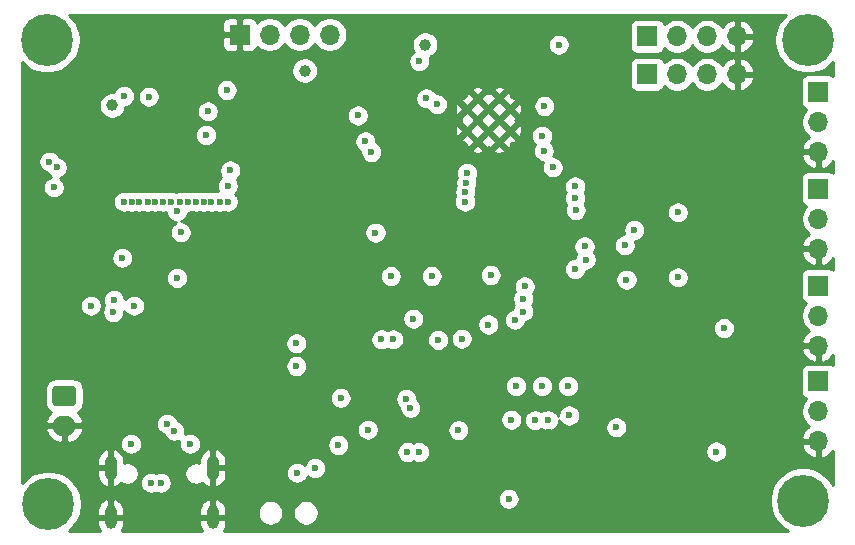
<source format=gbr>
%TF.GenerationSoftware,KiCad,Pcbnew,(5.1.12)-1*%
%TF.CreationDate,2021-12-17T12:12:49+01:00*%
%TF.ProjectId,ESP32-BOARD-V2.0,45535033-322d-4424-9f41-52442d56322e,rev?*%
%TF.SameCoordinates,Original*%
%TF.FileFunction,Copper,L3,Inr*%
%TF.FilePolarity,Positive*%
%FSLAX46Y46*%
G04 Gerber Fmt 4.6, Leading zero omitted, Abs format (unit mm)*
G04 Created by KiCad (PCBNEW (5.1.12)-1) date 2021-12-17 12:12:49*
%MOMM*%
%LPD*%
G01*
G04 APERTURE LIST*
%TA.AperFunction,ComponentPad*%
%ADD10O,2.000000X1.700000*%
%TD*%
%TA.AperFunction,ComponentPad*%
%ADD11O,1.700000X1.700000*%
%TD*%
%TA.AperFunction,ComponentPad*%
%ADD12R,1.700000X1.700000*%
%TD*%
%TA.AperFunction,ComponentPad*%
%ADD13C,4.400000*%
%TD*%
%TA.AperFunction,ComponentPad*%
%ADD14C,0.762000*%
%TD*%
%TA.AperFunction,ComponentPad*%
%ADD15O,1.050000X2.100000*%
%TD*%
%TA.AperFunction,ComponentPad*%
%ADD16O,1.000000X2.000000*%
%TD*%
%TA.AperFunction,ViaPad*%
%ADD17C,0.600000*%
%TD*%
%TA.AperFunction,ViaPad*%
%ADD18C,1.000000*%
%TD*%
%TA.AperFunction,ViaPad*%
%ADD19C,0.800000*%
%TD*%
%TA.AperFunction,Conductor*%
%ADD20C,0.254000*%
%TD*%
%TA.AperFunction,Conductor*%
%ADD21C,0.100000*%
%TD*%
G04 APERTURE END LIST*
D10*
%TO.N,GND*%
%TO.C,J6*%
X94250000Y-98450000D03*
%TO.N,+BATT*%
%TA.AperFunction,ComponentPad*%
G36*
G01*
X93500000Y-95100000D02*
X95000000Y-95100000D01*
G75*
G02*
X95250000Y-95350000I0J-250000D01*
G01*
X95250000Y-96550000D01*
G75*
G02*
X95000000Y-96800000I-250000J0D01*
G01*
X93500000Y-96800000D01*
G75*
G02*
X93250000Y-96550000I0J250000D01*
G01*
X93250000Y-95350000D01*
G75*
G02*
X93500000Y-95100000I250000J0D01*
G01*
G37*
%TD.AperFunction*%
%TD*%
D11*
%TO.N,IO21_I2C_SDA*%
%TO.C,J2*%
X116720000Y-65350000D03*
%TO.N,IO22_I2C_SCL*%
X114180000Y-65350000D03*
%TO.N,+3V3*%
X111640000Y-65350000D03*
D12*
%TO.N,GND*%
X109100000Y-65350000D03*
%TD*%
D11*
%TO.N,GND*%
%TO.C,J5*%
X158100000Y-99780000D03*
%TO.N,IO4*%
X158100000Y-97240000D03*
D12*
%TO.N,IO2*%
X158100000Y-94700000D03*
%TD*%
D11*
%TO.N,GND*%
%TO.C,J8*%
X151220000Y-68700000D03*
%TO.N,IO17_U2TXD*%
X148680000Y-68700000D03*
%TO.N,IO16_U2RXD*%
X146140000Y-68700000D03*
D12*
%TO.N,+3V3*%
X143600000Y-68700000D03*
%TD*%
D11*
%TO.N,GND*%
%TO.C,J4*%
X158100000Y-83480000D03*
%TO.N,IO14*%
X158100000Y-80940000D03*
D12*
%TO.N,+3V3*%
X158100000Y-78400000D03*
%TD*%
D11*
%TO.N,GND*%
%TO.C,J3*%
X158100000Y-91680000D03*
%TO.N,IO12*%
X158100000Y-89140000D03*
D12*
%TO.N,+3V3*%
X158100000Y-86600000D03*
%TD*%
D11*
%TO.N,GND*%
%TO.C,J1*%
X158100000Y-75280000D03*
%TO.N,IO15_PIR_IN*%
X158100000Y-72740000D03*
D12*
%TO.N,+3V3*%
X158100000Y-70200000D03*
%TD*%
D13*
%TO.N,Net-(H4-Pad1)*%
%TO.C,H4*%
X157200000Y-65800000D03*
%TD*%
%TO.N,Net-(H3-Pad1)*%
%TO.C,H3*%
X156800000Y-104800000D03*
%TD*%
%TO.N,Net-(H2-Pad1)*%
%TO.C,H2*%
X92900000Y-105100000D03*
%TD*%
%TO.N,Net-(H1-Pad1)*%
%TO.C,H1*%
X92800000Y-65800000D03*
%TD*%
D11*
%TO.N,GND*%
%TO.C,J7*%
X151220000Y-65500000D03*
%TO.N,U0TXD*%
X148680000Y-65500000D03*
%TO.N,U0RXD*%
X146140000Y-65500000D03*
D12*
%TO.N,+3V3*%
X143600000Y-65500000D03*
%TD*%
D14*
%TO.N,GND*%
%TO.C,U2*%
X131067500Y-74425000D03*
X129232500Y-74425000D03*
X131067500Y-70755000D03*
X129232500Y-70755000D03*
X131067500Y-72590000D03*
X129232500Y-72590000D03*
X131985000Y-73507500D03*
X130150000Y-73507500D03*
X128315000Y-73507500D03*
X131985000Y-71672500D03*
X128315000Y-71672500D03*
X130150000Y-71672500D03*
%TD*%
D15*
%TO.N,GND*%
%TO.C,J10*%
X106820000Y-102020000D03*
X98180000Y-102020000D03*
D16*
X106820000Y-106200000D03*
X98180000Y-106200000D03*
%TD*%
D17*
%TO.N,GND*%
X95650000Y-74650000D03*
X95650000Y-75500000D03*
X101300000Y-82950000D03*
X101350000Y-81250000D03*
X115200000Y-89000000D03*
X114800000Y-87100000D03*
X125900000Y-94700000D03*
X118950000Y-95350000D03*
D18*
X114800000Y-70100000D03*
X120600000Y-64550000D03*
D17*
X125375000Y-84125000D03*
X127800000Y-89900000D03*
X129550000Y-98900000D03*
X137500000Y-98950000D03*
X135315380Y-99034620D03*
X139950000Y-98850000D03*
X138900000Y-96450000D03*
X139000000Y-94500000D03*
X139100020Y-92200000D03*
X139000000Y-89750000D03*
X129750000Y-106450000D03*
X124300000Y-103650000D03*
X119600000Y-103800000D03*
X142250000Y-98850000D03*
X149400000Y-85900000D03*
X149350000Y-80500000D03*
X144350000Y-80950000D03*
X144400000Y-86350000D03*
X116400000Y-74150000D03*
D18*
X137550000Y-65000000D03*
D17*
X103150000Y-88950000D03*
X101650000Y-91150000D03*
X111800000Y-104100000D03*
X111000000Y-101250000D03*
X99350000Y-92800000D03*
X96400000Y-86200000D03*
X105300000Y-84850000D03*
X107500000Y-83200000D03*
X101300000Y-82050000D03*
D19*
X110750000Y-81150000D03*
X110750000Y-75500000D03*
X110750000Y-74050000D03*
X93350000Y-71750000D03*
X94400000Y-71150000D03*
X94684578Y-69795782D03*
D17*
X95650000Y-73800000D03*
X101550000Y-72700000D03*
%TO.N,+3V3*%
X132500000Y-95100000D03*
X134700000Y-95100000D03*
X136900000Y-95100000D03*
X125900000Y-91200000D03*
X127900000Y-91100000D03*
X122100000Y-91150000D03*
X121100000Y-91150000D03*
X119950000Y-98800000D03*
X123200000Y-96200000D03*
D18*
X114600000Y-68400000D03*
X124800000Y-66200000D03*
D17*
X130150000Y-89900000D03*
X132100000Y-97950000D03*
X117450000Y-100100000D03*
X127625000Y-98850000D03*
X149450000Y-100650000D03*
X99300000Y-79500000D03*
X100600000Y-79500000D03*
X101950000Y-79500000D03*
X103300000Y-79500000D03*
X104700000Y-79500000D03*
X105400000Y-79500000D03*
X107400000Y-79500000D03*
X101300000Y-79500000D03*
X102600000Y-79500000D03*
X104050000Y-79500000D03*
X99950000Y-79500000D03*
X106050000Y-79500000D03*
X106700000Y-79500000D03*
X103800000Y-80300000D03*
X108100000Y-79500000D03*
%TO.N,VBUS*%
X104900000Y-100000000D03*
X99900000Y-100000000D03*
X108000000Y-70050000D03*
X93369728Y-78280272D03*
%TO.N,+BATT*%
X100150000Y-88300000D03*
X96500000Y-88300000D03*
X98450000Y-87800000D03*
X98400000Y-88850000D03*
D18*
X98300000Y-71350000D03*
D17*
%TO.N,LED1*%
X134700000Y-73900000D03*
X134100000Y-98000000D03*
%TO.N,LED2*%
X134850000Y-75200000D03*
X135200000Y-98000000D03*
%TO.N,LED3*%
X135600000Y-76600000D03*
X137000000Y-97600000D03*
%TO.N,LED4*%
X136100000Y-66200000D03*
X141000000Y-98600000D03*
%TO.N,LED_IN*%
X120600000Y-82125000D03*
X131875000Y-104650000D03*
%TO.N,EN*%
X123800000Y-89400000D03*
X124300000Y-100700000D03*
X119100000Y-72200000D03*
X124300000Y-67600000D03*
%TO.N,Net-(R1-Pad1)*%
X93624696Y-76599757D03*
X101400000Y-70600000D03*
%TO.N,Net-(R2-Pad1)*%
X93000000Y-76100000D03*
X99300000Y-70550000D03*
%TO.N,Net-(SW3-Pad2)*%
X103800000Y-85950000D03*
X113950000Y-102450000D03*
%TO.N,U0RXD*%
X124900000Y-70750000D03*
X119750000Y-74400000D03*
%TO.N,U0TXD*%
X125800000Y-71250000D03*
X120250000Y-75300000D03*
%TO.N,S4*%
X128175000Y-79500000D03*
X132400000Y-89500000D03*
%TO.N,S3*%
X128200000Y-78675000D03*
X133100000Y-88800000D03*
%TO.N,S2*%
X128300000Y-77875000D03*
X133100000Y-87700000D03*
%TO.N,S1*%
X128350000Y-77050000D03*
X133225000Y-86675000D03*
%TO.N,IO22_I2C_SCL*%
X123550000Y-96950010D03*
%TO.N,IO21_I2C_SDA*%
X134900000Y-71400000D03*
X117650008Y-96100008D03*
%TO.N,B1*%
X137500000Y-78200000D03*
X146200000Y-80400000D03*
%TO.N,B2*%
X137500000Y-79175000D03*
X146200000Y-85900000D03*
%TO.N,IO15_PIR_IN*%
X137500000Y-85200000D03*
%TO.N,IO12*%
X138300000Y-83275000D03*
%TO.N,IO14*%
X137550000Y-80225000D03*
%TO.N,IO4*%
X142500000Y-81900000D03*
X150100000Y-90200000D03*
%TO.N,IO2*%
X138400000Y-84400000D03*
%TO.N,Net-(JP1-Pad2)*%
X106400000Y-71850000D03*
%TO.N,Net-(JP2-Pad1)*%
X106250000Y-73850000D03*
%TO.N,Net-(JP3-Pad1)*%
X108300000Y-76850000D03*
%TO.N,Net-(JP4-Pad1)*%
X108100000Y-78150000D03*
%TO.N,Net-(C6-Pad2)*%
X104100000Y-82100000D03*
X99150000Y-84250000D03*
X115500000Y-102050000D03*
%TO.N,IO0*%
X123300000Y-100700000D03*
X125350000Y-85800000D03*
X130350000Y-85700000D03*
X141700000Y-83200000D03*
X141850000Y-86100000D03*
X121900000Y-85800000D03*
%TO.N,~RTS*%
X113900000Y-93415000D03*
X113905000Y-91495000D03*
%TO.N,/D-*%
X101575000Y-103300000D03*
X102949479Y-98299479D03*
%TO.N,/D+*%
X102425000Y-103300000D03*
X103550521Y-98900521D03*
%TD*%
D20*
%TO.N,GND*%
X154997912Y-63992793D02*
X154687656Y-64457124D01*
X154473948Y-64973061D01*
X154365000Y-65520777D01*
X154365000Y-66079223D01*
X154473948Y-66626939D01*
X154687656Y-67142876D01*
X154997912Y-67607207D01*
X155392793Y-68002088D01*
X155857124Y-68312344D01*
X156373061Y-68526052D01*
X156920777Y-68635000D01*
X157479223Y-68635000D01*
X158026939Y-68526052D01*
X158542876Y-68312344D01*
X159007207Y-68002088D01*
X159340000Y-67669295D01*
X159340000Y-68848602D01*
X159304494Y-68819463D01*
X159194180Y-68760498D01*
X159074482Y-68724188D01*
X158950000Y-68711928D01*
X157250000Y-68711928D01*
X157125518Y-68724188D01*
X157005820Y-68760498D01*
X156895506Y-68819463D01*
X156798815Y-68898815D01*
X156719463Y-68995506D01*
X156660498Y-69105820D01*
X156624188Y-69225518D01*
X156611928Y-69350000D01*
X156611928Y-71050000D01*
X156624188Y-71174482D01*
X156660498Y-71294180D01*
X156719463Y-71404494D01*
X156798815Y-71501185D01*
X156895506Y-71580537D01*
X157005820Y-71639502D01*
X157078380Y-71661513D01*
X156946525Y-71793368D01*
X156784010Y-72036589D01*
X156672068Y-72306842D01*
X156615000Y-72593740D01*
X156615000Y-72886260D01*
X156672068Y-73173158D01*
X156784010Y-73443411D01*
X156946525Y-73686632D01*
X157153368Y-73893475D01*
X157335534Y-74015195D01*
X157218645Y-74084822D01*
X157002412Y-74279731D01*
X156828359Y-74513080D01*
X156703175Y-74775901D01*
X156658524Y-74923110D01*
X156779845Y-75153000D01*
X157973000Y-75153000D01*
X157973000Y-75133000D01*
X158227000Y-75133000D01*
X158227000Y-75153000D01*
X158247000Y-75153000D01*
X158247000Y-75407000D01*
X158227000Y-75407000D01*
X158227000Y-76600814D01*
X158456891Y-76721481D01*
X158731252Y-76624157D01*
X158981355Y-76475178D01*
X159197588Y-76280269D01*
X159340000Y-76089340D01*
X159340000Y-77048602D01*
X159304494Y-77019463D01*
X159194180Y-76960498D01*
X159074482Y-76924188D01*
X158950000Y-76911928D01*
X157250000Y-76911928D01*
X157125518Y-76924188D01*
X157005820Y-76960498D01*
X156895506Y-77019463D01*
X156798815Y-77098815D01*
X156719463Y-77195506D01*
X156660498Y-77305820D01*
X156624188Y-77425518D01*
X156611928Y-77550000D01*
X156611928Y-79250000D01*
X156624188Y-79374482D01*
X156660498Y-79494180D01*
X156719463Y-79604494D01*
X156798815Y-79701185D01*
X156895506Y-79780537D01*
X157005820Y-79839502D01*
X157078380Y-79861513D01*
X156946525Y-79993368D01*
X156784010Y-80236589D01*
X156672068Y-80506842D01*
X156615000Y-80793740D01*
X156615000Y-81086260D01*
X156672068Y-81373158D01*
X156784010Y-81643411D01*
X156946525Y-81886632D01*
X157153368Y-82093475D01*
X157335534Y-82215195D01*
X157218645Y-82284822D01*
X157002412Y-82479731D01*
X156828359Y-82713080D01*
X156703175Y-82975901D01*
X156658524Y-83123110D01*
X156779845Y-83353000D01*
X157973000Y-83353000D01*
X157973000Y-83333000D01*
X158227000Y-83333000D01*
X158227000Y-83353000D01*
X158247000Y-83353000D01*
X158247000Y-83607000D01*
X158227000Y-83607000D01*
X158227000Y-84800814D01*
X158456891Y-84921481D01*
X158731252Y-84824157D01*
X158981355Y-84675178D01*
X159197588Y-84480269D01*
X159340000Y-84289340D01*
X159340001Y-85248602D01*
X159304494Y-85219463D01*
X159194180Y-85160498D01*
X159074482Y-85124188D01*
X158950000Y-85111928D01*
X157250000Y-85111928D01*
X157125518Y-85124188D01*
X157005820Y-85160498D01*
X156895506Y-85219463D01*
X156798815Y-85298815D01*
X156719463Y-85395506D01*
X156660498Y-85505820D01*
X156624188Y-85625518D01*
X156611928Y-85750000D01*
X156611928Y-87450000D01*
X156624188Y-87574482D01*
X156660498Y-87694180D01*
X156719463Y-87804494D01*
X156798815Y-87901185D01*
X156895506Y-87980537D01*
X157005820Y-88039502D01*
X157078380Y-88061513D01*
X156946525Y-88193368D01*
X156784010Y-88436589D01*
X156672068Y-88706842D01*
X156615000Y-88993740D01*
X156615000Y-89286260D01*
X156672068Y-89573158D01*
X156784010Y-89843411D01*
X156946525Y-90086632D01*
X157153368Y-90293475D01*
X157335534Y-90415195D01*
X157218645Y-90484822D01*
X157002412Y-90679731D01*
X156828359Y-90913080D01*
X156703175Y-91175901D01*
X156658524Y-91323110D01*
X156779845Y-91553000D01*
X157973000Y-91553000D01*
X157973000Y-91533000D01*
X158227000Y-91533000D01*
X158227000Y-91553000D01*
X158247000Y-91553000D01*
X158247000Y-91807000D01*
X158227000Y-91807000D01*
X158227000Y-93000814D01*
X158456891Y-93121481D01*
X158731252Y-93024157D01*
X158981355Y-92875178D01*
X159197588Y-92680269D01*
X159340001Y-92489339D01*
X159340001Y-93348603D01*
X159304494Y-93319463D01*
X159194180Y-93260498D01*
X159074482Y-93224188D01*
X158950000Y-93211928D01*
X157250000Y-93211928D01*
X157125518Y-93224188D01*
X157005820Y-93260498D01*
X156895506Y-93319463D01*
X156798815Y-93398815D01*
X156719463Y-93495506D01*
X156660498Y-93605820D01*
X156624188Y-93725518D01*
X156611928Y-93850000D01*
X156611928Y-95550000D01*
X156624188Y-95674482D01*
X156660498Y-95794180D01*
X156719463Y-95904494D01*
X156798815Y-96001185D01*
X156895506Y-96080537D01*
X157005820Y-96139502D01*
X157078380Y-96161513D01*
X156946525Y-96293368D01*
X156784010Y-96536589D01*
X156672068Y-96806842D01*
X156615000Y-97093740D01*
X156615000Y-97386260D01*
X156672068Y-97673158D01*
X156784010Y-97943411D01*
X156946525Y-98186632D01*
X157153368Y-98393475D01*
X157335534Y-98515195D01*
X157218645Y-98584822D01*
X157002412Y-98779731D01*
X156828359Y-99013080D01*
X156703175Y-99275901D01*
X156658524Y-99423110D01*
X156779845Y-99653000D01*
X157973000Y-99653000D01*
X157973000Y-99633000D01*
X158227000Y-99633000D01*
X158227000Y-99653000D01*
X158247000Y-99653000D01*
X158247000Y-99907000D01*
X158227000Y-99907000D01*
X158227000Y-101100814D01*
X158456891Y-101221481D01*
X158731252Y-101124157D01*
X158981355Y-100975178D01*
X159197588Y-100780269D01*
X159340001Y-100589339D01*
X159340001Y-103523894D01*
X159312344Y-103457124D01*
X159002088Y-102992793D01*
X158607207Y-102597912D01*
X158142876Y-102287656D01*
X157626939Y-102073948D01*
X157079223Y-101965000D01*
X156520777Y-101965000D01*
X155973061Y-102073948D01*
X155457124Y-102287656D01*
X154992793Y-102597912D01*
X154597912Y-102992793D01*
X154287656Y-103457124D01*
X154073948Y-103973061D01*
X153965000Y-104520777D01*
X153965000Y-105079223D01*
X154073948Y-105626939D01*
X154287656Y-106142876D01*
X154597912Y-106607207D01*
X154992793Y-107002088D01*
X155457124Y-107312344D01*
X155523892Y-107340000D01*
X107759280Y-107340000D01*
X107820003Y-107251678D01*
X107908415Y-107045987D01*
X107955000Y-106827000D01*
X107955000Y-106327000D01*
X106947000Y-106327000D01*
X106947000Y-106347000D01*
X106693000Y-106347000D01*
X106693000Y-106327000D01*
X105685000Y-106327000D01*
X105685000Y-106827000D01*
X105731585Y-107045987D01*
X105819997Y-107251678D01*
X105880720Y-107340000D01*
X99119280Y-107340000D01*
X99180003Y-107251678D01*
X99268415Y-107045987D01*
X99315000Y-106827000D01*
X99315000Y-106327000D01*
X98307000Y-106327000D01*
X98307000Y-106347000D01*
X98053000Y-106347000D01*
X98053000Y-106327000D01*
X97045000Y-106327000D01*
X97045000Y-106827000D01*
X97091585Y-107045987D01*
X97179997Y-107251678D01*
X97240720Y-107340000D01*
X94650468Y-107340000D01*
X94707207Y-107302088D01*
X95102088Y-106907207D01*
X95412344Y-106442876D01*
X95626052Y-105926939D01*
X95696455Y-105573000D01*
X97045000Y-105573000D01*
X97045000Y-106073000D01*
X98053000Y-106073000D01*
X98053000Y-104732046D01*
X98307000Y-104732046D01*
X98307000Y-106073000D01*
X99315000Y-106073000D01*
X99315000Y-105573000D01*
X105685000Y-105573000D01*
X105685000Y-106073000D01*
X106693000Y-106073000D01*
X106693000Y-104732046D01*
X106947000Y-104732046D01*
X106947000Y-106073000D01*
X107955000Y-106073000D01*
X107955000Y-105723137D01*
X110615000Y-105723137D01*
X110615000Y-105936863D01*
X110656696Y-106146483D01*
X110738485Y-106343940D01*
X110857225Y-106521647D01*
X111008353Y-106672775D01*
X111186060Y-106791515D01*
X111383517Y-106873304D01*
X111593137Y-106915000D01*
X111806863Y-106915000D01*
X112016483Y-106873304D01*
X112213940Y-106791515D01*
X112391647Y-106672775D01*
X112542775Y-106521647D01*
X112661515Y-106343940D01*
X112743304Y-106146483D01*
X112785000Y-105936863D01*
X112785000Y-105723137D01*
X113615000Y-105723137D01*
X113615000Y-105936863D01*
X113656696Y-106146483D01*
X113738485Y-106343940D01*
X113857225Y-106521647D01*
X114008353Y-106672775D01*
X114186060Y-106791515D01*
X114383517Y-106873304D01*
X114593137Y-106915000D01*
X114806863Y-106915000D01*
X115016483Y-106873304D01*
X115213940Y-106791515D01*
X115391647Y-106672775D01*
X115542775Y-106521647D01*
X115661515Y-106343940D01*
X115743304Y-106146483D01*
X115785000Y-105936863D01*
X115785000Y-105723137D01*
X115743304Y-105513517D01*
X115661515Y-105316060D01*
X115542775Y-105138353D01*
X115391647Y-104987225D01*
X115213940Y-104868485D01*
X115016483Y-104786696D01*
X114806863Y-104745000D01*
X114593137Y-104745000D01*
X114383517Y-104786696D01*
X114186060Y-104868485D01*
X114008353Y-104987225D01*
X113857225Y-105138353D01*
X113738485Y-105316060D01*
X113656696Y-105513517D01*
X113615000Y-105723137D01*
X112785000Y-105723137D01*
X112743304Y-105513517D01*
X112661515Y-105316060D01*
X112542775Y-105138353D01*
X112391647Y-104987225D01*
X112213940Y-104868485D01*
X112016483Y-104786696D01*
X111806863Y-104745000D01*
X111593137Y-104745000D01*
X111383517Y-104786696D01*
X111186060Y-104868485D01*
X111008353Y-104987225D01*
X110857225Y-105138353D01*
X110738485Y-105316060D01*
X110656696Y-105513517D01*
X110615000Y-105723137D01*
X107955000Y-105723137D01*
X107955000Y-105573000D01*
X107908415Y-105354013D01*
X107820003Y-105148322D01*
X107693161Y-104963831D01*
X107532764Y-104807631D01*
X107344976Y-104685724D01*
X107121874Y-104605881D01*
X106947000Y-104732046D01*
X106693000Y-104732046D01*
X106518126Y-104605881D01*
X106295024Y-104685724D01*
X106107236Y-104807631D01*
X105946839Y-104963831D01*
X105819997Y-105148322D01*
X105731585Y-105354013D01*
X105685000Y-105573000D01*
X99315000Y-105573000D01*
X99268415Y-105354013D01*
X99180003Y-105148322D01*
X99053161Y-104963831D01*
X98892764Y-104807631D01*
X98704976Y-104685724D01*
X98481874Y-104605881D01*
X98307000Y-104732046D01*
X98053000Y-104732046D01*
X97878126Y-104605881D01*
X97655024Y-104685724D01*
X97467236Y-104807631D01*
X97306839Y-104963831D01*
X97179997Y-105148322D01*
X97091585Y-105354013D01*
X97045000Y-105573000D01*
X95696455Y-105573000D01*
X95735000Y-105379223D01*
X95735000Y-104820777D01*
X95682713Y-104557911D01*
X130940000Y-104557911D01*
X130940000Y-104742089D01*
X130975932Y-104922729D01*
X131046414Y-105092889D01*
X131148738Y-105246028D01*
X131278972Y-105376262D01*
X131432111Y-105478586D01*
X131602271Y-105549068D01*
X131782911Y-105585000D01*
X131967089Y-105585000D01*
X132147729Y-105549068D01*
X132317889Y-105478586D01*
X132471028Y-105376262D01*
X132601262Y-105246028D01*
X132703586Y-105092889D01*
X132774068Y-104922729D01*
X132810000Y-104742089D01*
X132810000Y-104557911D01*
X132774068Y-104377271D01*
X132703586Y-104207111D01*
X132601262Y-104053972D01*
X132471028Y-103923738D01*
X132317889Y-103821414D01*
X132147729Y-103750932D01*
X131967089Y-103715000D01*
X131782911Y-103715000D01*
X131602271Y-103750932D01*
X131432111Y-103821414D01*
X131278972Y-103923738D01*
X131148738Y-104053972D01*
X131046414Y-104207111D01*
X130975932Y-104377271D01*
X130940000Y-104557911D01*
X95682713Y-104557911D01*
X95626052Y-104273061D01*
X95412344Y-103757124D01*
X95102088Y-103292793D01*
X94707207Y-102897912D01*
X94242876Y-102587656D01*
X93726939Y-102373948D01*
X93179223Y-102265000D01*
X92620777Y-102265000D01*
X92073061Y-102373948D01*
X91557124Y-102587656D01*
X91092793Y-102897912D01*
X90697912Y-103292793D01*
X90660000Y-103349532D01*
X90660000Y-102147000D01*
X97020000Y-102147000D01*
X97020000Y-102672000D01*
X97067066Y-102895865D01*
X97156901Y-103106246D01*
X97286053Y-103295059D01*
X97449559Y-103455047D01*
X97641136Y-103580063D01*
X97874190Y-103663964D01*
X98053000Y-103538163D01*
X98053000Y-102147000D01*
X97020000Y-102147000D01*
X90660000Y-102147000D01*
X90660000Y-101368000D01*
X97020000Y-101368000D01*
X97020000Y-101893000D01*
X98053000Y-101893000D01*
X98053000Y-100501837D01*
X98307000Y-100501837D01*
X98307000Y-101893000D01*
X98327000Y-101893000D01*
X98327000Y-102147000D01*
X98307000Y-102147000D01*
X98307000Y-103538163D01*
X98485810Y-103663964D01*
X98718864Y-103580063D01*
X98910441Y-103455047D01*
X99060985Y-103307742D01*
X99155269Y-103370741D01*
X99329978Y-103443108D01*
X99515448Y-103480000D01*
X99704552Y-103480000D01*
X99890022Y-103443108D01*
X100064731Y-103370741D01*
X100221964Y-103265681D01*
X100279734Y-103207911D01*
X100640000Y-103207911D01*
X100640000Y-103392089D01*
X100675932Y-103572729D01*
X100746414Y-103742889D01*
X100848738Y-103896028D01*
X100978972Y-104026262D01*
X101132111Y-104128586D01*
X101302271Y-104199068D01*
X101482911Y-104235000D01*
X101667089Y-104235000D01*
X101847729Y-104199068D01*
X102000000Y-104135996D01*
X102152271Y-104199068D01*
X102332911Y-104235000D01*
X102517089Y-104235000D01*
X102697729Y-104199068D01*
X102867889Y-104128586D01*
X103021028Y-104026262D01*
X103151262Y-103896028D01*
X103253586Y-103742889D01*
X103324068Y-103572729D01*
X103360000Y-103392089D01*
X103360000Y-103207911D01*
X103324068Y-103027271D01*
X103253586Y-102857111D01*
X103151262Y-102703972D01*
X103021028Y-102573738D01*
X102867889Y-102471414D01*
X102756917Y-102425448D01*
X104430000Y-102425448D01*
X104430000Y-102614552D01*
X104466892Y-102800022D01*
X104539259Y-102974731D01*
X104644319Y-103131964D01*
X104778036Y-103265681D01*
X104935269Y-103370741D01*
X105109978Y-103443108D01*
X105295448Y-103480000D01*
X105484552Y-103480000D01*
X105670022Y-103443108D01*
X105844731Y-103370741D01*
X105939015Y-103307742D01*
X106089559Y-103455047D01*
X106281136Y-103580063D01*
X106514190Y-103663964D01*
X106693000Y-103538163D01*
X106693000Y-102147000D01*
X106947000Y-102147000D01*
X106947000Y-103538163D01*
X107125810Y-103663964D01*
X107358864Y-103580063D01*
X107550441Y-103455047D01*
X107713947Y-103295059D01*
X107843099Y-103106246D01*
X107932934Y-102895865D01*
X107980000Y-102672000D01*
X107980000Y-102357911D01*
X113015000Y-102357911D01*
X113015000Y-102542089D01*
X113050932Y-102722729D01*
X113121414Y-102892889D01*
X113223738Y-103046028D01*
X113353972Y-103176262D01*
X113507111Y-103278586D01*
X113677271Y-103349068D01*
X113857911Y-103385000D01*
X114042089Y-103385000D01*
X114222729Y-103349068D01*
X114392889Y-103278586D01*
X114546028Y-103176262D01*
X114676262Y-103046028D01*
X114778586Y-102892889D01*
X114849068Y-102722729D01*
X114849295Y-102721585D01*
X114903972Y-102776262D01*
X115057111Y-102878586D01*
X115227271Y-102949068D01*
X115407911Y-102985000D01*
X115592089Y-102985000D01*
X115772729Y-102949068D01*
X115942889Y-102878586D01*
X116096028Y-102776262D01*
X116226262Y-102646028D01*
X116328586Y-102492889D01*
X116399068Y-102322729D01*
X116435000Y-102142089D01*
X116435000Y-101957911D01*
X116399068Y-101777271D01*
X116328586Y-101607111D01*
X116226262Y-101453972D01*
X116096028Y-101323738D01*
X115942889Y-101221414D01*
X115772729Y-101150932D01*
X115592089Y-101115000D01*
X115407911Y-101115000D01*
X115227271Y-101150932D01*
X115057111Y-101221414D01*
X114903972Y-101323738D01*
X114773738Y-101453972D01*
X114671414Y-101607111D01*
X114600932Y-101777271D01*
X114600705Y-101778415D01*
X114546028Y-101723738D01*
X114392889Y-101621414D01*
X114222729Y-101550932D01*
X114042089Y-101515000D01*
X113857911Y-101515000D01*
X113677271Y-101550932D01*
X113507111Y-101621414D01*
X113353972Y-101723738D01*
X113223738Y-101853972D01*
X113121414Y-102007111D01*
X113050932Y-102177271D01*
X113015000Y-102357911D01*
X107980000Y-102357911D01*
X107980000Y-102147000D01*
X106947000Y-102147000D01*
X106693000Y-102147000D01*
X106673000Y-102147000D01*
X106673000Y-101893000D01*
X106693000Y-101893000D01*
X106693000Y-100501837D01*
X106947000Y-100501837D01*
X106947000Y-101893000D01*
X107980000Y-101893000D01*
X107980000Y-101368000D01*
X107932934Y-101144135D01*
X107843099Y-100933754D01*
X107713947Y-100744941D01*
X107550441Y-100584953D01*
X107358864Y-100459937D01*
X107125810Y-100376036D01*
X106947000Y-100501837D01*
X106693000Y-100501837D01*
X106514190Y-100376036D01*
X106281136Y-100459937D01*
X106089559Y-100584953D01*
X105926053Y-100744941D01*
X105796901Y-100933754D01*
X105707066Y-101144135D01*
X105660000Y-101368000D01*
X105660000Y-101594899D01*
X105484552Y-101560000D01*
X105295448Y-101560000D01*
X105109978Y-101596892D01*
X104935269Y-101669259D01*
X104778036Y-101774319D01*
X104644319Y-101908036D01*
X104539259Y-102065269D01*
X104466892Y-102239978D01*
X104430000Y-102425448D01*
X102756917Y-102425448D01*
X102697729Y-102400932D01*
X102517089Y-102365000D01*
X102332911Y-102365000D01*
X102152271Y-102400932D01*
X102000000Y-102464004D01*
X101847729Y-102400932D01*
X101667089Y-102365000D01*
X101482911Y-102365000D01*
X101302271Y-102400932D01*
X101132111Y-102471414D01*
X100978972Y-102573738D01*
X100848738Y-102703972D01*
X100746414Y-102857111D01*
X100675932Y-103027271D01*
X100640000Y-103207911D01*
X100279734Y-103207911D01*
X100355681Y-103131964D01*
X100460741Y-102974731D01*
X100533108Y-102800022D01*
X100570000Y-102614552D01*
X100570000Y-102425448D01*
X100533108Y-102239978D01*
X100460741Y-102065269D01*
X100355681Y-101908036D01*
X100221964Y-101774319D01*
X100064731Y-101669259D01*
X99890022Y-101596892D01*
X99704552Y-101560000D01*
X99515448Y-101560000D01*
X99340000Y-101594899D01*
X99340000Y-101368000D01*
X99292934Y-101144135D01*
X99203099Y-100933754D01*
X99073947Y-100744941D01*
X98910441Y-100584953D01*
X98718864Y-100459937D01*
X98485810Y-100376036D01*
X98307000Y-100501837D01*
X98053000Y-100501837D01*
X97874190Y-100376036D01*
X97641136Y-100459937D01*
X97449559Y-100584953D01*
X97286053Y-100744941D01*
X97156901Y-100933754D01*
X97067066Y-101144135D01*
X97020000Y-101368000D01*
X90660000Y-101368000D01*
X90660000Y-98806890D01*
X92658524Y-98806890D01*
X92660446Y-98819261D01*
X92760146Y-99093009D01*
X92911336Y-99342046D01*
X93108205Y-99556802D01*
X93343188Y-99729025D01*
X93607255Y-99852096D01*
X93890258Y-99921285D01*
X94123000Y-99777232D01*
X94123000Y-98577000D01*
X94377000Y-98577000D01*
X94377000Y-99777232D01*
X94609742Y-99921285D01*
X94664445Y-99907911D01*
X98965000Y-99907911D01*
X98965000Y-100092089D01*
X99000932Y-100272729D01*
X99071414Y-100442889D01*
X99173738Y-100596028D01*
X99303972Y-100726262D01*
X99457111Y-100828586D01*
X99627271Y-100899068D01*
X99807911Y-100935000D01*
X99992089Y-100935000D01*
X100172729Y-100899068D01*
X100342889Y-100828586D01*
X100496028Y-100726262D01*
X100626262Y-100596028D01*
X100728586Y-100442889D01*
X100799068Y-100272729D01*
X100835000Y-100092089D01*
X100835000Y-99907911D01*
X100799068Y-99727271D01*
X100728586Y-99557111D01*
X100626262Y-99403972D01*
X100496028Y-99273738D01*
X100342889Y-99171414D01*
X100172729Y-99100932D01*
X99992089Y-99065000D01*
X99807911Y-99065000D01*
X99627271Y-99100932D01*
X99457111Y-99171414D01*
X99303972Y-99273738D01*
X99173738Y-99403972D01*
X99071414Y-99557111D01*
X99000932Y-99727271D01*
X98965000Y-99907911D01*
X94664445Y-99907911D01*
X94892745Y-99852096D01*
X95156812Y-99729025D01*
X95391795Y-99556802D01*
X95588664Y-99342046D01*
X95739854Y-99093009D01*
X95839554Y-98819261D01*
X95841476Y-98806890D01*
X95720155Y-98577000D01*
X94377000Y-98577000D01*
X94123000Y-98577000D01*
X92779845Y-98577000D01*
X92658524Y-98806890D01*
X90660000Y-98806890D01*
X90660000Y-95350000D01*
X92611928Y-95350000D01*
X92611928Y-96550000D01*
X92628992Y-96723254D01*
X92679528Y-96889850D01*
X92761595Y-97043386D01*
X92872038Y-97177962D01*
X93006614Y-97288405D01*
X93108593Y-97342914D01*
X93108205Y-97343198D01*
X92911336Y-97557954D01*
X92760146Y-97806991D01*
X92660446Y-98080739D01*
X92658524Y-98093110D01*
X92779845Y-98323000D01*
X94123000Y-98323000D01*
X94123000Y-98303000D01*
X94377000Y-98303000D01*
X94377000Y-98323000D01*
X95720155Y-98323000D01*
X95781166Y-98207390D01*
X102014479Y-98207390D01*
X102014479Y-98391568D01*
X102050411Y-98572208D01*
X102120893Y-98742368D01*
X102223217Y-98895507D01*
X102353451Y-99025741D01*
X102506590Y-99128065D01*
X102658862Y-99191138D01*
X102721935Y-99343410D01*
X102824259Y-99496549D01*
X102954493Y-99626783D01*
X103107632Y-99729107D01*
X103277792Y-99799589D01*
X103458432Y-99835521D01*
X103642610Y-99835521D01*
X103823250Y-99799589D01*
X103993410Y-99729107D01*
X104002759Y-99722860D01*
X104000932Y-99727271D01*
X103965000Y-99907911D01*
X103965000Y-100092089D01*
X104000932Y-100272729D01*
X104071414Y-100442889D01*
X104173738Y-100596028D01*
X104303972Y-100726262D01*
X104457111Y-100828586D01*
X104627271Y-100899068D01*
X104807911Y-100935000D01*
X104992089Y-100935000D01*
X105172729Y-100899068D01*
X105342889Y-100828586D01*
X105496028Y-100726262D01*
X105626262Y-100596028D01*
X105728586Y-100442889D01*
X105799068Y-100272729D01*
X105835000Y-100092089D01*
X105835000Y-100007911D01*
X116515000Y-100007911D01*
X116515000Y-100192089D01*
X116550932Y-100372729D01*
X116621414Y-100542889D01*
X116723738Y-100696028D01*
X116853972Y-100826262D01*
X117007111Y-100928586D01*
X117177271Y-100999068D01*
X117357911Y-101035000D01*
X117542089Y-101035000D01*
X117722729Y-100999068D01*
X117892889Y-100928586D01*
X118046028Y-100826262D01*
X118176262Y-100696028D01*
X118235139Y-100607911D01*
X122365000Y-100607911D01*
X122365000Y-100792089D01*
X122400932Y-100972729D01*
X122471414Y-101142889D01*
X122573738Y-101296028D01*
X122703972Y-101426262D01*
X122857111Y-101528586D01*
X123027271Y-101599068D01*
X123207911Y-101635000D01*
X123392089Y-101635000D01*
X123572729Y-101599068D01*
X123742889Y-101528586D01*
X123800000Y-101490426D01*
X123857111Y-101528586D01*
X124027271Y-101599068D01*
X124207911Y-101635000D01*
X124392089Y-101635000D01*
X124572729Y-101599068D01*
X124742889Y-101528586D01*
X124896028Y-101426262D01*
X125026262Y-101296028D01*
X125128586Y-101142889D01*
X125199068Y-100972729D01*
X125235000Y-100792089D01*
X125235000Y-100607911D01*
X125225055Y-100557911D01*
X148515000Y-100557911D01*
X148515000Y-100742089D01*
X148550932Y-100922729D01*
X148621414Y-101092889D01*
X148723738Y-101246028D01*
X148853972Y-101376262D01*
X149007111Y-101478586D01*
X149177271Y-101549068D01*
X149357911Y-101585000D01*
X149542089Y-101585000D01*
X149722729Y-101549068D01*
X149892889Y-101478586D01*
X150046028Y-101376262D01*
X150176262Y-101246028D01*
X150278586Y-101092889D01*
X150349068Y-100922729D01*
X150385000Y-100742089D01*
X150385000Y-100557911D01*
X150349068Y-100377271D01*
X150278586Y-100207111D01*
X150231666Y-100136890D01*
X156658524Y-100136890D01*
X156703175Y-100284099D01*
X156828359Y-100546920D01*
X157002412Y-100780269D01*
X157218645Y-100975178D01*
X157468748Y-101124157D01*
X157743109Y-101221481D01*
X157973000Y-101100814D01*
X157973000Y-99907000D01*
X156779845Y-99907000D01*
X156658524Y-100136890D01*
X150231666Y-100136890D01*
X150176262Y-100053972D01*
X150046028Y-99923738D01*
X149892889Y-99821414D01*
X149722729Y-99750932D01*
X149542089Y-99715000D01*
X149357911Y-99715000D01*
X149177271Y-99750932D01*
X149007111Y-99821414D01*
X148853972Y-99923738D01*
X148723738Y-100053972D01*
X148621414Y-100207111D01*
X148550932Y-100377271D01*
X148515000Y-100557911D01*
X125225055Y-100557911D01*
X125199068Y-100427271D01*
X125128586Y-100257111D01*
X125026262Y-100103972D01*
X124896028Y-99973738D01*
X124742889Y-99871414D01*
X124572729Y-99800932D01*
X124392089Y-99765000D01*
X124207911Y-99765000D01*
X124027271Y-99800932D01*
X123857111Y-99871414D01*
X123800000Y-99909574D01*
X123742889Y-99871414D01*
X123572729Y-99800932D01*
X123392089Y-99765000D01*
X123207911Y-99765000D01*
X123027271Y-99800932D01*
X122857111Y-99871414D01*
X122703972Y-99973738D01*
X122573738Y-100103972D01*
X122471414Y-100257111D01*
X122400932Y-100427271D01*
X122365000Y-100607911D01*
X118235139Y-100607911D01*
X118278586Y-100542889D01*
X118349068Y-100372729D01*
X118385000Y-100192089D01*
X118385000Y-100007911D01*
X118349068Y-99827271D01*
X118278586Y-99657111D01*
X118176262Y-99503972D01*
X118046028Y-99373738D01*
X117892889Y-99271414D01*
X117722729Y-99200932D01*
X117542089Y-99165000D01*
X117357911Y-99165000D01*
X117177271Y-99200932D01*
X117007111Y-99271414D01*
X116853972Y-99373738D01*
X116723738Y-99503972D01*
X116621414Y-99657111D01*
X116550932Y-99827271D01*
X116515000Y-100007911D01*
X105835000Y-100007911D01*
X105835000Y-99907911D01*
X105799068Y-99727271D01*
X105728586Y-99557111D01*
X105626262Y-99403972D01*
X105496028Y-99273738D01*
X105342889Y-99171414D01*
X105172729Y-99100932D01*
X104992089Y-99065000D01*
X104807911Y-99065000D01*
X104627271Y-99100932D01*
X104457111Y-99171414D01*
X104447762Y-99177661D01*
X104449589Y-99173250D01*
X104485521Y-98992610D01*
X104485521Y-98808432D01*
X104465526Y-98707911D01*
X119015000Y-98707911D01*
X119015000Y-98892089D01*
X119050932Y-99072729D01*
X119121414Y-99242889D01*
X119223738Y-99396028D01*
X119353972Y-99526262D01*
X119507111Y-99628586D01*
X119677271Y-99699068D01*
X119857911Y-99735000D01*
X120042089Y-99735000D01*
X120222729Y-99699068D01*
X120392889Y-99628586D01*
X120546028Y-99526262D01*
X120676262Y-99396028D01*
X120778586Y-99242889D01*
X120849068Y-99072729D01*
X120885000Y-98892089D01*
X120885000Y-98757911D01*
X126690000Y-98757911D01*
X126690000Y-98942089D01*
X126725932Y-99122729D01*
X126796414Y-99292889D01*
X126898738Y-99446028D01*
X127028972Y-99576262D01*
X127182111Y-99678586D01*
X127352271Y-99749068D01*
X127532911Y-99785000D01*
X127717089Y-99785000D01*
X127897729Y-99749068D01*
X128067889Y-99678586D01*
X128221028Y-99576262D01*
X128351262Y-99446028D01*
X128453586Y-99292889D01*
X128524068Y-99122729D01*
X128560000Y-98942089D01*
X128560000Y-98757911D01*
X128524068Y-98577271D01*
X128453586Y-98407111D01*
X128351262Y-98253972D01*
X128221028Y-98123738D01*
X128067889Y-98021414D01*
X127897729Y-97950932D01*
X127717089Y-97915000D01*
X127532911Y-97915000D01*
X127352271Y-97950932D01*
X127182111Y-98021414D01*
X127028972Y-98123738D01*
X126898738Y-98253972D01*
X126796414Y-98407111D01*
X126725932Y-98577271D01*
X126690000Y-98757911D01*
X120885000Y-98757911D01*
X120885000Y-98707911D01*
X120849068Y-98527271D01*
X120778586Y-98357111D01*
X120676262Y-98203972D01*
X120546028Y-98073738D01*
X120392889Y-97971414D01*
X120222729Y-97900932D01*
X120042089Y-97865000D01*
X119857911Y-97865000D01*
X119677271Y-97900932D01*
X119507111Y-97971414D01*
X119353972Y-98073738D01*
X119223738Y-98203972D01*
X119121414Y-98357111D01*
X119050932Y-98527271D01*
X119015000Y-98707911D01*
X104465526Y-98707911D01*
X104449589Y-98627792D01*
X104379107Y-98457632D01*
X104276783Y-98304493D01*
X104146549Y-98174259D01*
X103993410Y-98071935D01*
X103841138Y-98008862D01*
X103778065Y-97856590D01*
X103675741Y-97703451D01*
X103545507Y-97573217D01*
X103392368Y-97470893D01*
X103222208Y-97400411D01*
X103041568Y-97364479D01*
X102857390Y-97364479D01*
X102676750Y-97400411D01*
X102506590Y-97470893D01*
X102353451Y-97573217D01*
X102223217Y-97703451D01*
X102120893Y-97856590D01*
X102050411Y-98026750D01*
X102014479Y-98207390D01*
X95781166Y-98207390D01*
X95841476Y-98093110D01*
X95839554Y-98080739D01*
X95739854Y-97806991D01*
X95588664Y-97557954D01*
X95391795Y-97343198D01*
X95391407Y-97342914D01*
X95493386Y-97288405D01*
X95627962Y-97177962D01*
X95738405Y-97043386D01*
X95820472Y-96889850D01*
X95871008Y-96723254D01*
X95888072Y-96550000D01*
X95888072Y-96007919D01*
X116715008Y-96007919D01*
X116715008Y-96192097D01*
X116750940Y-96372737D01*
X116821422Y-96542897D01*
X116923746Y-96696036D01*
X117053980Y-96826270D01*
X117207119Y-96928594D01*
X117377279Y-96999076D01*
X117557919Y-97035008D01*
X117742097Y-97035008D01*
X117922737Y-96999076D01*
X118092897Y-96928594D01*
X118246036Y-96826270D01*
X118376270Y-96696036D01*
X118478594Y-96542897D01*
X118549076Y-96372737D01*
X118585008Y-96192097D01*
X118585008Y-96107911D01*
X122265000Y-96107911D01*
X122265000Y-96292089D01*
X122300932Y-96472729D01*
X122371414Y-96642889D01*
X122473738Y-96796028D01*
X122603972Y-96926262D01*
X122615000Y-96933631D01*
X122615000Y-97042099D01*
X122650932Y-97222739D01*
X122721414Y-97392899D01*
X122823738Y-97546038D01*
X122953972Y-97676272D01*
X123107111Y-97778596D01*
X123277271Y-97849078D01*
X123457911Y-97885010D01*
X123642089Y-97885010D01*
X123778323Y-97857911D01*
X131165000Y-97857911D01*
X131165000Y-98042089D01*
X131200932Y-98222729D01*
X131271414Y-98392889D01*
X131373738Y-98546028D01*
X131503972Y-98676262D01*
X131657111Y-98778586D01*
X131827271Y-98849068D01*
X132007911Y-98885000D01*
X132192089Y-98885000D01*
X132372729Y-98849068D01*
X132542889Y-98778586D01*
X132696028Y-98676262D01*
X132826262Y-98546028D01*
X132928586Y-98392889D01*
X132999068Y-98222729D01*
X133035000Y-98042089D01*
X133035000Y-97907911D01*
X133165000Y-97907911D01*
X133165000Y-98092089D01*
X133200932Y-98272729D01*
X133271414Y-98442889D01*
X133373738Y-98596028D01*
X133503972Y-98726262D01*
X133657111Y-98828586D01*
X133827271Y-98899068D01*
X134007911Y-98935000D01*
X134192089Y-98935000D01*
X134372729Y-98899068D01*
X134542889Y-98828586D01*
X134650000Y-98757017D01*
X134757111Y-98828586D01*
X134927271Y-98899068D01*
X135107911Y-98935000D01*
X135292089Y-98935000D01*
X135472729Y-98899068D01*
X135642889Y-98828586D01*
X135796028Y-98726262D01*
X135926262Y-98596028D01*
X136028586Y-98442889D01*
X136099068Y-98272729D01*
X136135000Y-98092089D01*
X136135000Y-97954977D01*
X136171414Y-98042889D01*
X136273738Y-98196028D01*
X136403972Y-98326262D01*
X136557111Y-98428586D01*
X136727271Y-98499068D01*
X136907911Y-98535000D01*
X137092089Y-98535000D01*
X137228272Y-98507911D01*
X140065000Y-98507911D01*
X140065000Y-98692089D01*
X140100932Y-98872729D01*
X140171414Y-99042889D01*
X140273738Y-99196028D01*
X140403972Y-99326262D01*
X140557111Y-99428586D01*
X140727271Y-99499068D01*
X140907911Y-99535000D01*
X141092089Y-99535000D01*
X141272729Y-99499068D01*
X141442889Y-99428586D01*
X141596028Y-99326262D01*
X141726262Y-99196028D01*
X141828586Y-99042889D01*
X141899068Y-98872729D01*
X141935000Y-98692089D01*
X141935000Y-98507911D01*
X141899068Y-98327271D01*
X141828586Y-98157111D01*
X141726262Y-98003972D01*
X141596028Y-97873738D01*
X141442889Y-97771414D01*
X141272729Y-97700932D01*
X141092089Y-97665000D01*
X140907911Y-97665000D01*
X140727271Y-97700932D01*
X140557111Y-97771414D01*
X140403972Y-97873738D01*
X140273738Y-98003972D01*
X140171414Y-98157111D01*
X140100932Y-98327271D01*
X140065000Y-98507911D01*
X137228272Y-98507911D01*
X137272729Y-98499068D01*
X137442889Y-98428586D01*
X137596028Y-98326262D01*
X137726262Y-98196028D01*
X137828586Y-98042889D01*
X137899068Y-97872729D01*
X137935000Y-97692089D01*
X137935000Y-97507911D01*
X137899068Y-97327271D01*
X137828586Y-97157111D01*
X137726262Y-97003972D01*
X137596028Y-96873738D01*
X137442889Y-96771414D01*
X137272729Y-96700932D01*
X137092089Y-96665000D01*
X136907911Y-96665000D01*
X136727271Y-96700932D01*
X136557111Y-96771414D01*
X136403972Y-96873738D01*
X136273738Y-97003972D01*
X136171414Y-97157111D01*
X136100932Y-97327271D01*
X136065000Y-97507911D01*
X136065000Y-97645023D01*
X136028586Y-97557111D01*
X135926262Y-97403972D01*
X135796028Y-97273738D01*
X135642889Y-97171414D01*
X135472729Y-97100932D01*
X135292089Y-97065000D01*
X135107911Y-97065000D01*
X134927271Y-97100932D01*
X134757111Y-97171414D01*
X134650000Y-97242983D01*
X134542889Y-97171414D01*
X134372729Y-97100932D01*
X134192089Y-97065000D01*
X134007911Y-97065000D01*
X133827271Y-97100932D01*
X133657111Y-97171414D01*
X133503972Y-97273738D01*
X133373738Y-97403972D01*
X133271414Y-97557111D01*
X133200932Y-97727271D01*
X133165000Y-97907911D01*
X133035000Y-97907911D01*
X133035000Y-97857911D01*
X132999068Y-97677271D01*
X132928586Y-97507111D01*
X132826262Y-97353972D01*
X132696028Y-97223738D01*
X132542889Y-97121414D01*
X132372729Y-97050932D01*
X132192089Y-97015000D01*
X132007911Y-97015000D01*
X131827271Y-97050932D01*
X131657111Y-97121414D01*
X131503972Y-97223738D01*
X131373738Y-97353972D01*
X131271414Y-97507111D01*
X131200932Y-97677271D01*
X131165000Y-97857911D01*
X123778323Y-97857911D01*
X123822729Y-97849078D01*
X123992889Y-97778596D01*
X124146028Y-97676272D01*
X124276262Y-97546038D01*
X124378586Y-97392899D01*
X124449068Y-97222739D01*
X124485000Y-97042099D01*
X124485000Y-96857921D01*
X124449068Y-96677281D01*
X124378586Y-96507121D01*
X124276262Y-96353982D01*
X124146028Y-96223748D01*
X124135000Y-96216379D01*
X124135000Y-96107911D01*
X124099068Y-95927271D01*
X124028586Y-95757111D01*
X123926262Y-95603972D01*
X123796028Y-95473738D01*
X123642889Y-95371414D01*
X123472729Y-95300932D01*
X123292089Y-95265000D01*
X123107911Y-95265000D01*
X122927271Y-95300932D01*
X122757111Y-95371414D01*
X122603972Y-95473738D01*
X122473738Y-95603972D01*
X122371414Y-95757111D01*
X122300932Y-95927271D01*
X122265000Y-96107911D01*
X118585008Y-96107911D01*
X118585008Y-96007919D01*
X118549076Y-95827279D01*
X118478594Y-95657119D01*
X118376270Y-95503980D01*
X118246036Y-95373746D01*
X118092897Y-95271422D01*
X117922737Y-95200940D01*
X117742097Y-95165008D01*
X117557919Y-95165008D01*
X117377279Y-95200940D01*
X117207119Y-95271422D01*
X117053980Y-95373746D01*
X116923746Y-95503980D01*
X116821422Y-95657119D01*
X116750940Y-95827279D01*
X116715008Y-96007919D01*
X95888072Y-96007919D01*
X95888072Y-95350000D01*
X95871008Y-95176746D01*
X95820472Y-95010150D01*
X95819276Y-95007911D01*
X131565000Y-95007911D01*
X131565000Y-95192089D01*
X131600932Y-95372729D01*
X131671414Y-95542889D01*
X131773738Y-95696028D01*
X131903972Y-95826262D01*
X132057111Y-95928586D01*
X132227271Y-95999068D01*
X132407911Y-96035000D01*
X132592089Y-96035000D01*
X132772729Y-95999068D01*
X132942889Y-95928586D01*
X133096028Y-95826262D01*
X133226262Y-95696028D01*
X133328586Y-95542889D01*
X133399068Y-95372729D01*
X133435000Y-95192089D01*
X133435000Y-95007911D01*
X133765000Y-95007911D01*
X133765000Y-95192089D01*
X133800932Y-95372729D01*
X133871414Y-95542889D01*
X133973738Y-95696028D01*
X134103972Y-95826262D01*
X134257111Y-95928586D01*
X134427271Y-95999068D01*
X134607911Y-96035000D01*
X134792089Y-96035000D01*
X134972729Y-95999068D01*
X135142889Y-95928586D01*
X135296028Y-95826262D01*
X135426262Y-95696028D01*
X135528586Y-95542889D01*
X135599068Y-95372729D01*
X135635000Y-95192089D01*
X135635000Y-95007911D01*
X135965000Y-95007911D01*
X135965000Y-95192089D01*
X136000932Y-95372729D01*
X136071414Y-95542889D01*
X136173738Y-95696028D01*
X136303972Y-95826262D01*
X136457111Y-95928586D01*
X136627271Y-95999068D01*
X136807911Y-96035000D01*
X136992089Y-96035000D01*
X137172729Y-95999068D01*
X137342889Y-95928586D01*
X137496028Y-95826262D01*
X137626262Y-95696028D01*
X137728586Y-95542889D01*
X137799068Y-95372729D01*
X137835000Y-95192089D01*
X137835000Y-95007911D01*
X137799068Y-94827271D01*
X137728586Y-94657111D01*
X137626262Y-94503972D01*
X137496028Y-94373738D01*
X137342889Y-94271414D01*
X137172729Y-94200932D01*
X136992089Y-94165000D01*
X136807911Y-94165000D01*
X136627271Y-94200932D01*
X136457111Y-94271414D01*
X136303972Y-94373738D01*
X136173738Y-94503972D01*
X136071414Y-94657111D01*
X136000932Y-94827271D01*
X135965000Y-95007911D01*
X135635000Y-95007911D01*
X135599068Y-94827271D01*
X135528586Y-94657111D01*
X135426262Y-94503972D01*
X135296028Y-94373738D01*
X135142889Y-94271414D01*
X134972729Y-94200932D01*
X134792089Y-94165000D01*
X134607911Y-94165000D01*
X134427271Y-94200932D01*
X134257111Y-94271414D01*
X134103972Y-94373738D01*
X133973738Y-94503972D01*
X133871414Y-94657111D01*
X133800932Y-94827271D01*
X133765000Y-95007911D01*
X133435000Y-95007911D01*
X133399068Y-94827271D01*
X133328586Y-94657111D01*
X133226262Y-94503972D01*
X133096028Y-94373738D01*
X132942889Y-94271414D01*
X132772729Y-94200932D01*
X132592089Y-94165000D01*
X132407911Y-94165000D01*
X132227271Y-94200932D01*
X132057111Y-94271414D01*
X131903972Y-94373738D01*
X131773738Y-94503972D01*
X131671414Y-94657111D01*
X131600932Y-94827271D01*
X131565000Y-95007911D01*
X95819276Y-95007911D01*
X95738405Y-94856614D01*
X95627962Y-94722038D01*
X95493386Y-94611595D01*
X95339850Y-94529528D01*
X95173254Y-94478992D01*
X95000000Y-94461928D01*
X93500000Y-94461928D01*
X93326746Y-94478992D01*
X93160150Y-94529528D01*
X93006614Y-94611595D01*
X92872038Y-94722038D01*
X92761595Y-94856614D01*
X92679528Y-95010150D01*
X92628992Y-95176746D01*
X92611928Y-95350000D01*
X90660000Y-95350000D01*
X90660000Y-93322911D01*
X112965000Y-93322911D01*
X112965000Y-93507089D01*
X113000932Y-93687729D01*
X113071414Y-93857889D01*
X113173738Y-94011028D01*
X113303972Y-94141262D01*
X113457111Y-94243586D01*
X113627271Y-94314068D01*
X113807911Y-94350000D01*
X113992089Y-94350000D01*
X114172729Y-94314068D01*
X114342889Y-94243586D01*
X114496028Y-94141262D01*
X114626262Y-94011028D01*
X114728586Y-93857889D01*
X114799068Y-93687729D01*
X114835000Y-93507089D01*
X114835000Y-93322911D01*
X114799068Y-93142271D01*
X114728586Y-92972111D01*
X114626262Y-92818972D01*
X114496028Y-92688738D01*
X114342889Y-92586414D01*
X114172729Y-92515932D01*
X113992089Y-92480000D01*
X113807911Y-92480000D01*
X113627271Y-92515932D01*
X113457111Y-92586414D01*
X113303972Y-92688738D01*
X113173738Y-92818972D01*
X113071414Y-92972111D01*
X113000932Y-93142271D01*
X112965000Y-93322911D01*
X90660000Y-93322911D01*
X90660000Y-91402911D01*
X112970000Y-91402911D01*
X112970000Y-91587089D01*
X113005932Y-91767729D01*
X113076414Y-91937889D01*
X113178738Y-92091028D01*
X113308972Y-92221262D01*
X113462111Y-92323586D01*
X113632271Y-92394068D01*
X113812911Y-92430000D01*
X113997089Y-92430000D01*
X114177729Y-92394068D01*
X114347889Y-92323586D01*
X114501028Y-92221262D01*
X114631262Y-92091028D01*
X114733586Y-91937889D01*
X114804068Y-91767729D01*
X114840000Y-91587089D01*
X114840000Y-91402911D01*
X114804068Y-91222271D01*
X114735989Y-91057911D01*
X120165000Y-91057911D01*
X120165000Y-91242089D01*
X120200932Y-91422729D01*
X120271414Y-91592889D01*
X120373738Y-91746028D01*
X120503972Y-91876262D01*
X120657111Y-91978586D01*
X120827271Y-92049068D01*
X121007911Y-92085000D01*
X121192089Y-92085000D01*
X121372729Y-92049068D01*
X121542889Y-91978586D01*
X121600000Y-91940426D01*
X121657111Y-91978586D01*
X121827271Y-92049068D01*
X122007911Y-92085000D01*
X122192089Y-92085000D01*
X122372729Y-92049068D01*
X122542889Y-91978586D01*
X122696028Y-91876262D01*
X122826262Y-91746028D01*
X122928586Y-91592889D01*
X122999068Y-91422729D01*
X123035000Y-91242089D01*
X123035000Y-91107911D01*
X124965000Y-91107911D01*
X124965000Y-91292089D01*
X125000932Y-91472729D01*
X125071414Y-91642889D01*
X125173738Y-91796028D01*
X125303972Y-91926262D01*
X125457111Y-92028586D01*
X125627271Y-92099068D01*
X125807911Y-92135000D01*
X125992089Y-92135000D01*
X126172729Y-92099068D01*
X126322841Y-92036890D01*
X156658524Y-92036890D01*
X156703175Y-92184099D01*
X156828359Y-92446920D01*
X157002412Y-92680269D01*
X157218645Y-92875178D01*
X157468748Y-93024157D01*
X157743109Y-93121481D01*
X157973000Y-93000814D01*
X157973000Y-91807000D01*
X156779845Y-91807000D01*
X156658524Y-92036890D01*
X126322841Y-92036890D01*
X126342889Y-92028586D01*
X126496028Y-91926262D01*
X126626262Y-91796028D01*
X126728586Y-91642889D01*
X126799068Y-91472729D01*
X126835000Y-91292089D01*
X126835000Y-91107911D01*
X126815109Y-91007911D01*
X126965000Y-91007911D01*
X126965000Y-91192089D01*
X127000932Y-91372729D01*
X127071414Y-91542889D01*
X127173738Y-91696028D01*
X127303972Y-91826262D01*
X127457111Y-91928586D01*
X127627271Y-91999068D01*
X127807911Y-92035000D01*
X127992089Y-92035000D01*
X128172729Y-91999068D01*
X128342889Y-91928586D01*
X128496028Y-91826262D01*
X128626262Y-91696028D01*
X128728586Y-91542889D01*
X128799068Y-91372729D01*
X128835000Y-91192089D01*
X128835000Y-91007911D01*
X128799068Y-90827271D01*
X128728586Y-90657111D01*
X128626262Y-90503972D01*
X128496028Y-90373738D01*
X128342889Y-90271414D01*
X128172729Y-90200932D01*
X127992089Y-90165000D01*
X127807911Y-90165000D01*
X127627271Y-90200932D01*
X127457111Y-90271414D01*
X127303972Y-90373738D01*
X127173738Y-90503972D01*
X127071414Y-90657111D01*
X127000932Y-90827271D01*
X126965000Y-91007911D01*
X126815109Y-91007911D01*
X126799068Y-90927271D01*
X126728586Y-90757111D01*
X126626262Y-90603972D01*
X126496028Y-90473738D01*
X126342889Y-90371414D01*
X126172729Y-90300932D01*
X125992089Y-90265000D01*
X125807911Y-90265000D01*
X125627271Y-90300932D01*
X125457111Y-90371414D01*
X125303972Y-90473738D01*
X125173738Y-90603972D01*
X125071414Y-90757111D01*
X125000932Y-90927271D01*
X124965000Y-91107911D01*
X123035000Y-91107911D01*
X123035000Y-91057911D01*
X122999068Y-90877271D01*
X122928586Y-90707111D01*
X122826262Y-90553972D01*
X122696028Y-90423738D01*
X122542889Y-90321414D01*
X122372729Y-90250932D01*
X122192089Y-90215000D01*
X122007911Y-90215000D01*
X121827271Y-90250932D01*
X121657111Y-90321414D01*
X121600000Y-90359574D01*
X121542889Y-90321414D01*
X121372729Y-90250932D01*
X121192089Y-90215000D01*
X121007911Y-90215000D01*
X120827271Y-90250932D01*
X120657111Y-90321414D01*
X120503972Y-90423738D01*
X120373738Y-90553972D01*
X120271414Y-90707111D01*
X120200932Y-90877271D01*
X120165000Y-91057911D01*
X114735989Y-91057911D01*
X114733586Y-91052111D01*
X114631262Y-90898972D01*
X114501028Y-90768738D01*
X114347889Y-90666414D01*
X114177729Y-90595932D01*
X113997089Y-90560000D01*
X113812911Y-90560000D01*
X113632271Y-90595932D01*
X113462111Y-90666414D01*
X113308972Y-90768738D01*
X113178738Y-90898972D01*
X113076414Y-91052111D01*
X113005932Y-91222271D01*
X112970000Y-91402911D01*
X90660000Y-91402911D01*
X90660000Y-88207911D01*
X95565000Y-88207911D01*
X95565000Y-88392089D01*
X95600932Y-88572729D01*
X95671414Y-88742889D01*
X95773738Y-88896028D01*
X95903972Y-89026262D01*
X96057111Y-89128586D01*
X96227271Y-89199068D01*
X96407911Y-89235000D01*
X96592089Y-89235000D01*
X96772729Y-89199068D01*
X96942889Y-89128586D01*
X97096028Y-89026262D01*
X97226262Y-88896028D01*
X97318548Y-88757911D01*
X97465000Y-88757911D01*
X97465000Y-88942089D01*
X97500932Y-89122729D01*
X97571414Y-89292889D01*
X97673738Y-89446028D01*
X97803972Y-89576262D01*
X97957111Y-89678586D01*
X98127271Y-89749068D01*
X98307911Y-89785000D01*
X98492089Y-89785000D01*
X98672729Y-89749068D01*
X98842889Y-89678586D01*
X98996028Y-89576262D01*
X99126262Y-89446028D01*
X99218548Y-89307911D01*
X122865000Y-89307911D01*
X122865000Y-89492089D01*
X122900932Y-89672729D01*
X122971414Y-89842889D01*
X123073738Y-89996028D01*
X123203972Y-90126262D01*
X123357111Y-90228586D01*
X123527271Y-90299068D01*
X123707911Y-90335000D01*
X123892089Y-90335000D01*
X124072729Y-90299068D01*
X124242889Y-90228586D01*
X124396028Y-90126262D01*
X124526262Y-89996028D01*
X124628586Y-89842889D01*
X124643074Y-89807911D01*
X129215000Y-89807911D01*
X129215000Y-89992089D01*
X129250932Y-90172729D01*
X129321414Y-90342889D01*
X129423738Y-90496028D01*
X129553972Y-90626262D01*
X129707111Y-90728586D01*
X129877271Y-90799068D01*
X130057911Y-90835000D01*
X130242089Y-90835000D01*
X130422729Y-90799068D01*
X130592889Y-90728586D01*
X130746028Y-90626262D01*
X130876262Y-90496028D01*
X130978586Y-90342889D01*
X131049068Y-90172729D01*
X131085000Y-89992089D01*
X131085000Y-89807911D01*
X131049068Y-89627271D01*
X130978586Y-89457111D01*
X130945712Y-89407911D01*
X131465000Y-89407911D01*
X131465000Y-89592089D01*
X131500932Y-89772729D01*
X131571414Y-89942889D01*
X131673738Y-90096028D01*
X131803972Y-90226262D01*
X131957111Y-90328586D01*
X132127271Y-90399068D01*
X132307911Y-90435000D01*
X132492089Y-90435000D01*
X132672729Y-90399068D01*
X132842889Y-90328586D01*
X132996028Y-90226262D01*
X133114379Y-90107911D01*
X149165000Y-90107911D01*
X149165000Y-90292089D01*
X149200932Y-90472729D01*
X149271414Y-90642889D01*
X149373738Y-90796028D01*
X149503972Y-90926262D01*
X149657111Y-91028586D01*
X149827271Y-91099068D01*
X150007911Y-91135000D01*
X150192089Y-91135000D01*
X150372729Y-91099068D01*
X150542889Y-91028586D01*
X150696028Y-90926262D01*
X150826262Y-90796028D01*
X150928586Y-90642889D01*
X150999068Y-90472729D01*
X151035000Y-90292089D01*
X151035000Y-90107911D01*
X150999068Y-89927271D01*
X150928586Y-89757111D01*
X150826262Y-89603972D01*
X150696028Y-89473738D01*
X150542889Y-89371414D01*
X150372729Y-89300932D01*
X150192089Y-89265000D01*
X150007911Y-89265000D01*
X149827271Y-89300932D01*
X149657111Y-89371414D01*
X149503972Y-89473738D01*
X149373738Y-89603972D01*
X149271414Y-89757111D01*
X149200932Y-89927271D01*
X149165000Y-90107911D01*
X133114379Y-90107911D01*
X133126262Y-90096028D01*
X133228586Y-89942889D01*
X133299068Y-89772729D01*
X133311289Y-89711289D01*
X133372729Y-89699068D01*
X133542889Y-89628586D01*
X133696028Y-89526262D01*
X133826262Y-89396028D01*
X133928586Y-89242889D01*
X133999068Y-89072729D01*
X134035000Y-88892089D01*
X134035000Y-88707911D01*
X133999068Y-88527271D01*
X133928586Y-88357111D01*
X133857017Y-88250000D01*
X133928586Y-88142889D01*
X133999068Y-87972729D01*
X134035000Y-87792089D01*
X134035000Y-87607911D01*
X133999068Y-87427271D01*
X133939304Y-87282986D01*
X133951262Y-87271028D01*
X134053586Y-87117889D01*
X134124068Y-86947729D01*
X134160000Y-86767089D01*
X134160000Y-86582911D01*
X134124068Y-86402271D01*
X134053586Y-86232111D01*
X133951262Y-86078972D01*
X133821028Y-85948738D01*
X133667889Y-85846414D01*
X133497729Y-85775932D01*
X133317089Y-85740000D01*
X133132911Y-85740000D01*
X132952271Y-85775932D01*
X132782111Y-85846414D01*
X132628972Y-85948738D01*
X132498738Y-86078972D01*
X132396414Y-86232111D01*
X132325932Y-86402271D01*
X132290000Y-86582911D01*
X132290000Y-86767089D01*
X132325932Y-86947729D01*
X132385696Y-87092014D01*
X132373738Y-87103972D01*
X132271414Y-87257111D01*
X132200932Y-87427271D01*
X132165000Y-87607911D01*
X132165000Y-87792089D01*
X132200932Y-87972729D01*
X132271414Y-88142889D01*
X132342983Y-88250000D01*
X132271414Y-88357111D01*
X132200932Y-88527271D01*
X132188711Y-88588711D01*
X132127271Y-88600932D01*
X131957111Y-88671414D01*
X131803972Y-88773738D01*
X131673738Y-88903972D01*
X131571414Y-89057111D01*
X131500932Y-89227271D01*
X131465000Y-89407911D01*
X130945712Y-89407911D01*
X130876262Y-89303972D01*
X130746028Y-89173738D01*
X130592889Y-89071414D01*
X130422729Y-89000932D01*
X130242089Y-88965000D01*
X130057911Y-88965000D01*
X129877271Y-89000932D01*
X129707111Y-89071414D01*
X129553972Y-89173738D01*
X129423738Y-89303972D01*
X129321414Y-89457111D01*
X129250932Y-89627271D01*
X129215000Y-89807911D01*
X124643074Y-89807911D01*
X124699068Y-89672729D01*
X124735000Y-89492089D01*
X124735000Y-89307911D01*
X124699068Y-89127271D01*
X124628586Y-88957111D01*
X124526262Y-88803972D01*
X124396028Y-88673738D01*
X124242889Y-88571414D01*
X124072729Y-88500932D01*
X123892089Y-88465000D01*
X123707911Y-88465000D01*
X123527271Y-88500932D01*
X123357111Y-88571414D01*
X123203972Y-88673738D01*
X123073738Y-88803972D01*
X122971414Y-88957111D01*
X122900932Y-89127271D01*
X122865000Y-89307911D01*
X99218548Y-89307911D01*
X99228586Y-89292889D01*
X99299068Y-89122729D01*
X99335000Y-88942089D01*
X99335000Y-88763222D01*
X99423738Y-88896028D01*
X99553972Y-89026262D01*
X99707111Y-89128586D01*
X99877271Y-89199068D01*
X100057911Y-89235000D01*
X100242089Y-89235000D01*
X100422729Y-89199068D01*
X100592889Y-89128586D01*
X100746028Y-89026262D01*
X100876262Y-88896028D01*
X100978586Y-88742889D01*
X101049068Y-88572729D01*
X101085000Y-88392089D01*
X101085000Y-88207911D01*
X101049068Y-88027271D01*
X100978586Y-87857111D01*
X100876262Y-87703972D01*
X100746028Y-87573738D01*
X100592889Y-87471414D01*
X100422729Y-87400932D01*
X100242089Y-87365000D01*
X100057911Y-87365000D01*
X99877271Y-87400932D01*
X99707111Y-87471414D01*
X99553972Y-87573738D01*
X99423738Y-87703972D01*
X99385000Y-87761948D01*
X99385000Y-87707911D01*
X99349068Y-87527271D01*
X99278586Y-87357111D01*
X99176262Y-87203972D01*
X99046028Y-87073738D01*
X98892889Y-86971414D01*
X98722729Y-86900932D01*
X98542089Y-86865000D01*
X98357911Y-86865000D01*
X98177271Y-86900932D01*
X98007111Y-86971414D01*
X97853972Y-87073738D01*
X97723738Y-87203972D01*
X97621414Y-87357111D01*
X97550932Y-87527271D01*
X97515000Y-87707911D01*
X97515000Y-87892089D01*
X97550932Y-88072729D01*
X97621414Y-88242889D01*
X97651279Y-88287585D01*
X97571414Y-88407111D01*
X97500932Y-88577271D01*
X97465000Y-88757911D01*
X97318548Y-88757911D01*
X97328586Y-88742889D01*
X97399068Y-88572729D01*
X97435000Y-88392089D01*
X97435000Y-88207911D01*
X97399068Y-88027271D01*
X97328586Y-87857111D01*
X97226262Y-87703972D01*
X97096028Y-87573738D01*
X96942889Y-87471414D01*
X96772729Y-87400932D01*
X96592089Y-87365000D01*
X96407911Y-87365000D01*
X96227271Y-87400932D01*
X96057111Y-87471414D01*
X95903972Y-87573738D01*
X95773738Y-87703972D01*
X95671414Y-87857111D01*
X95600932Y-88027271D01*
X95565000Y-88207911D01*
X90660000Y-88207911D01*
X90660000Y-85857911D01*
X102865000Y-85857911D01*
X102865000Y-86042089D01*
X102900932Y-86222729D01*
X102971414Y-86392889D01*
X103073738Y-86546028D01*
X103203972Y-86676262D01*
X103357111Y-86778586D01*
X103527271Y-86849068D01*
X103707911Y-86885000D01*
X103892089Y-86885000D01*
X104072729Y-86849068D01*
X104242889Y-86778586D01*
X104396028Y-86676262D01*
X104526262Y-86546028D01*
X104628586Y-86392889D01*
X104699068Y-86222729D01*
X104735000Y-86042089D01*
X104735000Y-85857911D01*
X104705163Y-85707911D01*
X120965000Y-85707911D01*
X120965000Y-85892089D01*
X121000932Y-86072729D01*
X121071414Y-86242889D01*
X121173738Y-86396028D01*
X121303972Y-86526262D01*
X121457111Y-86628586D01*
X121627271Y-86699068D01*
X121807911Y-86735000D01*
X121992089Y-86735000D01*
X122172729Y-86699068D01*
X122342889Y-86628586D01*
X122496028Y-86526262D01*
X122626262Y-86396028D01*
X122728586Y-86242889D01*
X122799068Y-86072729D01*
X122835000Y-85892089D01*
X122835000Y-85707911D01*
X124415000Y-85707911D01*
X124415000Y-85892089D01*
X124450932Y-86072729D01*
X124521414Y-86242889D01*
X124623738Y-86396028D01*
X124753972Y-86526262D01*
X124907111Y-86628586D01*
X125077271Y-86699068D01*
X125257911Y-86735000D01*
X125442089Y-86735000D01*
X125622729Y-86699068D01*
X125792889Y-86628586D01*
X125946028Y-86526262D01*
X126076262Y-86396028D01*
X126178586Y-86242889D01*
X126249068Y-86072729D01*
X126285000Y-85892089D01*
X126285000Y-85707911D01*
X126265109Y-85607911D01*
X129415000Y-85607911D01*
X129415000Y-85792089D01*
X129450932Y-85972729D01*
X129521414Y-86142889D01*
X129623738Y-86296028D01*
X129753972Y-86426262D01*
X129907111Y-86528586D01*
X130077271Y-86599068D01*
X130257911Y-86635000D01*
X130442089Y-86635000D01*
X130622729Y-86599068D01*
X130792889Y-86528586D01*
X130946028Y-86426262D01*
X131076262Y-86296028D01*
X131178586Y-86142889D01*
X131249068Y-85972729D01*
X131285000Y-85792089D01*
X131285000Y-85607911D01*
X131249068Y-85427271D01*
X131178586Y-85257111D01*
X131078894Y-85107911D01*
X136565000Y-85107911D01*
X136565000Y-85292089D01*
X136600932Y-85472729D01*
X136671414Y-85642889D01*
X136773738Y-85796028D01*
X136903972Y-85926262D01*
X137057111Y-86028586D01*
X137227271Y-86099068D01*
X137407911Y-86135000D01*
X137592089Y-86135000D01*
X137772729Y-86099068D01*
X137942889Y-86028586D01*
X137973831Y-86007911D01*
X140915000Y-86007911D01*
X140915000Y-86192089D01*
X140950932Y-86372729D01*
X141021414Y-86542889D01*
X141123738Y-86696028D01*
X141253972Y-86826262D01*
X141407111Y-86928586D01*
X141577271Y-86999068D01*
X141757911Y-87035000D01*
X141942089Y-87035000D01*
X142122729Y-86999068D01*
X142292889Y-86928586D01*
X142446028Y-86826262D01*
X142576262Y-86696028D01*
X142678586Y-86542889D01*
X142749068Y-86372729D01*
X142785000Y-86192089D01*
X142785000Y-86007911D01*
X142749068Y-85827271D01*
X142741049Y-85807911D01*
X145265000Y-85807911D01*
X145265000Y-85992089D01*
X145300932Y-86172729D01*
X145371414Y-86342889D01*
X145473738Y-86496028D01*
X145603972Y-86626262D01*
X145757111Y-86728586D01*
X145927271Y-86799068D01*
X146107911Y-86835000D01*
X146292089Y-86835000D01*
X146472729Y-86799068D01*
X146642889Y-86728586D01*
X146796028Y-86626262D01*
X146926262Y-86496028D01*
X147028586Y-86342889D01*
X147099068Y-86172729D01*
X147135000Y-85992089D01*
X147135000Y-85807911D01*
X147099068Y-85627271D01*
X147028586Y-85457111D01*
X146926262Y-85303972D01*
X146796028Y-85173738D01*
X146642889Y-85071414D01*
X146472729Y-85000932D01*
X146292089Y-84965000D01*
X146107911Y-84965000D01*
X145927271Y-85000932D01*
X145757111Y-85071414D01*
X145603972Y-85173738D01*
X145473738Y-85303972D01*
X145371414Y-85457111D01*
X145300932Y-85627271D01*
X145265000Y-85807911D01*
X142741049Y-85807911D01*
X142678586Y-85657111D01*
X142576262Y-85503972D01*
X142446028Y-85373738D01*
X142292889Y-85271414D01*
X142122729Y-85200932D01*
X141942089Y-85165000D01*
X141757911Y-85165000D01*
X141577271Y-85200932D01*
X141407111Y-85271414D01*
X141253972Y-85373738D01*
X141123738Y-85503972D01*
X141021414Y-85657111D01*
X140950932Y-85827271D01*
X140915000Y-86007911D01*
X137973831Y-86007911D01*
X138096028Y-85926262D01*
X138226262Y-85796028D01*
X138328586Y-85642889D01*
X138399068Y-85472729D01*
X138426464Y-85335000D01*
X138492089Y-85335000D01*
X138672729Y-85299068D01*
X138842889Y-85228586D01*
X138996028Y-85126262D01*
X139126262Y-84996028D01*
X139228586Y-84842889D01*
X139299068Y-84672729D01*
X139335000Y-84492089D01*
X139335000Y-84307911D01*
X139299068Y-84127271D01*
X139228586Y-83957111D01*
X139126262Y-83803972D01*
X139093175Y-83770885D01*
X139128586Y-83717889D01*
X139199068Y-83547729D01*
X139235000Y-83367089D01*
X139235000Y-83182911D01*
X139220082Y-83107911D01*
X140765000Y-83107911D01*
X140765000Y-83292089D01*
X140800932Y-83472729D01*
X140871414Y-83642889D01*
X140973738Y-83796028D01*
X141103972Y-83926262D01*
X141257111Y-84028586D01*
X141427271Y-84099068D01*
X141607911Y-84135000D01*
X141792089Y-84135000D01*
X141972729Y-84099068D01*
X142142889Y-84028586D01*
X142296028Y-83926262D01*
X142385400Y-83836890D01*
X156658524Y-83836890D01*
X156703175Y-83984099D01*
X156828359Y-84246920D01*
X157002412Y-84480269D01*
X157218645Y-84675178D01*
X157468748Y-84824157D01*
X157743109Y-84921481D01*
X157973000Y-84800814D01*
X157973000Y-83607000D01*
X156779845Y-83607000D01*
X156658524Y-83836890D01*
X142385400Y-83836890D01*
X142426262Y-83796028D01*
X142528586Y-83642889D01*
X142599068Y-83472729D01*
X142635000Y-83292089D01*
X142635000Y-83107911D01*
X142599068Y-82927271D01*
X142560848Y-82835000D01*
X142592089Y-82835000D01*
X142772729Y-82799068D01*
X142942889Y-82728586D01*
X143096028Y-82626262D01*
X143226262Y-82496028D01*
X143328586Y-82342889D01*
X143399068Y-82172729D01*
X143435000Y-81992089D01*
X143435000Y-81807911D01*
X143399068Y-81627271D01*
X143328586Y-81457111D01*
X143226262Y-81303972D01*
X143096028Y-81173738D01*
X142942889Y-81071414D01*
X142772729Y-81000932D01*
X142592089Y-80965000D01*
X142407911Y-80965000D01*
X142227271Y-81000932D01*
X142057111Y-81071414D01*
X141903972Y-81173738D01*
X141773738Y-81303972D01*
X141671414Y-81457111D01*
X141600932Y-81627271D01*
X141565000Y-81807911D01*
X141565000Y-81992089D01*
X141600932Y-82172729D01*
X141639152Y-82265000D01*
X141607911Y-82265000D01*
X141427271Y-82300932D01*
X141257111Y-82371414D01*
X141103972Y-82473738D01*
X140973738Y-82603972D01*
X140871414Y-82757111D01*
X140800932Y-82927271D01*
X140765000Y-83107911D01*
X139220082Y-83107911D01*
X139199068Y-83002271D01*
X139128586Y-82832111D01*
X139026262Y-82678972D01*
X138896028Y-82548738D01*
X138742889Y-82446414D01*
X138572729Y-82375932D01*
X138392089Y-82340000D01*
X138207911Y-82340000D01*
X138027271Y-82375932D01*
X137857111Y-82446414D01*
X137703972Y-82548738D01*
X137573738Y-82678972D01*
X137471414Y-82832111D01*
X137400932Y-83002271D01*
X137365000Y-83182911D01*
X137365000Y-83367089D01*
X137400932Y-83547729D01*
X137471414Y-83717889D01*
X137573738Y-83871028D01*
X137606825Y-83904115D01*
X137571414Y-83957111D01*
X137500932Y-84127271D01*
X137473536Y-84265000D01*
X137407911Y-84265000D01*
X137227271Y-84300932D01*
X137057111Y-84371414D01*
X136903972Y-84473738D01*
X136773738Y-84603972D01*
X136671414Y-84757111D01*
X136600932Y-84927271D01*
X136565000Y-85107911D01*
X131078894Y-85107911D01*
X131076262Y-85103972D01*
X130946028Y-84973738D01*
X130792889Y-84871414D01*
X130622729Y-84800932D01*
X130442089Y-84765000D01*
X130257911Y-84765000D01*
X130077271Y-84800932D01*
X129907111Y-84871414D01*
X129753972Y-84973738D01*
X129623738Y-85103972D01*
X129521414Y-85257111D01*
X129450932Y-85427271D01*
X129415000Y-85607911D01*
X126265109Y-85607911D01*
X126249068Y-85527271D01*
X126178586Y-85357111D01*
X126076262Y-85203972D01*
X125946028Y-85073738D01*
X125792889Y-84971414D01*
X125622729Y-84900932D01*
X125442089Y-84865000D01*
X125257911Y-84865000D01*
X125077271Y-84900932D01*
X124907111Y-84971414D01*
X124753972Y-85073738D01*
X124623738Y-85203972D01*
X124521414Y-85357111D01*
X124450932Y-85527271D01*
X124415000Y-85707911D01*
X122835000Y-85707911D01*
X122799068Y-85527271D01*
X122728586Y-85357111D01*
X122626262Y-85203972D01*
X122496028Y-85073738D01*
X122342889Y-84971414D01*
X122172729Y-84900932D01*
X121992089Y-84865000D01*
X121807911Y-84865000D01*
X121627271Y-84900932D01*
X121457111Y-84971414D01*
X121303972Y-85073738D01*
X121173738Y-85203972D01*
X121071414Y-85357111D01*
X121000932Y-85527271D01*
X120965000Y-85707911D01*
X104705163Y-85707911D01*
X104699068Y-85677271D01*
X104628586Y-85507111D01*
X104526262Y-85353972D01*
X104396028Y-85223738D01*
X104242889Y-85121414D01*
X104072729Y-85050932D01*
X103892089Y-85015000D01*
X103707911Y-85015000D01*
X103527271Y-85050932D01*
X103357111Y-85121414D01*
X103203972Y-85223738D01*
X103073738Y-85353972D01*
X102971414Y-85507111D01*
X102900932Y-85677271D01*
X102865000Y-85857911D01*
X90660000Y-85857911D01*
X90660000Y-84157911D01*
X98215000Y-84157911D01*
X98215000Y-84342089D01*
X98250932Y-84522729D01*
X98321414Y-84692889D01*
X98423738Y-84846028D01*
X98553972Y-84976262D01*
X98707111Y-85078586D01*
X98877271Y-85149068D01*
X99057911Y-85185000D01*
X99242089Y-85185000D01*
X99422729Y-85149068D01*
X99592889Y-85078586D01*
X99746028Y-84976262D01*
X99876262Y-84846028D01*
X99978586Y-84692889D01*
X100049068Y-84522729D01*
X100085000Y-84342089D01*
X100085000Y-84157911D01*
X100049068Y-83977271D01*
X99978586Y-83807111D01*
X99876262Y-83653972D01*
X99746028Y-83523738D01*
X99592889Y-83421414D01*
X99422729Y-83350932D01*
X99242089Y-83315000D01*
X99057911Y-83315000D01*
X98877271Y-83350932D01*
X98707111Y-83421414D01*
X98553972Y-83523738D01*
X98423738Y-83653972D01*
X98321414Y-83807111D01*
X98250932Y-83977271D01*
X98215000Y-84157911D01*
X90660000Y-84157911D01*
X90660000Y-79407911D01*
X98365000Y-79407911D01*
X98365000Y-79592089D01*
X98400932Y-79772729D01*
X98471414Y-79942889D01*
X98573738Y-80096028D01*
X98703972Y-80226262D01*
X98857111Y-80328586D01*
X99027271Y-80399068D01*
X99207911Y-80435000D01*
X99392089Y-80435000D01*
X99572729Y-80399068D01*
X99625000Y-80377417D01*
X99677271Y-80399068D01*
X99857911Y-80435000D01*
X100042089Y-80435000D01*
X100222729Y-80399068D01*
X100275000Y-80377417D01*
X100327271Y-80399068D01*
X100507911Y-80435000D01*
X100692089Y-80435000D01*
X100872729Y-80399068D01*
X100950000Y-80367062D01*
X101027271Y-80399068D01*
X101207911Y-80435000D01*
X101392089Y-80435000D01*
X101572729Y-80399068D01*
X101625000Y-80377417D01*
X101677271Y-80399068D01*
X101857911Y-80435000D01*
X102042089Y-80435000D01*
X102222729Y-80399068D01*
X102275000Y-80377417D01*
X102327271Y-80399068D01*
X102507911Y-80435000D01*
X102692089Y-80435000D01*
X102866630Y-80400281D01*
X102900932Y-80572729D01*
X102971414Y-80742889D01*
X103073738Y-80896028D01*
X103203972Y-81026262D01*
X103357111Y-81128586D01*
X103527271Y-81199068D01*
X103707911Y-81235000D01*
X103745023Y-81235000D01*
X103657111Y-81271414D01*
X103503972Y-81373738D01*
X103373738Y-81503972D01*
X103271414Y-81657111D01*
X103200932Y-81827271D01*
X103165000Y-82007911D01*
X103165000Y-82192089D01*
X103200932Y-82372729D01*
X103271414Y-82542889D01*
X103373738Y-82696028D01*
X103503972Y-82826262D01*
X103657111Y-82928586D01*
X103827271Y-82999068D01*
X104007911Y-83035000D01*
X104192089Y-83035000D01*
X104372729Y-82999068D01*
X104542889Y-82928586D01*
X104696028Y-82826262D01*
X104826262Y-82696028D01*
X104928586Y-82542889D01*
X104999068Y-82372729D01*
X105035000Y-82192089D01*
X105035000Y-82032911D01*
X119665000Y-82032911D01*
X119665000Y-82217089D01*
X119700932Y-82397729D01*
X119771414Y-82567889D01*
X119873738Y-82721028D01*
X120003972Y-82851262D01*
X120157111Y-82953586D01*
X120327271Y-83024068D01*
X120507911Y-83060000D01*
X120692089Y-83060000D01*
X120872729Y-83024068D01*
X121042889Y-82953586D01*
X121196028Y-82851262D01*
X121326262Y-82721028D01*
X121428586Y-82567889D01*
X121499068Y-82397729D01*
X121535000Y-82217089D01*
X121535000Y-82032911D01*
X121499068Y-81852271D01*
X121428586Y-81682111D01*
X121326262Y-81528972D01*
X121196028Y-81398738D01*
X121042889Y-81296414D01*
X120872729Y-81225932D01*
X120692089Y-81190000D01*
X120507911Y-81190000D01*
X120327271Y-81225932D01*
X120157111Y-81296414D01*
X120003972Y-81398738D01*
X119873738Y-81528972D01*
X119771414Y-81682111D01*
X119700932Y-81852271D01*
X119665000Y-82032911D01*
X105035000Y-82032911D01*
X105035000Y-82007911D01*
X104999068Y-81827271D01*
X104928586Y-81657111D01*
X104826262Y-81503972D01*
X104696028Y-81373738D01*
X104542889Y-81271414D01*
X104372729Y-81200932D01*
X104192089Y-81165000D01*
X104154977Y-81165000D01*
X104242889Y-81128586D01*
X104396028Y-81026262D01*
X104526262Y-80896028D01*
X104628586Y-80742889D01*
X104699068Y-80572729D01*
X104726464Y-80435000D01*
X104792089Y-80435000D01*
X104972729Y-80399068D01*
X105050000Y-80367062D01*
X105127271Y-80399068D01*
X105307911Y-80435000D01*
X105492089Y-80435000D01*
X105672729Y-80399068D01*
X105725000Y-80377417D01*
X105777271Y-80399068D01*
X105957911Y-80435000D01*
X106142089Y-80435000D01*
X106322729Y-80399068D01*
X106375000Y-80377417D01*
X106427271Y-80399068D01*
X106607911Y-80435000D01*
X106792089Y-80435000D01*
X106972729Y-80399068D01*
X107050000Y-80367062D01*
X107127271Y-80399068D01*
X107307911Y-80435000D01*
X107492089Y-80435000D01*
X107672729Y-80399068D01*
X107750000Y-80367062D01*
X107827271Y-80399068D01*
X108007911Y-80435000D01*
X108192089Y-80435000D01*
X108372729Y-80399068D01*
X108542889Y-80328586D01*
X108696028Y-80226262D01*
X108826262Y-80096028D01*
X108928586Y-79942889D01*
X108999068Y-79772729D01*
X109035000Y-79592089D01*
X109035000Y-79407911D01*
X127240000Y-79407911D01*
X127240000Y-79592089D01*
X127275932Y-79772729D01*
X127346414Y-79942889D01*
X127448738Y-80096028D01*
X127578972Y-80226262D01*
X127732111Y-80328586D01*
X127902271Y-80399068D01*
X128082911Y-80435000D01*
X128267089Y-80435000D01*
X128447729Y-80399068D01*
X128617889Y-80328586D01*
X128771028Y-80226262D01*
X128901262Y-80096028D01*
X129003586Y-79942889D01*
X129074068Y-79772729D01*
X129110000Y-79592089D01*
X129110000Y-79407911D01*
X129074068Y-79227271D01*
X129028673Y-79117678D01*
X129099068Y-78947729D01*
X129135000Y-78767089D01*
X129135000Y-78582911D01*
X129099068Y-78402271D01*
X129088788Y-78377452D01*
X129128586Y-78317889D01*
X129199068Y-78147729D01*
X129206988Y-78107911D01*
X136565000Y-78107911D01*
X136565000Y-78292089D01*
X136600932Y-78472729D01*
X136671414Y-78642889D01*
X136701222Y-78687500D01*
X136671414Y-78732111D01*
X136600932Y-78902271D01*
X136565000Y-79082911D01*
X136565000Y-79267089D01*
X136600932Y-79447729D01*
X136671414Y-79617889D01*
X136751279Y-79737415D01*
X136721414Y-79782111D01*
X136650932Y-79952271D01*
X136615000Y-80132911D01*
X136615000Y-80317089D01*
X136650932Y-80497729D01*
X136721414Y-80667889D01*
X136823738Y-80821028D01*
X136953972Y-80951262D01*
X137107111Y-81053586D01*
X137277271Y-81124068D01*
X137457911Y-81160000D01*
X137642089Y-81160000D01*
X137822729Y-81124068D01*
X137992889Y-81053586D01*
X138146028Y-80951262D01*
X138276262Y-80821028D01*
X138378586Y-80667889D01*
X138449068Y-80497729D01*
X138485000Y-80317089D01*
X138485000Y-80307911D01*
X145265000Y-80307911D01*
X145265000Y-80492089D01*
X145300932Y-80672729D01*
X145371414Y-80842889D01*
X145473738Y-80996028D01*
X145603972Y-81126262D01*
X145757111Y-81228586D01*
X145927271Y-81299068D01*
X146107911Y-81335000D01*
X146292089Y-81335000D01*
X146472729Y-81299068D01*
X146642889Y-81228586D01*
X146796028Y-81126262D01*
X146926262Y-80996028D01*
X147028586Y-80842889D01*
X147099068Y-80672729D01*
X147135000Y-80492089D01*
X147135000Y-80307911D01*
X147099068Y-80127271D01*
X147028586Y-79957111D01*
X146926262Y-79803972D01*
X146796028Y-79673738D01*
X146642889Y-79571414D01*
X146472729Y-79500932D01*
X146292089Y-79465000D01*
X146107911Y-79465000D01*
X145927271Y-79500932D01*
X145757111Y-79571414D01*
X145603972Y-79673738D01*
X145473738Y-79803972D01*
X145371414Y-79957111D01*
X145300932Y-80127271D01*
X145265000Y-80307911D01*
X138485000Y-80307911D01*
X138485000Y-80132911D01*
X138449068Y-79952271D01*
X138378586Y-79782111D01*
X138298721Y-79662585D01*
X138328586Y-79617889D01*
X138399068Y-79447729D01*
X138435000Y-79267089D01*
X138435000Y-79082911D01*
X138399068Y-78902271D01*
X138328586Y-78732111D01*
X138298778Y-78687500D01*
X138328586Y-78642889D01*
X138399068Y-78472729D01*
X138435000Y-78292089D01*
X138435000Y-78107911D01*
X138399068Y-77927271D01*
X138328586Y-77757111D01*
X138226262Y-77603972D01*
X138096028Y-77473738D01*
X137942889Y-77371414D01*
X137772729Y-77300932D01*
X137592089Y-77265000D01*
X137407911Y-77265000D01*
X137227271Y-77300932D01*
X137057111Y-77371414D01*
X136903972Y-77473738D01*
X136773738Y-77603972D01*
X136671414Y-77757111D01*
X136600932Y-77927271D01*
X136565000Y-78107911D01*
X129206988Y-78107911D01*
X129235000Y-77967089D01*
X129235000Y-77782911D01*
X129199068Y-77602271D01*
X129163261Y-77515825D01*
X129178586Y-77492889D01*
X129249068Y-77322729D01*
X129285000Y-77142089D01*
X129285000Y-76957911D01*
X129249068Y-76777271D01*
X129178586Y-76607111D01*
X129076262Y-76453972D01*
X128946028Y-76323738D01*
X128792889Y-76221414D01*
X128622729Y-76150932D01*
X128442089Y-76115000D01*
X128257911Y-76115000D01*
X128077271Y-76150932D01*
X127907111Y-76221414D01*
X127753972Y-76323738D01*
X127623738Y-76453972D01*
X127521414Y-76607111D01*
X127450932Y-76777271D01*
X127415000Y-76957911D01*
X127415000Y-77142089D01*
X127450932Y-77322729D01*
X127486739Y-77409175D01*
X127471414Y-77432111D01*
X127400932Y-77602271D01*
X127365000Y-77782911D01*
X127365000Y-77967089D01*
X127400932Y-78147729D01*
X127411212Y-78172548D01*
X127371414Y-78232111D01*
X127300932Y-78402271D01*
X127265000Y-78582911D01*
X127265000Y-78767089D01*
X127300932Y-78947729D01*
X127346327Y-79057322D01*
X127275932Y-79227271D01*
X127240000Y-79407911D01*
X109035000Y-79407911D01*
X108999068Y-79227271D01*
X108928586Y-79057111D01*
X108826262Y-78903972D01*
X108747290Y-78825000D01*
X108826262Y-78746028D01*
X108928586Y-78592889D01*
X108999068Y-78422729D01*
X109035000Y-78242089D01*
X109035000Y-78057911D01*
X108999068Y-77877271D01*
X108928586Y-77707111D01*
X108858092Y-77601610D01*
X108896028Y-77576262D01*
X109026262Y-77446028D01*
X109128586Y-77292889D01*
X109199068Y-77122729D01*
X109235000Y-76942089D01*
X109235000Y-76757911D01*
X109199068Y-76577271D01*
X109128586Y-76407111D01*
X109026262Y-76253972D01*
X108896028Y-76123738D01*
X108742889Y-76021414D01*
X108572729Y-75950932D01*
X108392089Y-75915000D01*
X108207911Y-75915000D01*
X108027271Y-75950932D01*
X107857111Y-76021414D01*
X107703972Y-76123738D01*
X107573738Y-76253972D01*
X107471414Y-76407111D01*
X107400932Y-76577271D01*
X107365000Y-76757911D01*
X107365000Y-76942089D01*
X107400932Y-77122729D01*
X107471414Y-77292889D01*
X107541908Y-77398390D01*
X107503972Y-77423738D01*
X107373738Y-77553972D01*
X107271414Y-77707111D01*
X107200932Y-77877271D01*
X107165000Y-78057911D01*
X107165000Y-78242089D01*
X107200932Y-78422729D01*
X107263520Y-78573830D01*
X107127271Y-78600932D01*
X107050000Y-78632938D01*
X106972729Y-78600932D01*
X106792089Y-78565000D01*
X106607911Y-78565000D01*
X106427271Y-78600932D01*
X106375000Y-78622583D01*
X106322729Y-78600932D01*
X106142089Y-78565000D01*
X105957911Y-78565000D01*
X105777271Y-78600932D01*
X105725000Y-78622583D01*
X105672729Y-78600932D01*
X105492089Y-78565000D01*
X105307911Y-78565000D01*
X105127271Y-78600932D01*
X105050000Y-78632938D01*
X104972729Y-78600932D01*
X104792089Y-78565000D01*
X104607911Y-78565000D01*
X104427271Y-78600932D01*
X104375000Y-78622583D01*
X104322729Y-78600932D01*
X104142089Y-78565000D01*
X103957911Y-78565000D01*
X103777271Y-78600932D01*
X103675000Y-78643294D01*
X103572729Y-78600932D01*
X103392089Y-78565000D01*
X103207911Y-78565000D01*
X103027271Y-78600932D01*
X102950000Y-78632938D01*
X102872729Y-78600932D01*
X102692089Y-78565000D01*
X102507911Y-78565000D01*
X102327271Y-78600932D01*
X102275000Y-78622583D01*
X102222729Y-78600932D01*
X102042089Y-78565000D01*
X101857911Y-78565000D01*
X101677271Y-78600932D01*
X101625000Y-78622583D01*
X101572729Y-78600932D01*
X101392089Y-78565000D01*
X101207911Y-78565000D01*
X101027271Y-78600932D01*
X100950000Y-78632938D01*
X100872729Y-78600932D01*
X100692089Y-78565000D01*
X100507911Y-78565000D01*
X100327271Y-78600932D01*
X100275000Y-78622583D01*
X100222729Y-78600932D01*
X100042089Y-78565000D01*
X99857911Y-78565000D01*
X99677271Y-78600932D01*
X99625000Y-78622583D01*
X99572729Y-78600932D01*
X99392089Y-78565000D01*
X99207911Y-78565000D01*
X99027271Y-78600932D01*
X98857111Y-78671414D01*
X98703972Y-78773738D01*
X98573738Y-78903972D01*
X98471414Y-79057111D01*
X98400932Y-79227271D01*
X98365000Y-79407911D01*
X90660000Y-79407911D01*
X90660000Y-76007911D01*
X92065000Y-76007911D01*
X92065000Y-76192089D01*
X92100932Y-76372729D01*
X92171414Y-76542889D01*
X92273738Y-76696028D01*
X92403972Y-76826262D01*
X92557111Y-76928586D01*
X92727271Y-76999068D01*
X92782620Y-77010078D01*
X92796110Y-77042646D01*
X92898434Y-77195785D01*
X93028668Y-77326019D01*
X93107987Y-77379018D01*
X93096999Y-77381204D01*
X92926839Y-77451686D01*
X92773700Y-77554010D01*
X92643466Y-77684244D01*
X92541142Y-77837383D01*
X92470660Y-78007543D01*
X92434728Y-78188183D01*
X92434728Y-78372361D01*
X92470660Y-78553001D01*
X92541142Y-78723161D01*
X92643466Y-78876300D01*
X92773700Y-79006534D01*
X92926839Y-79108858D01*
X93096999Y-79179340D01*
X93277639Y-79215272D01*
X93461817Y-79215272D01*
X93642457Y-79179340D01*
X93812617Y-79108858D01*
X93965756Y-79006534D01*
X94095990Y-78876300D01*
X94198314Y-78723161D01*
X94268796Y-78553001D01*
X94304728Y-78372361D01*
X94304728Y-78188183D01*
X94268796Y-78007543D01*
X94198314Y-77837383D01*
X94095990Y-77684244D01*
X93965756Y-77554010D01*
X93886437Y-77501011D01*
X93897425Y-77498825D01*
X94067585Y-77428343D01*
X94220724Y-77326019D01*
X94350958Y-77195785D01*
X94453282Y-77042646D01*
X94523764Y-76872486D01*
X94559696Y-76691846D01*
X94559696Y-76507668D01*
X94523764Y-76327028D01*
X94453282Y-76156868D01*
X94350958Y-76003729D01*
X94220724Y-75873495D01*
X94067585Y-75771171D01*
X93897425Y-75700689D01*
X93842076Y-75689679D01*
X93828586Y-75657111D01*
X93726262Y-75503972D01*
X93596028Y-75373738D01*
X93442889Y-75271414D01*
X93272729Y-75200932D01*
X93092089Y-75165000D01*
X92907911Y-75165000D01*
X92727271Y-75200932D01*
X92557111Y-75271414D01*
X92403972Y-75373738D01*
X92273738Y-75503972D01*
X92171414Y-75657111D01*
X92100932Y-75827271D01*
X92065000Y-76007911D01*
X90660000Y-76007911D01*
X90660000Y-73757911D01*
X105315000Y-73757911D01*
X105315000Y-73942089D01*
X105350932Y-74122729D01*
X105421414Y-74292889D01*
X105523738Y-74446028D01*
X105653972Y-74576262D01*
X105807111Y-74678586D01*
X105977271Y-74749068D01*
X106157911Y-74785000D01*
X106342089Y-74785000D01*
X106522729Y-74749068D01*
X106692889Y-74678586D01*
X106846028Y-74576262D01*
X106976262Y-74446028D01*
X107068548Y-74307911D01*
X118815000Y-74307911D01*
X118815000Y-74492089D01*
X118850932Y-74672729D01*
X118921414Y-74842889D01*
X119023738Y-74996028D01*
X119153972Y-75126262D01*
X119307111Y-75228586D01*
X119315000Y-75231854D01*
X119315000Y-75392089D01*
X119350932Y-75572729D01*
X119421414Y-75742889D01*
X119523738Y-75896028D01*
X119653972Y-76026262D01*
X119807111Y-76128586D01*
X119977271Y-76199068D01*
X120157911Y-76235000D01*
X120342089Y-76235000D01*
X120522729Y-76199068D01*
X120692889Y-76128586D01*
X120846028Y-76026262D01*
X120976262Y-75896028D01*
X121078586Y-75742889D01*
X121149068Y-75572729D01*
X121185000Y-75392089D01*
X121185000Y-75207911D01*
X121167075Y-75117796D01*
X128719309Y-75117796D01*
X128739827Y-75319171D01*
X128923738Y-75398106D01*
X129119514Y-75439644D01*
X129319633Y-75442191D01*
X129516403Y-75405648D01*
X129702262Y-75331418D01*
X129725173Y-75319171D01*
X129745691Y-75117796D01*
X130554309Y-75117796D01*
X130574827Y-75319171D01*
X130758738Y-75398106D01*
X130954514Y-75439644D01*
X131154633Y-75442191D01*
X131351403Y-75405648D01*
X131537262Y-75331418D01*
X131560173Y-75319171D01*
X131580691Y-75117796D01*
X131067500Y-74604605D01*
X130554309Y-75117796D01*
X129745691Y-75117796D01*
X129232500Y-74604605D01*
X128719309Y-75117796D01*
X121167075Y-75117796D01*
X121149068Y-75027271D01*
X121078586Y-74857111D01*
X120976262Y-74703972D01*
X120846028Y-74573738D01*
X120692889Y-74471414D01*
X120685000Y-74468146D01*
X120685000Y-74307911D01*
X120663594Y-74200296D01*
X127801809Y-74200296D01*
X127822327Y-74401671D01*
X128006238Y-74480606D01*
X128202014Y-74522144D01*
X128217204Y-74522337D01*
X128251852Y-74708903D01*
X128326082Y-74894762D01*
X128338329Y-74917673D01*
X128539704Y-74938191D01*
X129052895Y-74425000D01*
X129412105Y-74425000D01*
X129925296Y-74938191D01*
X130126671Y-74917673D01*
X130149235Y-74865100D01*
X130161082Y-74894762D01*
X130173329Y-74917673D01*
X130374704Y-74938191D01*
X130887895Y-74425000D01*
X131247105Y-74425000D01*
X131760296Y-74938191D01*
X131961671Y-74917673D01*
X132040606Y-74733762D01*
X132082144Y-74537986D01*
X132082337Y-74522796D01*
X132268903Y-74488148D01*
X132454762Y-74413918D01*
X132477673Y-74401671D01*
X132498191Y-74200296D01*
X131985000Y-73687105D01*
X131247105Y-74425000D01*
X130887895Y-74425000D01*
X130150000Y-73687105D01*
X129412105Y-74425000D01*
X129052895Y-74425000D01*
X128315000Y-73687105D01*
X127801809Y-74200296D01*
X120663594Y-74200296D01*
X120649068Y-74127271D01*
X120578586Y-73957111D01*
X120476262Y-73803972D01*
X120346028Y-73673738D01*
X120227639Y-73594633D01*
X127297809Y-73594633D01*
X127334352Y-73791403D01*
X127408582Y-73977262D01*
X127420829Y-74000173D01*
X127622204Y-74020691D01*
X128135395Y-73507500D01*
X128494605Y-73507500D01*
X129232500Y-74245395D01*
X129970395Y-73507500D01*
X130329605Y-73507500D01*
X131067500Y-74245395D01*
X131805395Y-73507500D01*
X132164605Y-73507500D01*
X132677796Y-74020691D01*
X132879171Y-74000173D01*
X132958106Y-73816262D01*
X132959877Y-73807911D01*
X133765000Y-73807911D01*
X133765000Y-73992089D01*
X133800932Y-74172729D01*
X133871414Y-74342889D01*
X133973738Y-74496028D01*
X134103972Y-74626262D01*
X134107340Y-74628513D01*
X134021414Y-74757111D01*
X133950932Y-74927271D01*
X133915000Y-75107911D01*
X133915000Y-75292089D01*
X133950932Y-75472729D01*
X134021414Y-75642889D01*
X134123738Y-75796028D01*
X134253972Y-75926262D01*
X134407111Y-76028586D01*
X134577271Y-76099068D01*
X134757911Y-76135000D01*
X134786188Y-76135000D01*
X134771414Y-76157111D01*
X134700932Y-76327271D01*
X134665000Y-76507911D01*
X134665000Y-76692089D01*
X134700932Y-76872729D01*
X134771414Y-77042889D01*
X134873738Y-77196028D01*
X135003972Y-77326262D01*
X135157111Y-77428586D01*
X135327271Y-77499068D01*
X135507911Y-77535000D01*
X135692089Y-77535000D01*
X135872729Y-77499068D01*
X136042889Y-77428586D01*
X136196028Y-77326262D01*
X136326262Y-77196028D01*
X136428586Y-77042889D01*
X136499068Y-76872729D01*
X136535000Y-76692089D01*
X136535000Y-76507911D01*
X136499068Y-76327271D01*
X136428586Y-76157111D01*
X136326262Y-76003972D01*
X136196028Y-75873738D01*
X136042889Y-75771414D01*
X135872729Y-75700932D01*
X135692089Y-75665000D01*
X135663812Y-75665000D01*
X135678586Y-75642889D01*
X135681070Y-75636890D01*
X156658524Y-75636890D01*
X156703175Y-75784099D01*
X156828359Y-76046920D01*
X157002412Y-76280269D01*
X157218645Y-76475178D01*
X157468748Y-76624157D01*
X157743109Y-76721481D01*
X157973000Y-76600814D01*
X157973000Y-75407000D01*
X156779845Y-75407000D01*
X156658524Y-75636890D01*
X135681070Y-75636890D01*
X135749068Y-75472729D01*
X135785000Y-75292089D01*
X135785000Y-75107911D01*
X135749068Y-74927271D01*
X135678586Y-74757111D01*
X135576262Y-74603972D01*
X135446028Y-74473738D01*
X135442660Y-74471487D01*
X135528586Y-74342889D01*
X135599068Y-74172729D01*
X135635000Y-73992089D01*
X135635000Y-73807911D01*
X135599068Y-73627271D01*
X135528586Y-73457111D01*
X135426262Y-73303972D01*
X135296028Y-73173738D01*
X135142889Y-73071414D01*
X134972729Y-73000932D01*
X134792089Y-72965000D01*
X134607911Y-72965000D01*
X134427271Y-73000932D01*
X134257111Y-73071414D01*
X134103972Y-73173738D01*
X133973738Y-73303972D01*
X133871414Y-73457111D01*
X133800932Y-73627271D01*
X133765000Y-73807911D01*
X132959877Y-73807911D01*
X132999644Y-73620486D01*
X133002191Y-73420367D01*
X132965648Y-73223597D01*
X132891418Y-73037738D01*
X132879171Y-73014827D01*
X132677796Y-72994309D01*
X132164605Y-73507500D01*
X131805395Y-73507500D01*
X131067500Y-72769605D01*
X130329605Y-73507500D01*
X129970395Y-73507500D01*
X129232500Y-72769605D01*
X128494605Y-73507500D01*
X128135395Y-73507500D01*
X127622204Y-72994309D01*
X127420829Y-73014827D01*
X127341894Y-73198738D01*
X127300356Y-73394514D01*
X127297809Y-73594633D01*
X120227639Y-73594633D01*
X120192889Y-73571414D01*
X120022729Y-73500932D01*
X119842089Y-73465000D01*
X119657911Y-73465000D01*
X119477271Y-73500932D01*
X119307111Y-73571414D01*
X119153972Y-73673738D01*
X119023738Y-73803972D01*
X118921414Y-73957111D01*
X118850932Y-74127271D01*
X118815000Y-74307911D01*
X107068548Y-74307911D01*
X107078586Y-74292889D01*
X107149068Y-74122729D01*
X107185000Y-73942089D01*
X107185000Y-73757911D01*
X107149068Y-73577271D01*
X107078586Y-73407111D01*
X106976262Y-73253972D01*
X106846028Y-73123738D01*
X106692889Y-73021414D01*
X106522729Y-72950932D01*
X106342089Y-72915000D01*
X106157911Y-72915000D01*
X105977271Y-72950932D01*
X105807111Y-73021414D01*
X105653972Y-73123738D01*
X105523738Y-73253972D01*
X105421414Y-73407111D01*
X105350932Y-73577271D01*
X105315000Y-73757911D01*
X90660000Y-73757911D01*
X90660000Y-71238212D01*
X97165000Y-71238212D01*
X97165000Y-71461788D01*
X97208617Y-71681067D01*
X97294176Y-71887624D01*
X97418388Y-72073520D01*
X97576480Y-72231612D01*
X97762376Y-72355824D01*
X97968933Y-72441383D01*
X98188212Y-72485000D01*
X98411788Y-72485000D01*
X98631067Y-72441383D01*
X98837624Y-72355824D01*
X99023520Y-72231612D01*
X99181612Y-72073520D01*
X99305824Y-71887624D01*
X99359553Y-71757911D01*
X105465000Y-71757911D01*
X105465000Y-71942089D01*
X105500932Y-72122729D01*
X105571414Y-72292889D01*
X105673738Y-72446028D01*
X105803972Y-72576262D01*
X105957111Y-72678586D01*
X106127271Y-72749068D01*
X106307911Y-72785000D01*
X106492089Y-72785000D01*
X106672729Y-72749068D01*
X106842889Y-72678586D01*
X106996028Y-72576262D01*
X107126262Y-72446028D01*
X107228586Y-72292889D01*
X107299068Y-72122729D01*
X107302015Y-72107911D01*
X118165000Y-72107911D01*
X118165000Y-72292089D01*
X118200932Y-72472729D01*
X118271414Y-72642889D01*
X118373738Y-72796028D01*
X118503972Y-72926262D01*
X118657111Y-73028586D01*
X118827271Y-73099068D01*
X119007911Y-73135000D01*
X119192089Y-73135000D01*
X119372729Y-73099068D01*
X119542889Y-73028586D01*
X119696028Y-72926262D01*
X119826262Y-72796028D01*
X119928586Y-72642889D01*
X119999068Y-72472729D01*
X120020438Y-72365296D01*
X127801809Y-72365296D01*
X127822327Y-72566671D01*
X127874900Y-72589235D01*
X127845238Y-72601082D01*
X127822327Y-72613329D01*
X127801809Y-72814704D01*
X128315000Y-73327895D01*
X129052895Y-72590000D01*
X129412105Y-72590000D01*
X130150000Y-73327895D01*
X130887895Y-72590000D01*
X131247105Y-72590000D01*
X131985000Y-73327895D01*
X132498191Y-72814704D01*
X132477673Y-72613329D01*
X132425100Y-72590765D01*
X132454762Y-72578918D01*
X132477673Y-72566671D01*
X132498191Y-72365296D01*
X131985000Y-71852105D01*
X131247105Y-72590000D01*
X130887895Y-72590000D01*
X130150000Y-71852105D01*
X129412105Y-72590000D01*
X129052895Y-72590000D01*
X128315000Y-71852105D01*
X127801809Y-72365296D01*
X120020438Y-72365296D01*
X120035000Y-72292089D01*
X120035000Y-72107911D01*
X119999068Y-71927271D01*
X119928586Y-71757111D01*
X119826262Y-71603972D01*
X119696028Y-71473738D01*
X119542889Y-71371414D01*
X119372729Y-71300932D01*
X119192089Y-71265000D01*
X119007911Y-71265000D01*
X118827271Y-71300932D01*
X118657111Y-71371414D01*
X118503972Y-71473738D01*
X118373738Y-71603972D01*
X118271414Y-71757111D01*
X118200932Y-71927271D01*
X118165000Y-72107911D01*
X107302015Y-72107911D01*
X107335000Y-71942089D01*
X107335000Y-71757911D01*
X107299068Y-71577271D01*
X107228586Y-71407111D01*
X107126262Y-71253972D01*
X106996028Y-71123738D01*
X106842889Y-71021414D01*
X106672729Y-70950932D01*
X106492089Y-70915000D01*
X106307911Y-70915000D01*
X106127271Y-70950932D01*
X105957111Y-71021414D01*
X105803972Y-71123738D01*
X105673738Y-71253972D01*
X105571414Y-71407111D01*
X105500932Y-71577271D01*
X105465000Y-71757911D01*
X99359553Y-71757911D01*
X99391383Y-71681067D01*
X99431960Y-71477069D01*
X99572729Y-71449068D01*
X99742889Y-71378586D01*
X99896028Y-71276262D01*
X100026262Y-71146028D01*
X100128586Y-70992889D01*
X100199068Y-70822729D01*
X100235000Y-70642089D01*
X100235000Y-70507911D01*
X100465000Y-70507911D01*
X100465000Y-70692089D01*
X100500932Y-70872729D01*
X100571414Y-71042889D01*
X100673738Y-71196028D01*
X100803972Y-71326262D01*
X100957111Y-71428586D01*
X101127271Y-71499068D01*
X101307911Y-71535000D01*
X101492089Y-71535000D01*
X101672729Y-71499068D01*
X101842889Y-71428586D01*
X101996028Y-71326262D01*
X102126262Y-71196028D01*
X102228586Y-71042889D01*
X102299068Y-70872729D01*
X102335000Y-70692089D01*
X102335000Y-70507911D01*
X102299068Y-70327271D01*
X102228586Y-70157111D01*
X102126262Y-70003972D01*
X102080201Y-69957911D01*
X107065000Y-69957911D01*
X107065000Y-70142089D01*
X107100932Y-70322729D01*
X107171414Y-70492889D01*
X107273738Y-70646028D01*
X107403972Y-70776262D01*
X107557111Y-70878586D01*
X107727271Y-70949068D01*
X107907911Y-70985000D01*
X108092089Y-70985000D01*
X108272729Y-70949068D01*
X108442889Y-70878586D01*
X108596028Y-70776262D01*
X108714379Y-70657911D01*
X123965000Y-70657911D01*
X123965000Y-70842089D01*
X124000932Y-71022729D01*
X124071414Y-71192889D01*
X124173738Y-71346028D01*
X124303972Y-71476262D01*
X124457111Y-71578586D01*
X124627271Y-71649068D01*
X124807911Y-71685000D01*
X124968146Y-71685000D01*
X124971414Y-71692889D01*
X125073738Y-71846028D01*
X125203972Y-71976262D01*
X125357111Y-72078586D01*
X125527271Y-72149068D01*
X125707911Y-72185000D01*
X125892089Y-72185000D01*
X126072729Y-72149068D01*
X126242889Y-72078586D01*
X126396028Y-71976262D01*
X126526262Y-71846028D01*
X126583989Y-71759633D01*
X127297809Y-71759633D01*
X127334352Y-71956403D01*
X127408582Y-72142262D01*
X127420829Y-72165173D01*
X127622204Y-72185691D01*
X128135395Y-71672500D01*
X128494605Y-71672500D01*
X129232500Y-72410395D01*
X129970395Y-71672500D01*
X130329605Y-71672500D01*
X131067500Y-72410395D01*
X131805395Y-71672500D01*
X132164605Y-71672500D01*
X132677796Y-72185691D01*
X132879171Y-72165173D01*
X132958106Y-71981262D01*
X132999644Y-71785486D01*
X133002191Y-71585367D01*
X132965648Y-71388597D01*
X132933423Y-71307911D01*
X133965000Y-71307911D01*
X133965000Y-71492089D01*
X134000932Y-71672729D01*
X134071414Y-71842889D01*
X134173738Y-71996028D01*
X134303972Y-72126262D01*
X134457111Y-72228586D01*
X134627271Y-72299068D01*
X134807911Y-72335000D01*
X134992089Y-72335000D01*
X135172729Y-72299068D01*
X135342889Y-72228586D01*
X135496028Y-72126262D01*
X135626262Y-71996028D01*
X135728586Y-71842889D01*
X135799068Y-71672729D01*
X135835000Y-71492089D01*
X135835000Y-71307911D01*
X135799068Y-71127271D01*
X135728586Y-70957111D01*
X135626262Y-70803972D01*
X135496028Y-70673738D01*
X135342889Y-70571414D01*
X135172729Y-70500932D01*
X134992089Y-70465000D01*
X134807911Y-70465000D01*
X134627271Y-70500932D01*
X134457111Y-70571414D01*
X134303972Y-70673738D01*
X134173738Y-70803972D01*
X134071414Y-70957111D01*
X134000932Y-71127271D01*
X133965000Y-71307911D01*
X132933423Y-71307911D01*
X132891418Y-71202738D01*
X132879171Y-71179827D01*
X132677796Y-71159309D01*
X132164605Y-71672500D01*
X131805395Y-71672500D01*
X131067500Y-70934605D01*
X130329605Y-71672500D01*
X129970395Y-71672500D01*
X129232500Y-70934605D01*
X128494605Y-71672500D01*
X128135395Y-71672500D01*
X127622204Y-71159309D01*
X127420829Y-71179827D01*
X127341894Y-71363738D01*
X127300356Y-71559514D01*
X127297809Y-71759633D01*
X126583989Y-71759633D01*
X126628586Y-71692889D01*
X126699068Y-71522729D01*
X126735000Y-71342089D01*
X126735000Y-71157911D01*
X126699552Y-70979704D01*
X127801809Y-70979704D01*
X128315000Y-71492895D01*
X129052895Y-70755000D01*
X129412105Y-70755000D01*
X130150000Y-71492895D01*
X130887895Y-70755000D01*
X131247105Y-70755000D01*
X131985000Y-71492895D01*
X132498191Y-70979704D01*
X132477673Y-70778329D01*
X132293762Y-70699394D01*
X132097986Y-70657856D01*
X132082796Y-70657663D01*
X132048148Y-70471097D01*
X131973918Y-70285238D01*
X131961671Y-70262327D01*
X131760296Y-70241809D01*
X131247105Y-70755000D01*
X130887895Y-70755000D01*
X130374704Y-70241809D01*
X130173329Y-70262327D01*
X130150765Y-70314900D01*
X130138918Y-70285238D01*
X130126671Y-70262327D01*
X129925296Y-70241809D01*
X129412105Y-70755000D01*
X129052895Y-70755000D01*
X128539704Y-70241809D01*
X128338329Y-70262327D01*
X128259394Y-70446238D01*
X128217856Y-70642014D01*
X128217663Y-70657204D01*
X128031097Y-70691852D01*
X127845238Y-70766082D01*
X127822327Y-70778329D01*
X127801809Y-70979704D01*
X126699552Y-70979704D01*
X126699068Y-70977271D01*
X126628586Y-70807111D01*
X126526262Y-70653972D01*
X126396028Y-70523738D01*
X126242889Y-70421414D01*
X126072729Y-70350932D01*
X125892089Y-70315000D01*
X125731854Y-70315000D01*
X125728586Y-70307111D01*
X125626262Y-70153972D01*
X125534494Y-70062204D01*
X128719309Y-70062204D01*
X129232500Y-70575395D01*
X129745691Y-70062204D01*
X130554309Y-70062204D01*
X131067500Y-70575395D01*
X131580691Y-70062204D01*
X131560173Y-69860829D01*
X131376262Y-69781894D01*
X131180486Y-69740356D01*
X130980367Y-69737809D01*
X130783597Y-69774352D01*
X130597738Y-69848582D01*
X130574827Y-69860829D01*
X130554309Y-70062204D01*
X129745691Y-70062204D01*
X129725173Y-69860829D01*
X129541262Y-69781894D01*
X129345486Y-69740356D01*
X129145367Y-69737809D01*
X128948597Y-69774352D01*
X128762738Y-69848582D01*
X128739827Y-69860829D01*
X128719309Y-70062204D01*
X125534494Y-70062204D01*
X125496028Y-70023738D01*
X125342889Y-69921414D01*
X125172729Y-69850932D01*
X124992089Y-69815000D01*
X124807911Y-69815000D01*
X124627271Y-69850932D01*
X124457111Y-69921414D01*
X124303972Y-70023738D01*
X124173738Y-70153972D01*
X124071414Y-70307111D01*
X124000932Y-70477271D01*
X123965000Y-70657911D01*
X108714379Y-70657911D01*
X108726262Y-70646028D01*
X108828586Y-70492889D01*
X108899068Y-70322729D01*
X108935000Y-70142089D01*
X108935000Y-69957911D01*
X108899068Y-69777271D01*
X108828586Y-69607111D01*
X108726262Y-69453972D01*
X108596028Y-69323738D01*
X108442889Y-69221414D01*
X108272729Y-69150932D01*
X108092089Y-69115000D01*
X107907911Y-69115000D01*
X107727271Y-69150932D01*
X107557111Y-69221414D01*
X107403972Y-69323738D01*
X107273738Y-69453972D01*
X107171414Y-69607111D01*
X107100932Y-69777271D01*
X107065000Y-69957911D01*
X102080201Y-69957911D01*
X101996028Y-69873738D01*
X101842889Y-69771414D01*
X101672729Y-69700932D01*
X101492089Y-69665000D01*
X101307911Y-69665000D01*
X101127271Y-69700932D01*
X100957111Y-69771414D01*
X100803972Y-69873738D01*
X100673738Y-70003972D01*
X100571414Y-70157111D01*
X100500932Y-70327271D01*
X100465000Y-70507911D01*
X100235000Y-70507911D01*
X100235000Y-70457911D01*
X100199068Y-70277271D01*
X100128586Y-70107111D01*
X100026262Y-69953972D01*
X99896028Y-69823738D01*
X99742889Y-69721414D01*
X99572729Y-69650932D01*
X99392089Y-69615000D01*
X99207911Y-69615000D01*
X99027271Y-69650932D01*
X98857111Y-69721414D01*
X98703972Y-69823738D01*
X98573738Y-69953972D01*
X98471414Y-70107111D01*
X98425588Y-70217745D01*
X98411788Y-70215000D01*
X98188212Y-70215000D01*
X97968933Y-70258617D01*
X97762376Y-70344176D01*
X97576480Y-70468388D01*
X97418388Y-70626480D01*
X97294176Y-70812376D01*
X97208617Y-71018933D01*
X97165000Y-71238212D01*
X90660000Y-71238212D01*
X90660000Y-67669295D01*
X90992793Y-68002088D01*
X91457124Y-68312344D01*
X91973061Y-68526052D01*
X92520777Y-68635000D01*
X93079223Y-68635000D01*
X93626939Y-68526052D01*
X94142876Y-68312344D01*
X94178992Y-68288212D01*
X113465000Y-68288212D01*
X113465000Y-68511788D01*
X113508617Y-68731067D01*
X113594176Y-68937624D01*
X113718388Y-69123520D01*
X113876480Y-69281612D01*
X114062376Y-69405824D01*
X114268933Y-69491383D01*
X114488212Y-69535000D01*
X114711788Y-69535000D01*
X114931067Y-69491383D01*
X115137624Y-69405824D01*
X115323520Y-69281612D01*
X115481612Y-69123520D01*
X115605824Y-68937624D01*
X115691383Y-68731067D01*
X115735000Y-68511788D01*
X115735000Y-68288212D01*
X115691383Y-68068933D01*
X115605824Y-67862376D01*
X115481612Y-67676480D01*
X115323520Y-67518388D01*
X115307841Y-67507911D01*
X123365000Y-67507911D01*
X123365000Y-67692089D01*
X123400932Y-67872729D01*
X123471414Y-68042889D01*
X123573738Y-68196028D01*
X123703972Y-68326262D01*
X123857111Y-68428586D01*
X124027271Y-68499068D01*
X124207911Y-68535000D01*
X124392089Y-68535000D01*
X124572729Y-68499068D01*
X124742889Y-68428586D01*
X124896028Y-68326262D01*
X125026262Y-68196028D01*
X125128586Y-68042889D01*
X125199068Y-67872729D01*
X125203589Y-67850000D01*
X142111928Y-67850000D01*
X142111928Y-69550000D01*
X142124188Y-69674482D01*
X142160498Y-69794180D01*
X142219463Y-69904494D01*
X142298815Y-70001185D01*
X142395506Y-70080537D01*
X142505820Y-70139502D01*
X142625518Y-70175812D01*
X142750000Y-70188072D01*
X144450000Y-70188072D01*
X144574482Y-70175812D01*
X144694180Y-70139502D01*
X144804494Y-70080537D01*
X144901185Y-70001185D01*
X144980537Y-69904494D01*
X145039502Y-69794180D01*
X145061513Y-69721620D01*
X145193368Y-69853475D01*
X145436589Y-70015990D01*
X145706842Y-70127932D01*
X145993740Y-70185000D01*
X146286260Y-70185000D01*
X146573158Y-70127932D01*
X146843411Y-70015990D01*
X147086632Y-69853475D01*
X147293475Y-69646632D01*
X147410000Y-69472240D01*
X147526525Y-69646632D01*
X147733368Y-69853475D01*
X147976589Y-70015990D01*
X148246842Y-70127932D01*
X148533740Y-70185000D01*
X148826260Y-70185000D01*
X149113158Y-70127932D01*
X149383411Y-70015990D01*
X149626632Y-69853475D01*
X149833475Y-69646632D01*
X149955195Y-69464466D01*
X150024822Y-69581355D01*
X150219731Y-69797588D01*
X150453080Y-69971641D01*
X150715901Y-70096825D01*
X150863110Y-70141476D01*
X151093000Y-70020155D01*
X151093000Y-68827000D01*
X151347000Y-68827000D01*
X151347000Y-70020155D01*
X151576890Y-70141476D01*
X151724099Y-70096825D01*
X151986920Y-69971641D01*
X152220269Y-69797588D01*
X152415178Y-69581355D01*
X152564157Y-69331252D01*
X152661481Y-69056891D01*
X152540814Y-68827000D01*
X151347000Y-68827000D01*
X151093000Y-68827000D01*
X151073000Y-68827000D01*
X151073000Y-68573000D01*
X151093000Y-68573000D01*
X151093000Y-67379845D01*
X151347000Y-67379845D01*
X151347000Y-68573000D01*
X152540814Y-68573000D01*
X152661481Y-68343109D01*
X152564157Y-68068748D01*
X152415178Y-67818645D01*
X152220269Y-67602412D01*
X151986920Y-67428359D01*
X151724099Y-67303175D01*
X151576890Y-67258524D01*
X151347000Y-67379845D01*
X151093000Y-67379845D01*
X150863110Y-67258524D01*
X150715901Y-67303175D01*
X150453080Y-67428359D01*
X150219731Y-67602412D01*
X150024822Y-67818645D01*
X149955195Y-67935534D01*
X149833475Y-67753368D01*
X149626632Y-67546525D01*
X149383411Y-67384010D01*
X149113158Y-67272068D01*
X148826260Y-67215000D01*
X148533740Y-67215000D01*
X148246842Y-67272068D01*
X147976589Y-67384010D01*
X147733368Y-67546525D01*
X147526525Y-67753368D01*
X147410000Y-67927760D01*
X147293475Y-67753368D01*
X147086632Y-67546525D01*
X146843411Y-67384010D01*
X146573158Y-67272068D01*
X146286260Y-67215000D01*
X145993740Y-67215000D01*
X145706842Y-67272068D01*
X145436589Y-67384010D01*
X145193368Y-67546525D01*
X145061513Y-67678380D01*
X145039502Y-67605820D01*
X144980537Y-67495506D01*
X144901185Y-67398815D01*
X144804494Y-67319463D01*
X144694180Y-67260498D01*
X144574482Y-67224188D01*
X144450000Y-67211928D01*
X142750000Y-67211928D01*
X142625518Y-67224188D01*
X142505820Y-67260498D01*
X142395506Y-67319463D01*
X142298815Y-67398815D01*
X142219463Y-67495506D01*
X142160498Y-67605820D01*
X142124188Y-67725518D01*
X142111928Y-67850000D01*
X125203589Y-67850000D01*
X125235000Y-67692089D01*
X125235000Y-67507911D01*
X125199068Y-67327271D01*
X125176421Y-67272597D01*
X125337624Y-67205824D01*
X125523520Y-67081612D01*
X125681612Y-66923520D01*
X125805824Y-66737624D01*
X125891383Y-66531067D01*
X125935000Y-66311788D01*
X125935000Y-66107911D01*
X135165000Y-66107911D01*
X135165000Y-66292089D01*
X135200932Y-66472729D01*
X135271414Y-66642889D01*
X135373738Y-66796028D01*
X135503972Y-66926262D01*
X135657111Y-67028586D01*
X135827271Y-67099068D01*
X136007911Y-67135000D01*
X136192089Y-67135000D01*
X136372729Y-67099068D01*
X136542889Y-67028586D01*
X136696028Y-66926262D01*
X136826262Y-66796028D01*
X136928586Y-66642889D01*
X136999068Y-66472729D01*
X137035000Y-66292089D01*
X137035000Y-66107911D01*
X136999068Y-65927271D01*
X136928586Y-65757111D01*
X136826262Y-65603972D01*
X136696028Y-65473738D01*
X136542889Y-65371414D01*
X136372729Y-65300932D01*
X136192089Y-65265000D01*
X136007911Y-65265000D01*
X135827271Y-65300932D01*
X135657111Y-65371414D01*
X135503972Y-65473738D01*
X135373738Y-65603972D01*
X135271414Y-65757111D01*
X135200932Y-65927271D01*
X135165000Y-66107911D01*
X125935000Y-66107911D01*
X125935000Y-66088212D01*
X125891383Y-65868933D01*
X125805824Y-65662376D01*
X125681612Y-65476480D01*
X125523520Y-65318388D01*
X125337624Y-65194176D01*
X125131067Y-65108617D01*
X124911788Y-65065000D01*
X124688212Y-65065000D01*
X124468933Y-65108617D01*
X124262376Y-65194176D01*
X124076480Y-65318388D01*
X123918388Y-65476480D01*
X123794176Y-65662376D01*
X123708617Y-65868933D01*
X123665000Y-66088212D01*
X123665000Y-66311788D01*
X123708617Y-66531067D01*
X123794176Y-66737624D01*
X123829210Y-66790057D01*
X123703972Y-66873738D01*
X123573738Y-67003972D01*
X123471414Y-67157111D01*
X123400932Y-67327271D01*
X123365000Y-67507911D01*
X115307841Y-67507911D01*
X115137624Y-67394176D01*
X114931067Y-67308617D01*
X114711788Y-67265000D01*
X114488212Y-67265000D01*
X114268933Y-67308617D01*
X114062376Y-67394176D01*
X113876480Y-67518388D01*
X113718388Y-67676480D01*
X113594176Y-67862376D01*
X113508617Y-68068933D01*
X113465000Y-68288212D01*
X94178992Y-68288212D01*
X94607207Y-68002088D01*
X95002088Y-67607207D01*
X95312344Y-67142876D01*
X95526052Y-66626939D01*
X95610975Y-66200000D01*
X107611928Y-66200000D01*
X107624188Y-66324482D01*
X107660498Y-66444180D01*
X107719463Y-66554494D01*
X107798815Y-66651185D01*
X107895506Y-66730537D01*
X108005820Y-66789502D01*
X108125518Y-66825812D01*
X108250000Y-66838072D01*
X108814250Y-66835000D01*
X108973000Y-66676250D01*
X108973000Y-65477000D01*
X107773750Y-65477000D01*
X107615000Y-65635750D01*
X107611928Y-66200000D01*
X95610975Y-66200000D01*
X95635000Y-66079223D01*
X95635000Y-65520777D01*
X95526052Y-64973061D01*
X95330104Y-64500000D01*
X107611928Y-64500000D01*
X107615000Y-65064250D01*
X107773750Y-65223000D01*
X108973000Y-65223000D01*
X108973000Y-64023750D01*
X109227000Y-64023750D01*
X109227000Y-65223000D01*
X109247000Y-65223000D01*
X109247000Y-65477000D01*
X109227000Y-65477000D01*
X109227000Y-66676250D01*
X109385750Y-66835000D01*
X109950000Y-66838072D01*
X110074482Y-66825812D01*
X110194180Y-66789502D01*
X110304494Y-66730537D01*
X110401185Y-66651185D01*
X110480537Y-66554494D01*
X110539502Y-66444180D01*
X110561513Y-66371620D01*
X110693368Y-66503475D01*
X110936589Y-66665990D01*
X111206842Y-66777932D01*
X111493740Y-66835000D01*
X111786260Y-66835000D01*
X112073158Y-66777932D01*
X112343411Y-66665990D01*
X112586632Y-66503475D01*
X112793475Y-66296632D01*
X112910000Y-66122240D01*
X113026525Y-66296632D01*
X113233368Y-66503475D01*
X113476589Y-66665990D01*
X113746842Y-66777932D01*
X114033740Y-66835000D01*
X114326260Y-66835000D01*
X114613158Y-66777932D01*
X114883411Y-66665990D01*
X115126632Y-66503475D01*
X115333475Y-66296632D01*
X115450000Y-66122240D01*
X115566525Y-66296632D01*
X115773368Y-66503475D01*
X116016589Y-66665990D01*
X116286842Y-66777932D01*
X116573740Y-66835000D01*
X116866260Y-66835000D01*
X117153158Y-66777932D01*
X117423411Y-66665990D01*
X117666632Y-66503475D01*
X117873475Y-66296632D01*
X118035990Y-66053411D01*
X118147932Y-65783158D01*
X118205000Y-65496260D01*
X118205000Y-65203740D01*
X118147932Y-64916842D01*
X118037403Y-64650000D01*
X142111928Y-64650000D01*
X142111928Y-66350000D01*
X142124188Y-66474482D01*
X142160498Y-66594180D01*
X142219463Y-66704494D01*
X142298815Y-66801185D01*
X142395506Y-66880537D01*
X142505820Y-66939502D01*
X142625518Y-66975812D01*
X142750000Y-66988072D01*
X144450000Y-66988072D01*
X144574482Y-66975812D01*
X144694180Y-66939502D01*
X144804494Y-66880537D01*
X144901185Y-66801185D01*
X144980537Y-66704494D01*
X145039502Y-66594180D01*
X145061513Y-66521620D01*
X145193368Y-66653475D01*
X145436589Y-66815990D01*
X145706842Y-66927932D01*
X145993740Y-66985000D01*
X146286260Y-66985000D01*
X146573158Y-66927932D01*
X146843411Y-66815990D01*
X147086632Y-66653475D01*
X147293475Y-66446632D01*
X147410000Y-66272240D01*
X147526525Y-66446632D01*
X147733368Y-66653475D01*
X147976589Y-66815990D01*
X148246842Y-66927932D01*
X148533740Y-66985000D01*
X148826260Y-66985000D01*
X149113158Y-66927932D01*
X149383411Y-66815990D01*
X149626632Y-66653475D01*
X149833475Y-66446632D01*
X149955195Y-66264466D01*
X150024822Y-66381355D01*
X150219731Y-66597588D01*
X150453080Y-66771641D01*
X150715901Y-66896825D01*
X150863110Y-66941476D01*
X151093000Y-66820155D01*
X151093000Y-65627000D01*
X151347000Y-65627000D01*
X151347000Y-66820155D01*
X151576890Y-66941476D01*
X151724099Y-66896825D01*
X151986920Y-66771641D01*
X152220269Y-66597588D01*
X152415178Y-66381355D01*
X152564157Y-66131252D01*
X152661481Y-65856891D01*
X152540814Y-65627000D01*
X151347000Y-65627000D01*
X151093000Y-65627000D01*
X151073000Y-65627000D01*
X151073000Y-65373000D01*
X151093000Y-65373000D01*
X151093000Y-64179845D01*
X151347000Y-64179845D01*
X151347000Y-65373000D01*
X152540814Y-65373000D01*
X152661481Y-65143109D01*
X152564157Y-64868748D01*
X152415178Y-64618645D01*
X152220269Y-64402412D01*
X151986920Y-64228359D01*
X151724099Y-64103175D01*
X151576890Y-64058524D01*
X151347000Y-64179845D01*
X151093000Y-64179845D01*
X150863110Y-64058524D01*
X150715901Y-64103175D01*
X150453080Y-64228359D01*
X150219731Y-64402412D01*
X150024822Y-64618645D01*
X149955195Y-64735534D01*
X149833475Y-64553368D01*
X149626632Y-64346525D01*
X149383411Y-64184010D01*
X149113158Y-64072068D01*
X148826260Y-64015000D01*
X148533740Y-64015000D01*
X148246842Y-64072068D01*
X147976589Y-64184010D01*
X147733368Y-64346525D01*
X147526525Y-64553368D01*
X147410000Y-64727760D01*
X147293475Y-64553368D01*
X147086632Y-64346525D01*
X146843411Y-64184010D01*
X146573158Y-64072068D01*
X146286260Y-64015000D01*
X145993740Y-64015000D01*
X145706842Y-64072068D01*
X145436589Y-64184010D01*
X145193368Y-64346525D01*
X145061513Y-64478380D01*
X145039502Y-64405820D01*
X144980537Y-64295506D01*
X144901185Y-64198815D01*
X144804494Y-64119463D01*
X144694180Y-64060498D01*
X144574482Y-64024188D01*
X144450000Y-64011928D01*
X142750000Y-64011928D01*
X142625518Y-64024188D01*
X142505820Y-64060498D01*
X142395506Y-64119463D01*
X142298815Y-64198815D01*
X142219463Y-64295506D01*
X142160498Y-64405820D01*
X142124188Y-64525518D01*
X142111928Y-64650000D01*
X118037403Y-64650000D01*
X118035990Y-64646589D01*
X117873475Y-64403368D01*
X117666632Y-64196525D01*
X117423411Y-64034010D01*
X117153158Y-63922068D01*
X116866260Y-63865000D01*
X116573740Y-63865000D01*
X116286842Y-63922068D01*
X116016589Y-64034010D01*
X115773368Y-64196525D01*
X115566525Y-64403368D01*
X115450000Y-64577760D01*
X115333475Y-64403368D01*
X115126632Y-64196525D01*
X114883411Y-64034010D01*
X114613158Y-63922068D01*
X114326260Y-63865000D01*
X114033740Y-63865000D01*
X113746842Y-63922068D01*
X113476589Y-64034010D01*
X113233368Y-64196525D01*
X113026525Y-64403368D01*
X112910000Y-64577760D01*
X112793475Y-64403368D01*
X112586632Y-64196525D01*
X112343411Y-64034010D01*
X112073158Y-63922068D01*
X111786260Y-63865000D01*
X111493740Y-63865000D01*
X111206842Y-63922068D01*
X110936589Y-64034010D01*
X110693368Y-64196525D01*
X110561513Y-64328380D01*
X110539502Y-64255820D01*
X110480537Y-64145506D01*
X110401185Y-64048815D01*
X110304494Y-63969463D01*
X110194180Y-63910498D01*
X110074482Y-63874188D01*
X109950000Y-63861928D01*
X109385750Y-63865000D01*
X109227000Y-64023750D01*
X108973000Y-64023750D01*
X108814250Y-63865000D01*
X108250000Y-63861928D01*
X108125518Y-63874188D01*
X108005820Y-63910498D01*
X107895506Y-63969463D01*
X107798815Y-64048815D01*
X107719463Y-64145506D01*
X107660498Y-64255820D01*
X107624188Y-64375518D01*
X107611928Y-64500000D01*
X95330104Y-64500000D01*
X95312344Y-64457124D01*
X95002088Y-63992793D01*
X94669295Y-63660000D01*
X155330705Y-63660000D01*
X154997912Y-63992793D01*
%TA.AperFunction,Conductor*%
D21*
G36*
X154997912Y-63992793D02*
G01*
X154687656Y-64457124D01*
X154473948Y-64973061D01*
X154365000Y-65520777D01*
X154365000Y-66079223D01*
X154473948Y-66626939D01*
X154687656Y-67142876D01*
X154997912Y-67607207D01*
X155392793Y-68002088D01*
X155857124Y-68312344D01*
X156373061Y-68526052D01*
X156920777Y-68635000D01*
X157479223Y-68635000D01*
X158026939Y-68526052D01*
X158542876Y-68312344D01*
X159007207Y-68002088D01*
X159340000Y-67669295D01*
X159340000Y-68848602D01*
X159304494Y-68819463D01*
X159194180Y-68760498D01*
X159074482Y-68724188D01*
X158950000Y-68711928D01*
X157250000Y-68711928D01*
X157125518Y-68724188D01*
X157005820Y-68760498D01*
X156895506Y-68819463D01*
X156798815Y-68898815D01*
X156719463Y-68995506D01*
X156660498Y-69105820D01*
X156624188Y-69225518D01*
X156611928Y-69350000D01*
X156611928Y-71050000D01*
X156624188Y-71174482D01*
X156660498Y-71294180D01*
X156719463Y-71404494D01*
X156798815Y-71501185D01*
X156895506Y-71580537D01*
X157005820Y-71639502D01*
X157078380Y-71661513D01*
X156946525Y-71793368D01*
X156784010Y-72036589D01*
X156672068Y-72306842D01*
X156615000Y-72593740D01*
X156615000Y-72886260D01*
X156672068Y-73173158D01*
X156784010Y-73443411D01*
X156946525Y-73686632D01*
X157153368Y-73893475D01*
X157335534Y-74015195D01*
X157218645Y-74084822D01*
X157002412Y-74279731D01*
X156828359Y-74513080D01*
X156703175Y-74775901D01*
X156658524Y-74923110D01*
X156779845Y-75153000D01*
X157973000Y-75153000D01*
X157973000Y-75133000D01*
X158227000Y-75133000D01*
X158227000Y-75153000D01*
X158247000Y-75153000D01*
X158247000Y-75407000D01*
X158227000Y-75407000D01*
X158227000Y-76600814D01*
X158456891Y-76721481D01*
X158731252Y-76624157D01*
X158981355Y-76475178D01*
X159197588Y-76280269D01*
X159340000Y-76089340D01*
X159340000Y-77048602D01*
X159304494Y-77019463D01*
X159194180Y-76960498D01*
X159074482Y-76924188D01*
X158950000Y-76911928D01*
X157250000Y-76911928D01*
X157125518Y-76924188D01*
X157005820Y-76960498D01*
X156895506Y-77019463D01*
X156798815Y-77098815D01*
X156719463Y-77195506D01*
X156660498Y-77305820D01*
X156624188Y-77425518D01*
X156611928Y-77550000D01*
X156611928Y-79250000D01*
X156624188Y-79374482D01*
X156660498Y-79494180D01*
X156719463Y-79604494D01*
X156798815Y-79701185D01*
X156895506Y-79780537D01*
X157005820Y-79839502D01*
X157078380Y-79861513D01*
X156946525Y-79993368D01*
X156784010Y-80236589D01*
X156672068Y-80506842D01*
X156615000Y-80793740D01*
X156615000Y-81086260D01*
X156672068Y-81373158D01*
X156784010Y-81643411D01*
X156946525Y-81886632D01*
X157153368Y-82093475D01*
X157335534Y-82215195D01*
X157218645Y-82284822D01*
X157002412Y-82479731D01*
X156828359Y-82713080D01*
X156703175Y-82975901D01*
X156658524Y-83123110D01*
X156779845Y-83353000D01*
X157973000Y-83353000D01*
X157973000Y-83333000D01*
X158227000Y-83333000D01*
X158227000Y-83353000D01*
X158247000Y-83353000D01*
X158247000Y-83607000D01*
X158227000Y-83607000D01*
X158227000Y-84800814D01*
X158456891Y-84921481D01*
X158731252Y-84824157D01*
X158981355Y-84675178D01*
X159197588Y-84480269D01*
X159340000Y-84289340D01*
X159340001Y-85248602D01*
X159304494Y-85219463D01*
X159194180Y-85160498D01*
X159074482Y-85124188D01*
X158950000Y-85111928D01*
X157250000Y-85111928D01*
X157125518Y-85124188D01*
X157005820Y-85160498D01*
X156895506Y-85219463D01*
X156798815Y-85298815D01*
X156719463Y-85395506D01*
X156660498Y-85505820D01*
X156624188Y-85625518D01*
X156611928Y-85750000D01*
X156611928Y-87450000D01*
X156624188Y-87574482D01*
X156660498Y-87694180D01*
X156719463Y-87804494D01*
X156798815Y-87901185D01*
X156895506Y-87980537D01*
X157005820Y-88039502D01*
X157078380Y-88061513D01*
X156946525Y-88193368D01*
X156784010Y-88436589D01*
X156672068Y-88706842D01*
X156615000Y-88993740D01*
X156615000Y-89286260D01*
X156672068Y-89573158D01*
X156784010Y-89843411D01*
X156946525Y-90086632D01*
X157153368Y-90293475D01*
X157335534Y-90415195D01*
X157218645Y-90484822D01*
X157002412Y-90679731D01*
X156828359Y-90913080D01*
X156703175Y-91175901D01*
X156658524Y-91323110D01*
X156779845Y-91553000D01*
X157973000Y-91553000D01*
X157973000Y-91533000D01*
X158227000Y-91533000D01*
X158227000Y-91553000D01*
X158247000Y-91553000D01*
X158247000Y-91807000D01*
X158227000Y-91807000D01*
X158227000Y-93000814D01*
X158456891Y-93121481D01*
X158731252Y-93024157D01*
X158981355Y-92875178D01*
X159197588Y-92680269D01*
X159340001Y-92489339D01*
X159340001Y-93348603D01*
X159304494Y-93319463D01*
X159194180Y-93260498D01*
X159074482Y-93224188D01*
X158950000Y-93211928D01*
X157250000Y-93211928D01*
X157125518Y-93224188D01*
X157005820Y-93260498D01*
X156895506Y-93319463D01*
X156798815Y-93398815D01*
X156719463Y-93495506D01*
X156660498Y-93605820D01*
X156624188Y-93725518D01*
X156611928Y-93850000D01*
X156611928Y-95550000D01*
X156624188Y-95674482D01*
X156660498Y-95794180D01*
X156719463Y-95904494D01*
X156798815Y-96001185D01*
X156895506Y-96080537D01*
X157005820Y-96139502D01*
X157078380Y-96161513D01*
X156946525Y-96293368D01*
X156784010Y-96536589D01*
X156672068Y-96806842D01*
X156615000Y-97093740D01*
X156615000Y-97386260D01*
X156672068Y-97673158D01*
X156784010Y-97943411D01*
X156946525Y-98186632D01*
X157153368Y-98393475D01*
X157335534Y-98515195D01*
X157218645Y-98584822D01*
X157002412Y-98779731D01*
X156828359Y-99013080D01*
X156703175Y-99275901D01*
X156658524Y-99423110D01*
X156779845Y-99653000D01*
X157973000Y-99653000D01*
X157973000Y-99633000D01*
X158227000Y-99633000D01*
X158227000Y-99653000D01*
X158247000Y-99653000D01*
X158247000Y-99907000D01*
X158227000Y-99907000D01*
X158227000Y-101100814D01*
X158456891Y-101221481D01*
X158731252Y-101124157D01*
X158981355Y-100975178D01*
X159197588Y-100780269D01*
X159340001Y-100589339D01*
X159340001Y-103523894D01*
X159312344Y-103457124D01*
X159002088Y-102992793D01*
X158607207Y-102597912D01*
X158142876Y-102287656D01*
X157626939Y-102073948D01*
X157079223Y-101965000D01*
X156520777Y-101965000D01*
X155973061Y-102073948D01*
X155457124Y-102287656D01*
X154992793Y-102597912D01*
X154597912Y-102992793D01*
X154287656Y-103457124D01*
X154073948Y-103973061D01*
X153965000Y-104520777D01*
X153965000Y-105079223D01*
X154073948Y-105626939D01*
X154287656Y-106142876D01*
X154597912Y-106607207D01*
X154992793Y-107002088D01*
X155457124Y-107312344D01*
X155523892Y-107340000D01*
X107759280Y-107340000D01*
X107820003Y-107251678D01*
X107908415Y-107045987D01*
X107955000Y-106827000D01*
X107955000Y-106327000D01*
X106947000Y-106327000D01*
X106947000Y-106347000D01*
X106693000Y-106347000D01*
X106693000Y-106327000D01*
X105685000Y-106327000D01*
X105685000Y-106827000D01*
X105731585Y-107045987D01*
X105819997Y-107251678D01*
X105880720Y-107340000D01*
X99119280Y-107340000D01*
X99180003Y-107251678D01*
X99268415Y-107045987D01*
X99315000Y-106827000D01*
X99315000Y-106327000D01*
X98307000Y-106327000D01*
X98307000Y-106347000D01*
X98053000Y-106347000D01*
X98053000Y-106327000D01*
X97045000Y-106327000D01*
X97045000Y-106827000D01*
X97091585Y-107045987D01*
X97179997Y-107251678D01*
X97240720Y-107340000D01*
X94650468Y-107340000D01*
X94707207Y-107302088D01*
X95102088Y-106907207D01*
X95412344Y-106442876D01*
X95626052Y-105926939D01*
X95696455Y-105573000D01*
X97045000Y-105573000D01*
X97045000Y-106073000D01*
X98053000Y-106073000D01*
X98053000Y-104732046D01*
X98307000Y-104732046D01*
X98307000Y-106073000D01*
X99315000Y-106073000D01*
X99315000Y-105573000D01*
X105685000Y-105573000D01*
X105685000Y-106073000D01*
X106693000Y-106073000D01*
X106693000Y-104732046D01*
X106947000Y-104732046D01*
X106947000Y-106073000D01*
X107955000Y-106073000D01*
X107955000Y-105723137D01*
X110615000Y-105723137D01*
X110615000Y-105936863D01*
X110656696Y-106146483D01*
X110738485Y-106343940D01*
X110857225Y-106521647D01*
X111008353Y-106672775D01*
X111186060Y-106791515D01*
X111383517Y-106873304D01*
X111593137Y-106915000D01*
X111806863Y-106915000D01*
X112016483Y-106873304D01*
X112213940Y-106791515D01*
X112391647Y-106672775D01*
X112542775Y-106521647D01*
X112661515Y-106343940D01*
X112743304Y-106146483D01*
X112785000Y-105936863D01*
X112785000Y-105723137D01*
X113615000Y-105723137D01*
X113615000Y-105936863D01*
X113656696Y-106146483D01*
X113738485Y-106343940D01*
X113857225Y-106521647D01*
X114008353Y-106672775D01*
X114186060Y-106791515D01*
X114383517Y-106873304D01*
X114593137Y-106915000D01*
X114806863Y-106915000D01*
X115016483Y-106873304D01*
X115213940Y-106791515D01*
X115391647Y-106672775D01*
X115542775Y-106521647D01*
X115661515Y-106343940D01*
X115743304Y-106146483D01*
X115785000Y-105936863D01*
X115785000Y-105723137D01*
X115743304Y-105513517D01*
X115661515Y-105316060D01*
X115542775Y-105138353D01*
X115391647Y-104987225D01*
X115213940Y-104868485D01*
X115016483Y-104786696D01*
X114806863Y-104745000D01*
X114593137Y-104745000D01*
X114383517Y-104786696D01*
X114186060Y-104868485D01*
X114008353Y-104987225D01*
X113857225Y-105138353D01*
X113738485Y-105316060D01*
X113656696Y-105513517D01*
X113615000Y-105723137D01*
X112785000Y-105723137D01*
X112743304Y-105513517D01*
X112661515Y-105316060D01*
X112542775Y-105138353D01*
X112391647Y-104987225D01*
X112213940Y-104868485D01*
X112016483Y-104786696D01*
X111806863Y-104745000D01*
X111593137Y-104745000D01*
X111383517Y-104786696D01*
X111186060Y-104868485D01*
X111008353Y-104987225D01*
X110857225Y-105138353D01*
X110738485Y-105316060D01*
X110656696Y-105513517D01*
X110615000Y-105723137D01*
X107955000Y-105723137D01*
X107955000Y-105573000D01*
X107908415Y-105354013D01*
X107820003Y-105148322D01*
X107693161Y-104963831D01*
X107532764Y-104807631D01*
X107344976Y-104685724D01*
X107121874Y-104605881D01*
X106947000Y-104732046D01*
X106693000Y-104732046D01*
X106518126Y-104605881D01*
X106295024Y-104685724D01*
X106107236Y-104807631D01*
X105946839Y-104963831D01*
X105819997Y-105148322D01*
X105731585Y-105354013D01*
X105685000Y-105573000D01*
X99315000Y-105573000D01*
X99268415Y-105354013D01*
X99180003Y-105148322D01*
X99053161Y-104963831D01*
X98892764Y-104807631D01*
X98704976Y-104685724D01*
X98481874Y-104605881D01*
X98307000Y-104732046D01*
X98053000Y-104732046D01*
X97878126Y-104605881D01*
X97655024Y-104685724D01*
X97467236Y-104807631D01*
X97306839Y-104963831D01*
X97179997Y-105148322D01*
X97091585Y-105354013D01*
X97045000Y-105573000D01*
X95696455Y-105573000D01*
X95735000Y-105379223D01*
X95735000Y-104820777D01*
X95682713Y-104557911D01*
X130940000Y-104557911D01*
X130940000Y-104742089D01*
X130975932Y-104922729D01*
X131046414Y-105092889D01*
X131148738Y-105246028D01*
X131278972Y-105376262D01*
X131432111Y-105478586D01*
X131602271Y-105549068D01*
X131782911Y-105585000D01*
X131967089Y-105585000D01*
X132147729Y-105549068D01*
X132317889Y-105478586D01*
X132471028Y-105376262D01*
X132601262Y-105246028D01*
X132703586Y-105092889D01*
X132774068Y-104922729D01*
X132810000Y-104742089D01*
X132810000Y-104557911D01*
X132774068Y-104377271D01*
X132703586Y-104207111D01*
X132601262Y-104053972D01*
X132471028Y-103923738D01*
X132317889Y-103821414D01*
X132147729Y-103750932D01*
X131967089Y-103715000D01*
X131782911Y-103715000D01*
X131602271Y-103750932D01*
X131432111Y-103821414D01*
X131278972Y-103923738D01*
X131148738Y-104053972D01*
X131046414Y-104207111D01*
X130975932Y-104377271D01*
X130940000Y-104557911D01*
X95682713Y-104557911D01*
X95626052Y-104273061D01*
X95412344Y-103757124D01*
X95102088Y-103292793D01*
X94707207Y-102897912D01*
X94242876Y-102587656D01*
X93726939Y-102373948D01*
X93179223Y-102265000D01*
X92620777Y-102265000D01*
X92073061Y-102373948D01*
X91557124Y-102587656D01*
X91092793Y-102897912D01*
X90697912Y-103292793D01*
X90660000Y-103349532D01*
X90660000Y-102147000D01*
X97020000Y-102147000D01*
X97020000Y-102672000D01*
X97067066Y-102895865D01*
X97156901Y-103106246D01*
X97286053Y-103295059D01*
X97449559Y-103455047D01*
X97641136Y-103580063D01*
X97874190Y-103663964D01*
X98053000Y-103538163D01*
X98053000Y-102147000D01*
X97020000Y-102147000D01*
X90660000Y-102147000D01*
X90660000Y-101368000D01*
X97020000Y-101368000D01*
X97020000Y-101893000D01*
X98053000Y-101893000D01*
X98053000Y-100501837D01*
X98307000Y-100501837D01*
X98307000Y-101893000D01*
X98327000Y-101893000D01*
X98327000Y-102147000D01*
X98307000Y-102147000D01*
X98307000Y-103538163D01*
X98485810Y-103663964D01*
X98718864Y-103580063D01*
X98910441Y-103455047D01*
X99060985Y-103307742D01*
X99155269Y-103370741D01*
X99329978Y-103443108D01*
X99515448Y-103480000D01*
X99704552Y-103480000D01*
X99890022Y-103443108D01*
X100064731Y-103370741D01*
X100221964Y-103265681D01*
X100279734Y-103207911D01*
X100640000Y-103207911D01*
X100640000Y-103392089D01*
X100675932Y-103572729D01*
X100746414Y-103742889D01*
X100848738Y-103896028D01*
X100978972Y-104026262D01*
X101132111Y-104128586D01*
X101302271Y-104199068D01*
X101482911Y-104235000D01*
X101667089Y-104235000D01*
X101847729Y-104199068D01*
X102000000Y-104135996D01*
X102152271Y-104199068D01*
X102332911Y-104235000D01*
X102517089Y-104235000D01*
X102697729Y-104199068D01*
X102867889Y-104128586D01*
X103021028Y-104026262D01*
X103151262Y-103896028D01*
X103253586Y-103742889D01*
X103324068Y-103572729D01*
X103360000Y-103392089D01*
X103360000Y-103207911D01*
X103324068Y-103027271D01*
X103253586Y-102857111D01*
X103151262Y-102703972D01*
X103021028Y-102573738D01*
X102867889Y-102471414D01*
X102756917Y-102425448D01*
X104430000Y-102425448D01*
X104430000Y-102614552D01*
X104466892Y-102800022D01*
X104539259Y-102974731D01*
X104644319Y-103131964D01*
X104778036Y-103265681D01*
X104935269Y-103370741D01*
X105109978Y-103443108D01*
X105295448Y-103480000D01*
X105484552Y-103480000D01*
X105670022Y-103443108D01*
X105844731Y-103370741D01*
X105939015Y-103307742D01*
X106089559Y-103455047D01*
X106281136Y-103580063D01*
X106514190Y-103663964D01*
X106693000Y-103538163D01*
X106693000Y-102147000D01*
X106947000Y-102147000D01*
X106947000Y-103538163D01*
X107125810Y-103663964D01*
X107358864Y-103580063D01*
X107550441Y-103455047D01*
X107713947Y-103295059D01*
X107843099Y-103106246D01*
X107932934Y-102895865D01*
X107980000Y-102672000D01*
X107980000Y-102357911D01*
X113015000Y-102357911D01*
X113015000Y-102542089D01*
X113050932Y-102722729D01*
X113121414Y-102892889D01*
X113223738Y-103046028D01*
X113353972Y-103176262D01*
X113507111Y-103278586D01*
X113677271Y-103349068D01*
X113857911Y-103385000D01*
X114042089Y-103385000D01*
X114222729Y-103349068D01*
X114392889Y-103278586D01*
X114546028Y-103176262D01*
X114676262Y-103046028D01*
X114778586Y-102892889D01*
X114849068Y-102722729D01*
X114849295Y-102721585D01*
X114903972Y-102776262D01*
X115057111Y-102878586D01*
X115227271Y-102949068D01*
X115407911Y-102985000D01*
X115592089Y-102985000D01*
X115772729Y-102949068D01*
X115942889Y-102878586D01*
X116096028Y-102776262D01*
X116226262Y-102646028D01*
X116328586Y-102492889D01*
X116399068Y-102322729D01*
X116435000Y-102142089D01*
X116435000Y-101957911D01*
X116399068Y-101777271D01*
X116328586Y-101607111D01*
X116226262Y-101453972D01*
X116096028Y-101323738D01*
X115942889Y-101221414D01*
X115772729Y-101150932D01*
X115592089Y-101115000D01*
X115407911Y-101115000D01*
X115227271Y-101150932D01*
X115057111Y-101221414D01*
X114903972Y-101323738D01*
X114773738Y-101453972D01*
X114671414Y-101607111D01*
X114600932Y-101777271D01*
X114600705Y-101778415D01*
X114546028Y-101723738D01*
X114392889Y-101621414D01*
X114222729Y-101550932D01*
X114042089Y-101515000D01*
X113857911Y-101515000D01*
X113677271Y-101550932D01*
X113507111Y-101621414D01*
X113353972Y-101723738D01*
X113223738Y-101853972D01*
X113121414Y-102007111D01*
X113050932Y-102177271D01*
X113015000Y-102357911D01*
X107980000Y-102357911D01*
X107980000Y-102147000D01*
X106947000Y-102147000D01*
X106693000Y-102147000D01*
X106673000Y-102147000D01*
X106673000Y-101893000D01*
X106693000Y-101893000D01*
X106693000Y-100501837D01*
X106947000Y-100501837D01*
X106947000Y-101893000D01*
X107980000Y-101893000D01*
X107980000Y-101368000D01*
X107932934Y-101144135D01*
X107843099Y-100933754D01*
X107713947Y-100744941D01*
X107550441Y-100584953D01*
X107358864Y-100459937D01*
X107125810Y-100376036D01*
X106947000Y-100501837D01*
X106693000Y-100501837D01*
X106514190Y-100376036D01*
X106281136Y-100459937D01*
X106089559Y-100584953D01*
X105926053Y-100744941D01*
X105796901Y-100933754D01*
X105707066Y-101144135D01*
X105660000Y-101368000D01*
X105660000Y-101594899D01*
X105484552Y-101560000D01*
X105295448Y-101560000D01*
X105109978Y-101596892D01*
X104935269Y-101669259D01*
X104778036Y-101774319D01*
X104644319Y-101908036D01*
X104539259Y-102065269D01*
X104466892Y-102239978D01*
X104430000Y-102425448D01*
X102756917Y-102425448D01*
X102697729Y-102400932D01*
X102517089Y-102365000D01*
X102332911Y-102365000D01*
X102152271Y-102400932D01*
X102000000Y-102464004D01*
X101847729Y-102400932D01*
X101667089Y-102365000D01*
X101482911Y-102365000D01*
X101302271Y-102400932D01*
X101132111Y-102471414D01*
X100978972Y-102573738D01*
X100848738Y-102703972D01*
X100746414Y-102857111D01*
X100675932Y-103027271D01*
X100640000Y-103207911D01*
X100279734Y-103207911D01*
X100355681Y-103131964D01*
X100460741Y-102974731D01*
X100533108Y-102800022D01*
X100570000Y-102614552D01*
X100570000Y-102425448D01*
X100533108Y-102239978D01*
X100460741Y-102065269D01*
X100355681Y-101908036D01*
X100221964Y-101774319D01*
X100064731Y-101669259D01*
X99890022Y-101596892D01*
X99704552Y-101560000D01*
X99515448Y-101560000D01*
X99340000Y-101594899D01*
X99340000Y-101368000D01*
X99292934Y-101144135D01*
X99203099Y-100933754D01*
X99073947Y-100744941D01*
X98910441Y-100584953D01*
X98718864Y-100459937D01*
X98485810Y-100376036D01*
X98307000Y-100501837D01*
X98053000Y-100501837D01*
X97874190Y-100376036D01*
X97641136Y-100459937D01*
X97449559Y-100584953D01*
X97286053Y-100744941D01*
X97156901Y-100933754D01*
X97067066Y-101144135D01*
X97020000Y-101368000D01*
X90660000Y-101368000D01*
X90660000Y-98806890D01*
X92658524Y-98806890D01*
X92660446Y-98819261D01*
X92760146Y-99093009D01*
X92911336Y-99342046D01*
X93108205Y-99556802D01*
X93343188Y-99729025D01*
X93607255Y-99852096D01*
X93890258Y-99921285D01*
X94123000Y-99777232D01*
X94123000Y-98577000D01*
X94377000Y-98577000D01*
X94377000Y-99777232D01*
X94609742Y-99921285D01*
X94664445Y-99907911D01*
X98965000Y-99907911D01*
X98965000Y-100092089D01*
X99000932Y-100272729D01*
X99071414Y-100442889D01*
X99173738Y-100596028D01*
X99303972Y-100726262D01*
X99457111Y-100828586D01*
X99627271Y-100899068D01*
X99807911Y-100935000D01*
X99992089Y-100935000D01*
X100172729Y-100899068D01*
X100342889Y-100828586D01*
X100496028Y-100726262D01*
X100626262Y-100596028D01*
X100728586Y-100442889D01*
X100799068Y-100272729D01*
X100835000Y-100092089D01*
X100835000Y-99907911D01*
X100799068Y-99727271D01*
X100728586Y-99557111D01*
X100626262Y-99403972D01*
X100496028Y-99273738D01*
X100342889Y-99171414D01*
X100172729Y-99100932D01*
X99992089Y-99065000D01*
X99807911Y-99065000D01*
X99627271Y-99100932D01*
X99457111Y-99171414D01*
X99303972Y-99273738D01*
X99173738Y-99403972D01*
X99071414Y-99557111D01*
X99000932Y-99727271D01*
X98965000Y-99907911D01*
X94664445Y-99907911D01*
X94892745Y-99852096D01*
X95156812Y-99729025D01*
X95391795Y-99556802D01*
X95588664Y-99342046D01*
X95739854Y-99093009D01*
X95839554Y-98819261D01*
X95841476Y-98806890D01*
X95720155Y-98577000D01*
X94377000Y-98577000D01*
X94123000Y-98577000D01*
X92779845Y-98577000D01*
X92658524Y-98806890D01*
X90660000Y-98806890D01*
X90660000Y-95350000D01*
X92611928Y-95350000D01*
X92611928Y-96550000D01*
X92628992Y-96723254D01*
X92679528Y-96889850D01*
X92761595Y-97043386D01*
X92872038Y-97177962D01*
X93006614Y-97288405D01*
X93108593Y-97342914D01*
X93108205Y-97343198D01*
X92911336Y-97557954D01*
X92760146Y-97806991D01*
X92660446Y-98080739D01*
X92658524Y-98093110D01*
X92779845Y-98323000D01*
X94123000Y-98323000D01*
X94123000Y-98303000D01*
X94377000Y-98303000D01*
X94377000Y-98323000D01*
X95720155Y-98323000D01*
X95781166Y-98207390D01*
X102014479Y-98207390D01*
X102014479Y-98391568D01*
X102050411Y-98572208D01*
X102120893Y-98742368D01*
X102223217Y-98895507D01*
X102353451Y-99025741D01*
X102506590Y-99128065D01*
X102658862Y-99191138D01*
X102721935Y-99343410D01*
X102824259Y-99496549D01*
X102954493Y-99626783D01*
X103107632Y-99729107D01*
X103277792Y-99799589D01*
X103458432Y-99835521D01*
X103642610Y-99835521D01*
X103823250Y-99799589D01*
X103993410Y-99729107D01*
X104002759Y-99722860D01*
X104000932Y-99727271D01*
X103965000Y-99907911D01*
X103965000Y-100092089D01*
X104000932Y-100272729D01*
X104071414Y-100442889D01*
X104173738Y-100596028D01*
X104303972Y-100726262D01*
X104457111Y-100828586D01*
X104627271Y-100899068D01*
X104807911Y-100935000D01*
X104992089Y-100935000D01*
X105172729Y-100899068D01*
X105342889Y-100828586D01*
X105496028Y-100726262D01*
X105626262Y-100596028D01*
X105728586Y-100442889D01*
X105799068Y-100272729D01*
X105835000Y-100092089D01*
X105835000Y-100007911D01*
X116515000Y-100007911D01*
X116515000Y-100192089D01*
X116550932Y-100372729D01*
X116621414Y-100542889D01*
X116723738Y-100696028D01*
X116853972Y-100826262D01*
X117007111Y-100928586D01*
X117177271Y-100999068D01*
X117357911Y-101035000D01*
X117542089Y-101035000D01*
X117722729Y-100999068D01*
X117892889Y-100928586D01*
X118046028Y-100826262D01*
X118176262Y-100696028D01*
X118235139Y-100607911D01*
X122365000Y-100607911D01*
X122365000Y-100792089D01*
X122400932Y-100972729D01*
X122471414Y-101142889D01*
X122573738Y-101296028D01*
X122703972Y-101426262D01*
X122857111Y-101528586D01*
X123027271Y-101599068D01*
X123207911Y-101635000D01*
X123392089Y-101635000D01*
X123572729Y-101599068D01*
X123742889Y-101528586D01*
X123800000Y-101490426D01*
X123857111Y-101528586D01*
X124027271Y-101599068D01*
X124207911Y-101635000D01*
X124392089Y-101635000D01*
X124572729Y-101599068D01*
X124742889Y-101528586D01*
X124896028Y-101426262D01*
X125026262Y-101296028D01*
X125128586Y-101142889D01*
X125199068Y-100972729D01*
X125235000Y-100792089D01*
X125235000Y-100607911D01*
X125225055Y-100557911D01*
X148515000Y-100557911D01*
X148515000Y-100742089D01*
X148550932Y-100922729D01*
X148621414Y-101092889D01*
X148723738Y-101246028D01*
X148853972Y-101376262D01*
X149007111Y-101478586D01*
X149177271Y-101549068D01*
X149357911Y-101585000D01*
X149542089Y-101585000D01*
X149722729Y-101549068D01*
X149892889Y-101478586D01*
X150046028Y-101376262D01*
X150176262Y-101246028D01*
X150278586Y-101092889D01*
X150349068Y-100922729D01*
X150385000Y-100742089D01*
X150385000Y-100557911D01*
X150349068Y-100377271D01*
X150278586Y-100207111D01*
X150231666Y-100136890D01*
X156658524Y-100136890D01*
X156703175Y-100284099D01*
X156828359Y-100546920D01*
X157002412Y-100780269D01*
X157218645Y-100975178D01*
X157468748Y-101124157D01*
X157743109Y-101221481D01*
X157973000Y-101100814D01*
X157973000Y-99907000D01*
X156779845Y-99907000D01*
X156658524Y-100136890D01*
X150231666Y-100136890D01*
X150176262Y-100053972D01*
X150046028Y-99923738D01*
X149892889Y-99821414D01*
X149722729Y-99750932D01*
X149542089Y-99715000D01*
X149357911Y-99715000D01*
X149177271Y-99750932D01*
X149007111Y-99821414D01*
X148853972Y-99923738D01*
X148723738Y-100053972D01*
X148621414Y-100207111D01*
X148550932Y-100377271D01*
X148515000Y-100557911D01*
X125225055Y-100557911D01*
X125199068Y-100427271D01*
X125128586Y-100257111D01*
X125026262Y-100103972D01*
X124896028Y-99973738D01*
X124742889Y-99871414D01*
X124572729Y-99800932D01*
X124392089Y-99765000D01*
X124207911Y-99765000D01*
X124027271Y-99800932D01*
X123857111Y-99871414D01*
X123800000Y-99909574D01*
X123742889Y-99871414D01*
X123572729Y-99800932D01*
X123392089Y-99765000D01*
X123207911Y-99765000D01*
X123027271Y-99800932D01*
X122857111Y-99871414D01*
X122703972Y-99973738D01*
X122573738Y-100103972D01*
X122471414Y-100257111D01*
X122400932Y-100427271D01*
X122365000Y-100607911D01*
X118235139Y-100607911D01*
X118278586Y-100542889D01*
X118349068Y-100372729D01*
X118385000Y-100192089D01*
X118385000Y-100007911D01*
X118349068Y-99827271D01*
X118278586Y-99657111D01*
X118176262Y-99503972D01*
X118046028Y-99373738D01*
X117892889Y-99271414D01*
X117722729Y-99200932D01*
X117542089Y-99165000D01*
X117357911Y-99165000D01*
X117177271Y-99200932D01*
X117007111Y-99271414D01*
X116853972Y-99373738D01*
X116723738Y-99503972D01*
X116621414Y-99657111D01*
X116550932Y-99827271D01*
X116515000Y-100007911D01*
X105835000Y-100007911D01*
X105835000Y-99907911D01*
X105799068Y-99727271D01*
X105728586Y-99557111D01*
X105626262Y-99403972D01*
X105496028Y-99273738D01*
X105342889Y-99171414D01*
X105172729Y-99100932D01*
X104992089Y-99065000D01*
X104807911Y-99065000D01*
X104627271Y-99100932D01*
X104457111Y-99171414D01*
X104447762Y-99177661D01*
X104449589Y-99173250D01*
X104485521Y-98992610D01*
X104485521Y-98808432D01*
X104465526Y-98707911D01*
X119015000Y-98707911D01*
X119015000Y-98892089D01*
X119050932Y-99072729D01*
X119121414Y-99242889D01*
X119223738Y-99396028D01*
X119353972Y-99526262D01*
X119507111Y-99628586D01*
X119677271Y-99699068D01*
X119857911Y-99735000D01*
X120042089Y-99735000D01*
X120222729Y-99699068D01*
X120392889Y-99628586D01*
X120546028Y-99526262D01*
X120676262Y-99396028D01*
X120778586Y-99242889D01*
X120849068Y-99072729D01*
X120885000Y-98892089D01*
X120885000Y-98757911D01*
X126690000Y-98757911D01*
X126690000Y-98942089D01*
X126725932Y-99122729D01*
X126796414Y-99292889D01*
X126898738Y-99446028D01*
X127028972Y-99576262D01*
X127182111Y-99678586D01*
X127352271Y-99749068D01*
X127532911Y-99785000D01*
X127717089Y-99785000D01*
X127897729Y-99749068D01*
X128067889Y-99678586D01*
X128221028Y-99576262D01*
X128351262Y-99446028D01*
X128453586Y-99292889D01*
X128524068Y-99122729D01*
X128560000Y-98942089D01*
X128560000Y-98757911D01*
X128524068Y-98577271D01*
X128453586Y-98407111D01*
X128351262Y-98253972D01*
X128221028Y-98123738D01*
X128067889Y-98021414D01*
X127897729Y-97950932D01*
X127717089Y-97915000D01*
X127532911Y-97915000D01*
X127352271Y-97950932D01*
X127182111Y-98021414D01*
X127028972Y-98123738D01*
X126898738Y-98253972D01*
X126796414Y-98407111D01*
X126725932Y-98577271D01*
X126690000Y-98757911D01*
X120885000Y-98757911D01*
X120885000Y-98707911D01*
X120849068Y-98527271D01*
X120778586Y-98357111D01*
X120676262Y-98203972D01*
X120546028Y-98073738D01*
X120392889Y-97971414D01*
X120222729Y-97900932D01*
X120042089Y-97865000D01*
X119857911Y-97865000D01*
X119677271Y-97900932D01*
X119507111Y-97971414D01*
X119353972Y-98073738D01*
X119223738Y-98203972D01*
X119121414Y-98357111D01*
X119050932Y-98527271D01*
X119015000Y-98707911D01*
X104465526Y-98707911D01*
X104449589Y-98627792D01*
X104379107Y-98457632D01*
X104276783Y-98304493D01*
X104146549Y-98174259D01*
X103993410Y-98071935D01*
X103841138Y-98008862D01*
X103778065Y-97856590D01*
X103675741Y-97703451D01*
X103545507Y-97573217D01*
X103392368Y-97470893D01*
X103222208Y-97400411D01*
X103041568Y-97364479D01*
X102857390Y-97364479D01*
X102676750Y-97400411D01*
X102506590Y-97470893D01*
X102353451Y-97573217D01*
X102223217Y-97703451D01*
X102120893Y-97856590D01*
X102050411Y-98026750D01*
X102014479Y-98207390D01*
X95781166Y-98207390D01*
X95841476Y-98093110D01*
X95839554Y-98080739D01*
X95739854Y-97806991D01*
X95588664Y-97557954D01*
X95391795Y-97343198D01*
X95391407Y-97342914D01*
X95493386Y-97288405D01*
X95627962Y-97177962D01*
X95738405Y-97043386D01*
X95820472Y-96889850D01*
X95871008Y-96723254D01*
X95888072Y-96550000D01*
X95888072Y-96007919D01*
X116715008Y-96007919D01*
X116715008Y-96192097D01*
X116750940Y-96372737D01*
X116821422Y-96542897D01*
X116923746Y-96696036D01*
X117053980Y-96826270D01*
X117207119Y-96928594D01*
X117377279Y-96999076D01*
X117557919Y-97035008D01*
X117742097Y-97035008D01*
X117922737Y-96999076D01*
X118092897Y-96928594D01*
X118246036Y-96826270D01*
X118376270Y-96696036D01*
X118478594Y-96542897D01*
X118549076Y-96372737D01*
X118585008Y-96192097D01*
X118585008Y-96107911D01*
X122265000Y-96107911D01*
X122265000Y-96292089D01*
X122300932Y-96472729D01*
X122371414Y-96642889D01*
X122473738Y-96796028D01*
X122603972Y-96926262D01*
X122615000Y-96933631D01*
X122615000Y-97042099D01*
X122650932Y-97222739D01*
X122721414Y-97392899D01*
X122823738Y-97546038D01*
X122953972Y-97676272D01*
X123107111Y-97778596D01*
X123277271Y-97849078D01*
X123457911Y-97885010D01*
X123642089Y-97885010D01*
X123778323Y-97857911D01*
X131165000Y-97857911D01*
X131165000Y-98042089D01*
X131200932Y-98222729D01*
X131271414Y-98392889D01*
X131373738Y-98546028D01*
X131503972Y-98676262D01*
X131657111Y-98778586D01*
X131827271Y-98849068D01*
X132007911Y-98885000D01*
X132192089Y-98885000D01*
X132372729Y-98849068D01*
X132542889Y-98778586D01*
X132696028Y-98676262D01*
X132826262Y-98546028D01*
X132928586Y-98392889D01*
X132999068Y-98222729D01*
X133035000Y-98042089D01*
X133035000Y-97907911D01*
X133165000Y-97907911D01*
X133165000Y-98092089D01*
X133200932Y-98272729D01*
X133271414Y-98442889D01*
X133373738Y-98596028D01*
X133503972Y-98726262D01*
X133657111Y-98828586D01*
X133827271Y-98899068D01*
X134007911Y-98935000D01*
X134192089Y-98935000D01*
X134372729Y-98899068D01*
X134542889Y-98828586D01*
X134650000Y-98757017D01*
X134757111Y-98828586D01*
X134927271Y-98899068D01*
X135107911Y-98935000D01*
X135292089Y-98935000D01*
X135472729Y-98899068D01*
X135642889Y-98828586D01*
X135796028Y-98726262D01*
X135926262Y-98596028D01*
X136028586Y-98442889D01*
X136099068Y-98272729D01*
X136135000Y-98092089D01*
X136135000Y-97954977D01*
X136171414Y-98042889D01*
X136273738Y-98196028D01*
X136403972Y-98326262D01*
X136557111Y-98428586D01*
X136727271Y-98499068D01*
X136907911Y-98535000D01*
X137092089Y-98535000D01*
X137228272Y-98507911D01*
X140065000Y-98507911D01*
X140065000Y-98692089D01*
X140100932Y-98872729D01*
X140171414Y-99042889D01*
X140273738Y-99196028D01*
X140403972Y-99326262D01*
X140557111Y-99428586D01*
X140727271Y-99499068D01*
X140907911Y-99535000D01*
X141092089Y-99535000D01*
X141272729Y-99499068D01*
X141442889Y-99428586D01*
X141596028Y-99326262D01*
X141726262Y-99196028D01*
X141828586Y-99042889D01*
X141899068Y-98872729D01*
X141935000Y-98692089D01*
X141935000Y-98507911D01*
X141899068Y-98327271D01*
X141828586Y-98157111D01*
X141726262Y-98003972D01*
X141596028Y-97873738D01*
X141442889Y-97771414D01*
X141272729Y-97700932D01*
X141092089Y-97665000D01*
X140907911Y-97665000D01*
X140727271Y-97700932D01*
X140557111Y-97771414D01*
X140403972Y-97873738D01*
X140273738Y-98003972D01*
X140171414Y-98157111D01*
X140100932Y-98327271D01*
X140065000Y-98507911D01*
X137228272Y-98507911D01*
X137272729Y-98499068D01*
X137442889Y-98428586D01*
X137596028Y-98326262D01*
X137726262Y-98196028D01*
X137828586Y-98042889D01*
X137899068Y-97872729D01*
X137935000Y-97692089D01*
X137935000Y-97507911D01*
X137899068Y-97327271D01*
X137828586Y-97157111D01*
X137726262Y-97003972D01*
X137596028Y-96873738D01*
X137442889Y-96771414D01*
X137272729Y-96700932D01*
X137092089Y-96665000D01*
X136907911Y-96665000D01*
X136727271Y-96700932D01*
X136557111Y-96771414D01*
X136403972Y-96873738D01*
X136273738Y-97003972D01*
X136171414Y-97157111D01*
X136100932Y-97327271D01*
X136065000Y-97507911D01*
X136065000Y-97645023D01*
X136028586Y-97557111D01*
X135926262Y-97403972D01*
X135796028Y-97273738D01*
X135642889Y-97171414D01*
X135472729Y-97100932D01*
X135292089Y-97065000D01*
X135107911Y-97065000D01*
X134927271Y-97100932D01*
X134757111Y-97171414D01*
X134650000Y-97242983D01*
X134542889Y-97171414D01*
X134372729Y-97100932D01*
X134192089Y-97065000D01*
X134007911Y-97065000D01*
X133827271Y-97100932D01*
X133657111Y-97171414D01*
X133503972Y-97273738D01*
X133373738Y-97403972D01*
X133271414Y-97557111D01*
X133200932Y-97727271D01*
X133165000Y-97907911D01*
X133035000Y-97907911D01*
X133035000Y-97857911D01*
X132999068Y-97677271D01*
X132928586Y-97507111D01*
X132826262Y-97353972D01*
X132696028Y-97223738D01*
X132542889Y-97121414D01*
X132372729Y-97050932D01*
X132192089Y-97015000D01*
X132007911Y-97015000D01*
X131827271Y-97050932D01*
X131657111Y-97121414D01*
X131503972Y-97223738D01*
X131373738Y-97353972D01*
X131271414Y-97507111D01*
X131200932Y-97677271D01*
X131165000Y-97857911D01*
X123778323Y-97857911D01*
X123822729Y-97849078D01*
X123992889Y-97778596D01*
X124146028Y-97676272D01*
X124276262Y-97546038D01*
X124378586Y-97392899D01*
X124449068Y-97222739D01*
X124485000Y-97042099D01*
X124485000Y-96857921D01*
X124449068Y-96677281D01*
X124378586Y-96507121D01*
X124276262Y-96353982D01*
X124146028Y-96223748D01*
X124135000Y-96216379D01*
X124135000Y-96107911D01*
X124099068Y-95927271D01*
X124028586Y-95757111D01*
X123926262Y-95603972D01*
X123796028Y-95473738D01*
X123642889Y-95371414D01*
X123472729Y-95300932D01*
X123292089Y-95265000D01*
X123107911Y-95265000D01*
X122927271Y-95300932D01*
X122757111Y-95371414D01*
X122603972Y-95473738D01*
X122473738Y-95603972D01*
X122371414Y-95757111D01*
X122300932Y-95927271D01*
X122265000Y-96107911D01*
X118585008Y-96107911D01*
X118585008Y-96007919D01*
X118549076Y-95827279D01*
X118478594Y-95657119D01*
X118376270Y-95503980D01*
X118246036Y-95373746D01*
X118092897Y-95271422D01*
X117922737Y-95200940D01*
X117742097Y-95165008D01*
X117557919Y-95165008D01*
X117377279Y-95200940D01*
X117207119Y-95271422D01*
X117053980Y-95373746D01*
X116923746Y-95503980D01*
X116821422Y-95657119D01*
X116750940Y-95827279D01*
X116715008Y-96007919D01*
X95888072Y-96007919D01*
X95888072Y-95350000D01*
X95871008Y-95176746D01*
X95820472Y-95010150D01*
X95819276Y-95007911D01*
X131565000Y-95007911D01*
X131565000Y-95192089D01*
X131600932Y-95372729D01*
X131671414Y-95542889D01*
X131773738Y-95696028D01*
X131903972Y-95826262D01*
X132057111Y-95928586D01*
X132227271Y-95999068D01*
X132407911Y-96035000D01*
X132592089Y-96035000D01*
X132772729Y-95999068D01*
X132942889Y-95928586D01*
X133096028Y-95826262D01*
X133226262Y-95696028D01*
X133328586Y-95542889D01*
X133399068Y-95372729D01*
X133435000Y-95192089D01*
X133435000Y-95007911D01*
X133765000Y-95007911D01*
X133765000Y-95192089D01*
X133800932Y-95372729D01*
X133871414Y-95542889D01*
X133973738Y-95696028D01*
X134103972Y-95826262D01*
X134257111Y-95928586D01*
X134427271Y-95999068D01*
X134607911Y-96035000D01*
X134792089Y-96035000D01*
X134972729Y-95999068D01*
X135142889Y-95928586D01*
X135296028Y-95826262D01*
X135426262Y-95696028D01*
X135528586Y-95542889D01*
X135599068Y-95372729D01*
X135635000Y-95192089D01*
X135635000Y-95007911D01*
X135965000Y-95007911D01*
X135965000Y-95192089D01*
X136000932Y-95372729D01*
X136071414Y-95542889D01*
X136173738Y-95696028D01*
X136303972Y-95826262D01*
X136457111Y-95928586D01*
X136627271Y-95999068D01*
X136807911Y-96035000D01*
X136992089Y-96035000D01*
X137172729Y-95999068D01*
X137342889Y-95928586D01*
X137496028Y-95826262D01*
X137626262Y-95696028D01*
X137728586Y-95542889D01*
X137799068Y-95372729D01*
X137835000Y-95192089D01*
X137835000Y-95007911D01*
X137799068Y-94827271D01*
X137728586Y-94657111D01*
X137626262Y-94503972D01*
X137496028Y-94373738D01*
X137342889Y-94271414D01*
X137172729Y-94200932D01*
X136992089Y-94165000D01*
X136807911Y-94165000D01*
X136627271Y-94200932D01*
X136457111Y-94271414D01*
X136303972Y-94373738D01*
X136173738Y-94503972D01*
X136071414Y-94657111D01*
X136000932Y-94827271D01*
X135965000Y-95007911D01*
X135635000Y-95007911D01*
X135599068Y-94827271D01*
X135528586Y-94657111D01*
X135426262Y-94503972D01*
X135296028Y-94373738D01*
X135142889Y-94271414D01*
X134972729Y-94200932D01*
X134792089Y-94165000D01*
X134607911Y-94165000D01*
X134427271Y-94200932D01*
X134257111Y-94271414D01*
X134103972Y-94373738D01*
X133973738Y-94503972D01*
X133871414Y-94657111D01*
X133800932Y-94827271D01*
X133765000Y-95007911D01*
X133435000Y-95007911D01*
X133399068Y-94827271D01*
X133328586Y-94657111D01*
X133226262Y-94503972D01*
X133096028Y-94373738D01*
X132942889Y-94271414D01*
X132772729Y-94200932D01*
X132592089Y-94165000D01*
X132407911Y-94165000D01*
X132227271Y-94200932D01*
X132057111Y-94271414D01*
X131903972Y-94373738D01*
X131773738Y-94503972D01*
X131671414Y-94657111D01*
X131600932Y-94827271D01*
X131565000Y-95007911D01*
X95819276Y-95007911D01*
X95738405Y-94856614D01*
X95627962Y-94722038D01*
X95493386Y-94611595D01*
X95339850Y-94529528D01*
X95173254Y-94478992D01*
X95000000Y-94461928D01*
X93500000Y-94461928D01*
X93326746Y-94478992D01*
X93160150Y-94529528D01*
X93006614Y-94611595D01*
X92872038Y-94722038D01*
X92761595Y-94856614D01*
X92679528Y-95010150D01*
X92628992Y-95176746D01*
X92611928Y-95350000D01*
X90660000Y-95350000D01*
X90660000Y-93322911D01*
X112965000Y-93322911D01*
X112965000Y-93507089D01*
X113000932Y-93687729D01*
X113071414Y-93857889D01*
X113173738Y-94011028D01*
X113303972Y-94141262D01*
X113457111Y-94243586D01*
X113627271Y-94314068D01*
X113807911Y-94350000D01*
X113992089Y-94350000D01*
X114172729Y-94314068D01*
X114342889Y-94243586D01*
X114496028Y-94141262D01*
X114626262Y-94011028D01*
X114728586Y-93857889D01*
X114799068Y-93687729D01*
X114835000Y-93507089D01*
X114835000Y-93322911D01*
X114799068Y-93142271D01*
X114728586Y-92972111D01*
X114626262Y-92818972D01*
X114496028Y-92688738D01*
X114342889Y-92586414D01*
X114172729Y-92515932D01*
X113992089Y-92480000D01*
X113807911Y-92480000D01*
X113627271Y-92515932D01*
X113457111Y-92586414D01*
X113303972Y-92688738D01*
X113173738Y-92818972D01*
X113071414Y-92972111D01*
X113000932Y-93142271D01*
X112965000Y-93322911D01*
X90660000Y-93322911D01*
X90660000Y-91402911D01*
X112970000Y-91402911D01*
X112970000Y-91587089D01*
X113005932Y-91767729D01*
X113076414Y-91937889D01*
X113178738Y-92091028D01*
X113308972Y-92221262D01*
X113462111Y-92323586D01*
X113632271Y-92394068D01*
X113812911Y-92430000D01*
X113997089Y-92430000D01*
X114177729Y-92394068D01*
X114347889Y-92323586D01*
X114501028Y-92221262D01*
X114631262Y-92091028D01*
X114733586Y-91937889D01*
X114804068Y-91767729D01*
X114840000Y-91587089D01*
X114840000Y-91402911D01*
X114804068Y-91222271D01*
X114735989Y-91057911D01*
X120165000Y-91057911D01*
X120165000Y-91242089D01*
X120200932Y-91422729D01*
X120271414Y-91592889D01*
X120373738Y-91746028D01*
X120503972Y-91876262D01*
X120657111Y-91978586D01*
X120827271Y-92049068D01*
X121007911Y-92085000D01*
X121192089Y-92085000D01*
X121372729Y-92049068D01*
X121542889Y-91978586D01*
X121600000Y-91940426D01*
X121657111Y-91978586D01*
X121827271Y-92049068D01*
X122007911Y-92085000D01*
X122192089Y-92085000D01*
X122372729Y-92049068D01*
X122542889Y-91978586D01*
X122696028Y-91876262D01*
X122826262Y-91746028D01*
X122928586Y-91592889D01*
X122999068Y-91422729D01*
X123035000Y-91242089D01*
X123035000Y-91107911D01*
X124965000Y-91107911D01*
X124965000Y-91292089D01*
X125000932Y-91472729D01*
X125071414Y-91642889D01*
X125173738Y-91796028D01*
X125303972Y-91926262D01*
X125457111Y-92028586D01*
X125627271Y-92099068D01*
X125807911Y-92135000D01*
X125992089Y-92135000D01*
X126172729Y-92099068D01*
X126322841Y-92036890D01*
X156658524Y-92036890D01*
X156703175Y-92184099D01*
X156828359Y-92446920D01*
X157002412Y-92680269D01*
X157218645Y-92875178D01*
X157468748Y-93024157D01*
X157743109Y-93121481D01*
X157973000Y-93000814D01*
X157973000Y-91807000D01*
X156779845Y-91807000D01*
X156658524Y-92036890D01*
X126322841Y-92036890D01*
X126342889Y-92028586D01*
X126496028Y-91926262D01*
X126626262Y-91796028D01*
X126728586Y-91642889D01*
X126799068Y-91472729D01*
X126835000Y-91292089D01*
X126835000Y-91107911D01*
X126815109Y-91007911D01*
X126965000Y-91007911D01*
X126965000Y-91192089D01*
X127000932Y-91372729D01*
X127071414Y-91542889D01*
X127173738Y-91696028D01*
X127303972Y-91826262D01*
X127457111Y-91928586D01*
X127627271Y-91999068D01*
X127807911Y-92035000D01*
X127992089Y-92035000D01*
X128172729Y-91999068D01*
X128342889Y-91928586D01*
X128496028Y-91826262D01*
X128626262Y-91696028D01*
X128728586Y-91542889D01*
X128799068Y-91372729D01*
X128835000Y-91192089D01*
X128835000Y-91007911D01*
X128799068Y-90827271D01*
X128728586Y-90657111D01*
X128626262Y-90503972D01*
X128496028Y-90373738D01*
X128342889Y-90271414D01*
X128172729Y-90200932D01*
X127992089Y-90165000D01*
X127807911Y-90165000D01*
X127627271Y-90200932D01*
X127457111Y-90271414D01*
X127303972Y-90373738D01*
X127173738Y-90503972D01*
X127071414Y-90657111D01*
X127000932Y-90827271D01*
X126965000Y-91007911D01*
X126815109Y-91007911D01*
X126799068Y-90927271D01*
X126728586Y-90757111D01*
X126626262Y-90603972D01*
X126496028Y-90473738D01*
X126342889Y-90371414D01*
X126172729Y-90300932D01*
X125992089Y-90265000D01*
X125807911Y-90265000D01*
X125627271Y-90300932D01*
X125457111Y-90371414D01*
X125303972Y-90473738D01*
X125173738Y-90603972D01*
X125071414Y-90757111D01*
X125000932Y-90927271D01*
X124965000Y-91107911D01*
X123035000Y-91107911D01*
X123035000Y-91057911D01*
X122999068Y-90877271D01*
X122928586Y-90707111D01*
X122826262Y-90553972D01*
X122696028Y-90423738D01*
X122542889Y-90321414D01*
X122372729Y-90250932D01*
X122192089Y-90215000D01*
X122007911Y-90215000D01*
X121827271Y-90250932D01*
X121657111Y-90321414D01*
X121600000Y-90359574D01*
X121542889Y-90321414D01*
X121372729Y-90250932D01*
X121192089Y-90215000D01*
X121007911Y-90215000D01*
X120827271Y-90250932D01*
X120657111Y-90321414D01*
X120503972Y-90423738D01*
X120373738Y-90553972D01*
X120271414Y-90707111D01*
X120200932Y-90877271D01*
X120165000Y-91057911D01*
X114735989Y-91057911D01*
X114733586Y-91052111D01*
X114631262Y-90898972D01*
X114501028Y-90768738D01*
X114347889Y-90666414D01*
X114177729Y-90595932D01*
X113997089Y-90560000D01*
X113812911Y-90560000D01*
X113632271Y-90595932D01*
X113462111Y-90666414D01*
X113308972Y-90768738D01*
X113178738Y-90898972D01*
X113076414Y-91052111D01*
X113005932Y-91222271D01*
X112970000Y-91402911D01*
X90660000Y-91402911D01*
X90660000Y-88207911D01*
X95565000Y-88207911D01*
X95565000Y-88392089D01*
X95600932Y-88572729D01*
X95671414Y-88742889D01*
X95773738Y-88896028D01*
X95903972Y-89026262D01*
X96057111Y-89128586D01*
X96227271Y-89199068D01*
X96407911Y-89235000D01*
X96592089Y-89235000D01*
X96772729Y-89199068D01*
X96942889Y-89128586D01*
X97096028Y-89026262D01*
X97226262Y-88896028D01*
X97318548Y-88757911D01*
X97465000Y-88757911D01*
X97465000Y-88942089D01*
X97500932Y-89122729D01*
X97571414Y-89292889D01*
X97673738Y-89446028D01*
X97803972Y-89576262D01*
X97957111Y-89678586D01*
X98127271Y-89749068D01*
X98307911Y-89785000D01*
X98492089Y-89785000D01*
X98672729Y-89749068D01*
X98842889Y-89678586D01*
X98996028Y-89576262D01*
X99126262Y-89446028D01*
X99218548Y-89307911D01*
X122865000Y-89307911D01*
X122865000Y-89492089D01*
X122900932Y-89672729D01*
X122971414Y-89842889D01*
X123073738Y-89996028D01*
X123203972Y-90126262D01*
X123357111Y-90228586D01*
X123527271Y-90299068D01*
X123707911Y-90335000D01*
X123892089Y-90335000D01*
X124072729Y-90299068D01*
X124242889Y-90228586D01*
X124396028Y-90126262D01*
X124526262Y-89996028D01*
X124628586Y-89842889D01*
X124643074Y-89807911D01*
X129215000Y-89807911D01*
X129215000Y-89992089D01*
X129250932Y-90172729D01*
X129321414Y-90342889D01*
X129423738Y-90496028D01*
X129553972Y-90626262D01*
X129707111Y-90728586D01*
X129877271Y-90799068D01*
X130057911Y-90835000D01*
X130242089Y-90835000D01*
X130422729Y-90799068D01*
X130592889Y-90728586D01*
X130746028Y-90626262D01*
X130876262Y-90496028D01*
X130978586Y-90342889D01*
X131049068Y-90172729D01*
X131085000Y-89992089D01*
X131085000Y-89807911D01*
X131049068Y-89627271D01*
X130978586Y-89457111D01*
X130945712Y-89407911D01*
X131465000Y-89407911D01*
X131465000Y-89592089D01*
X131500932Y-89772729D01*
X131571414Y-89942889D01*
X131673738Y-90096028D01*
X131803972Y-90226262D01*
X131957111Y-90328586D01*
X132127271Y-90399068D01*
X132307911Y-90435000D01*
X132492089Y-90435000D01*
X132672729Y-90399068D01*
X132842889Y-90328586D01*
X132996028Y-90226262D01*
X133114379Y-90107911D01*
X149165000Y-90107911D01*
X149165000Y-90292089D01*
X149200932Y-90472729D01*
X149271414Y-90642889D01*
X149373738Y-90796028D01*
X149503972Y-90926262D01*
X149657111Y-91028586D01*
X149827271Y-91099068D01*
X150007911Y-91135000D01*
X150192089Y-91135000D01*
X150372729Y-91099068D01*
X150542889Y-91028586D01*
X150696028Y-90926262D01*
X150826262Y-90796028D01*
X150928586Y-90642889D01*
X150999068Y-90472729D01*
X151035000Y-90292089D01*
X151035000Y-90107911D01*
X150999068Y-89927271D01*
X150928586Y-89757111D01*
X150826262Y-89603972D01*
X150696028Y-89473738D01*
X150542889Y-89371414D01*
X150372729Y-89300932D01*
X150192089Y-89265000D01*
X150007911Y-89265000D01*
X149827271Y-89300932D01*
X149657111Y-89371414D01*
X149503972Y-89473738D01*
X149373738Y-89603972D01*
X149271414Y-89757111D01*
X149200932Y-89927271D01*
X149165000Y-90107911D01*
X133114379Y-90107911D01*
X133126262Y-90096028D01*
X133228586Y-89942889D01*
X133299068Y-89772729D01*
X133311289Y-89711289D01*
X133372729Y-89699068D01*
X133542889Y-89628586D01*
X133696028Y-89526262D01*
X133826262Y-89396028D01*
X133928586Y-89242889D01*
X133999068Y-89072729D01*
X134035000Y-88892089D01*
X134035000Y-88707911D01*
X133999068Y-88527271D01*
X133928586Y-88357111D01*
X133857017Y-88250000D01*
X133928586Y-88142889D01*
X133999068Y-87972729D01*
X134035000Y-87792089D01*
X134035000Y-87607911D01*
X133999068Y-87427271D01*
X133939304Y-87282986D01*
X133951262Y-87271028D01*
X134053586Y-87117889D01*
X134124068Y-86947729D01*
X134160000Y-86767089D01*
X134160000Y-86582911D01*
X134124068Y-86402271D01*
X134053586Y-86232111D01*
X133951262Y-86078972D01*
X133821028Y-85948738D01*
X133667889Y-85846414D01*
X133497729Y-85775932D01*
X133317089Y-85740000D01*
X133132911Y-85740000D01*
X132952271Y-85775932D01*
X132782111Y-85846414D01*
X132628972Y-85948738D01*
X132498738Y-86078972D01*
X132396414Y-86232111D01*
X132325932Y-86402271D01*
X132290000Y-86582911D01*
X132290000Y-86767089D01*
X132325932Y-86947729D01*
X132385696Y-87092014D01*
X132373738Y-87103972D01*
X132271414Y-87257111D01*
X132200932Y-87427271D01*
X132165000Y-87607911D01*
X132165000Y-87792089D01*
X132200932Y-87972729D01*
X132271414Y-88142889D01*
X132342983Y-88250000D01*
X132271414Y-88357111D01*
X132200932Y-88527271D01*
X132188711Y-88588711D01*
X132127271Y-88600932D01*
X131957111Y-88671414D01*
X131803972Y-88773738D01*
X131673738Y-88903972D01*
X131571414Y-89057111D01*
X131500932Y-89227271D01*
X131465000Y-89407911D01*
X130945712Y-89407911D01*
X130876262Y-89303972D01*
X130746028Y-89173738D01*
X130592889Y-89071414D01*
X130422729Y-89000932D01*
X130242089Y-88965000D01*
X130057911Y-88965000D01*
X129877271Y-89000932D01*
X129707111Y-89071414D01*
X129553972Y-89173738D01*
X129423738Y-89303972D01*
X129321414Y-89457111D01*
X129250932Y-89627271D01*
X129215000Y-89807911D01*
X124643074Y-89807911D01*
X124699068Y-89672729D01*
X124735000Y-89492089D01*
X124735000Y-89307911D01*
X124699068Y-89127271D01*
X124628586Y-88957111D01*
X124526262Y-88803972D01*
X124396028Y-88673738D01*
X124242889Y-88571414D01*
X124072729Y-88500932D01*
X123892089Y-88465000D01*
X123707911Y-88465000D01*
X123527271Y-88500932D01*
X123357111Y-88571414D01*
X123203972Y-88673738D01*
X123073738Y-88803972D01*
X122971414Y-88957111D01*
X122900932Y-89127271D01*
X122865000Y-89307911D01*
X99218548Y-89307911D01*
X99228586Y-89292889D01*
X99299068Y-89122729D01*
X99335000Y-88942089D01*
X99335000Y-88763222D01*
X99423738Y-88896028D01*
X99553972Y-89026262D01*
X99707111Y-89128586D01*
X99877271Y-89199068D01*
X100057911Y-89235000D01*
X100242089Y-89235000D01*
X100422729Y-89199068D01*
X100592889Y-89128586D01*
X100746028Y-89026262D01*
X100876262Y-88896028D01*
X100978586Y-88742889D01*
X101049068Y-88572729D01*
X101085000Y-88392089D01*
X101085000Y-88207911D01*
X101049068Y-88027271D01*
X100978586Y-87857111D01*
X100876262Y-87703972D01*
X100746028Y-87573738D01*
X100592889Y-87471414D01*
X100422729Y-87400932D01*
X100242089Y-87365000D01*
X100057911Y-87365000D01*
X99877271Y-87400932D01*
X99707111Y-87471414D01*
X99553972Y-87573738D01*
X99423738Y-87703972D01*
X99385000Y-87761948D01*
X99385000Y-87707911D01*
X99349068Y-87527271D01*
X99278586Y-87357111D01*
X99176262Y-87203972D01*
X99046028Y-87073738D01*
X98892889Y-86971414D01*
X98722729Y-86900932D01*
X98542089Y-86865000D01*
X98357911Y-86865000D01*
X98177271Y-86900932D01*
X98007111Y-86971414D01*
X97853972Y-87073738D01*
X97723738Y-87203972D01*
X97621414Y-87357111D01*
X97550932Y-87527271D01*
X97515000Y-87707911D01*
X97515000Y-87892089D01*
X97550932Y-88072729D01*
X97621414Y-88242889D01*
X97651279Y-88287585D01*
X97571414Y-88407111D01*
X97500932Y-88577271D01*
X97465000Y-88757911D01*
X97318548Y-88757911D01*
X97328586Y-88742889D01*
X97399068Y-88572729D01*
X97435000Y-88392089D01*
X97435000Y-88207911D01*
X97399068Y-88027271D01*
X97328586Y-87857111D01*
X97226262Y-87703972D01*
X97096028Y-87573738D01*
X96942889Y-87471414D01*
X96772729Y-87400932D01*
X96592089Y-87365000D01*
X96407911Y-87365000D01*
X96227271Y-87400932D01*
X96057111Y-87471414D01*
X95903972Y-87573738D01*
X95773738Y-87703972D01*
X95671414Y-87857111D01*
X95600932Y-88027271D01*
X95565000Y-88207911D01*
X90660000Y-88207911D01*
X90660000Y-85857911D01*
X102865000Y-85857911D01*
X102865000Y-86042089D01*
X102900932Y-86222729D01*
X102971414Y-86392889D01*
X103073738Y-86546028D01*
X103203972Y-86676262D01*
X103357111Y-86778586D01*
X103527271Y-86849068D01*
X103707911Y-86885000D01*
X103892089Y-86885000D01*
X104072729Y-86849068D01*
X104242889Y-86778586D01*
X104396028Y-86676262D01*
X104526262Y-86546028D01*
X104628586Y-86392889D01*
X104699068Y-86222729D01*
X104735000Y-86042089D01*
X104735000Y-85857911D01*
X104705163Y-85707911D01*
X120965000Y-85707911D01*
X120965000Y-85892089D01*
X121000932Y-86072729D01*
X121071414Y-86242889D01*
X121173738Y-86396028D01*
X121303972Y-86526262D01*
X121457111Y-86628586D01*
X121627271Y-86699068D01*
X121807911Y-86735000D01*
X121992089Y-86735000D01*
X122172729Y-86699068D01*
X122342889Y-86628586D01*
X122496028Y-86526262D01*
X122626262Y-86396028D01*
X122728586Y-86242889D01*
X122799068Y-86072729D01*
X122835000Y-85892089D01*
X122835000Y-85707911D01*
X124415000Y-85707911D01*
X124415000Y-85892089D01*
X124450932Y-86072729D01*
X124521414Y-86242889D01*
X124623738Y-86396028D01*
X124753972Y-86526262D01*
X124907111Y-86628586D01*
X125077271Y-86699068D01*
X125257911Y-86735000D01*
X125442089Y-86735000D01*
X125622729Y-86699068D01*
X125792889Y-86628586D01*
X125946028Y-86526262D01*
X126076262Y-86396028D01*
X126178586Y-86242889D01*
X126249068Y-86072729D01*
X126285000Y-85892089D01*
X126285000Y-85707911D01*
X126265109Y-85607911D01*
X129415000Y-85607911D01*
X129415000Y-85792089D01*
X129450932Y-85972729D01*
X129521414Y-86142889D01*
X129623738Y-86296028D01*
X129753972Y-86426262D01*
X129907111Y-86528586D01*
X130077271Y-86599068D01*
X130257911Y-86635000D01*
X130442089Y-86635000D01*
X130622729Y-86599068D01*
X130792889Y-86528586D01*
X130946028Y-86426262D01*
X131076262Y-86296028D01*
X131178586Y-86142889D01*
X131249068Y-85972729D01*
X131285000Y-85792089D01*
X131285000Y-85607911D01*
X131249068Y-85427271D01*
X131178586Y-85257111D01*
X131078894Y-85107911D01*
X136565000Y-85107911D01*
X136565000Y-85292089D01*
X136600932Y-85472729D01*
X136671414Y-85642889D01*
X136773738Y-85796028D01*
X136903972Y-85926262D01*
X137057111Y-86028586D01*
X137227271Y-86099068D01*
X137407911Y-86135000D01*
X137592089Y-86135000D01*
X137772729Y-86099068D01*
X137942889Y-86028586D01*
X137973831Y-86007911D01*
X140915000Y-86007911D01*
X140915000Y-86192089D01*
X140950932Y-86372729D01*
X141021414Y-86542889D01*
X141123738Y-86696028D01*
X141253972Y-86826262D01*
X141407111Y-86928586D01*
X141577271Y-86999068D01*
X141757911Y-87035000D01*
X141942089Y-87035000D01*
X142122729Y-86999068D01*
X142292889Y-86928586D01*
X142446028Y-86826262D01*
X142576262Y-86696028D01*
X142678586Y-86542889D01*
X142749068Y-86372729D01*
X142785000Y-86192089D01*
X142785000Y-86007911D01*
X142749068Y-85827271D01*
X142741049Y-85807911D01*
X145265000Y-85807911D01*
X145265000Y-85992089D01*
X145300932Y-86172729D01*
X145371414Y-86342889D01*
X145473738Y-86496028D01*
X145603972Y-86626262D01*
X145757111Y-86728586D01*
X145927271Y-86799068D01*
X146107911Y-86835000D01*
X146292089Y-86835000D01*
X146472729Y-86799068D01*
X146642889Y-86728586D01*
X146796028Y-86626262D01*
X146926262Y-86496028D01*
X147028586Y-86342889D01*
X147099068Y-86172729D01*
X147135000Y-85992089D01*
X147135000Y-85807911D01*
X147099068Y-85627271D01*
X147028586Y-85457111D01*
X146926262Y-85303972D01*
X146796028Y-85173738D01*
X146642889Y-85071414D01*
X146472729Y-85000932D01*
X146292089Y-84965000D01*
X146107911Y-84965000D01*
X145927271Y-85000932D01*
X145757111Y-85071414D01*
X145603972Y-85173738D01*
X145473738Y-85303972D01*
X145371414Y-85457111D01*
X145300932Y-85627271D01*
X145265000Y-85807911D01*
X142741049Y-85807911D01*
X142678586Y-85657111D01*
X142576262Y-85503972D01*
X142446028Y-85373738D01*
X142292889Y-85271414D01*
X142122729Y-85200932D01*
X141942089Y-85165000D01*
X141757911Y-85165000D01*
X141577271Y-85200932D01*
X141407111Y-85271414D01*
X141253972Y-85373738D01*
X141123738Y-85503972D01*
X141021414Y-85657111D01*
X140950932Y-85827271D01*
X140915000Y-86007911D01*
X137973831Y-86007911D01*
X138096028Y-85926262D01*
X138226262Y-85796028D01*
X138328586Y-85642889D01*
X138399068Y-85472729D01*
X138426464Y-85335000D01*
X138492089Y-85335000D01*
X138672729Y-85299068D01*
X138842889Y-85228586D01*
X138996028Y-85126262D01*
X139126262Y-84996028D01*
X139228586Y-84842889D01*
X139299068Y-84672729D01*
X139335000Y-84492089D01*
X139335000Y-84307911D01*
X139299068Y-84127271D01*
X139228586Y-83957111D01*
X139126262Y-83803972D01*
X139093175Y-83770885D01*
X139128586Y-83717889D01*
X139199068Y-83547729D01*
X139235000Y-83367089D01*
X139235000Y-83182911D01*
X139220082Y-83107911D01*
X140765000Y-83107911D01*
X140765000Y-83292089D01*
X140800932Y-83472729D01*
X140871414Y-83642889D01*
X140973738Y-83796028D01*
X141103972Y-83926262D01*
X141257111Y-84028586D01*
X141427271Y-84099068D01*
X141607911Y-84135000D01*
X141792089Y-84135000D01*
X141972729Y-84099068D01*
X142142889Y-84028586D01*
X142296028Y-83926262D01*
X142385400Y-83836890D01*
X156658524Y-83836890D01*
X156703175Y-83984099D01*
X156828359Y-84246920D01*
X157002412Y-84480269D01*
X157218645Y-84675178D01*
X157468748Y-84824157D01*
X157743109Y-84921481D01*
X157973000Y-84800814D01*
X157973000Y-83607000D01*
X156779845Y-83607000D01*
X156658524Y-83836890D01*
X142385400Y-83836890D01*
X142426262Y-83796028D01*
X142528586Y-83642889D01*
X142599068Y-83472729D01*
X142635000Y-83292089D01*
X142635000Y-83107911D01*
X142599068Y-82927271D01*
X142560848Y-82835000D01*
X142592089Y-82835000D01*
X142772729Y-82799068D01*
X142942889Y-82728586D01*
X143096028Y-82626262D01*
X143226262Y-82496028D01*
X143328586Y-82342889D01*
X143399068Y-82172729D01*
X143435000Y-81992089D01*
X143435000Y-81807911D01*
X143399068Y-81627271D01*
X143328586Y-81457111D01*
X143226262Y-81303972D01*
X143096028Y-81173738D01*
X142942889Y-81071414D01*
X142772729Y-81000932D01*
X142592089Y-80965000D01*
X142407911Y-80965000D01*
X142227271Y-81000932D01*
X142057111Y-81071414D01*
X141903972Y-81173738D01*
X141773738Y-81303972D01*
X141671414Y-81457111D01*
X141600932Y-81627271D01*
X141565000Y-81807911D01*
X141565000Y-81992089D01*
X141600932Y-82172729D01*
X141639152Y-82265000D01*
X141607911Y-82265000D01*
X141427271Y-82300932D01*
X141257111Y-82371414D01*
X141103972Y-82473738D01*
X140973738Y-82603972D01*
X140871414Y-82757111D01*
X140800932Y-82927271D01*
X140765000Y-83107911D01*
X139220082Y-83107911D01*
X139199068Y-83002271D01*
X139128586Y-82832111D01*
X139026262Y-82678972D01*
X138896028Y-82548738D01*
X138742889Y-82446414D01*
X138572729Y-82375932D01*
X138392089Y-82340000D01*
X138207911Y-82340000D01*
X138027271Y-82375932D01*
X137857111Y-82446414D01*
X137703972Y-82548738D01*
X137573738Y-82678972D01*
X137471414Y-82832111D01*
X137400932Y-83002271D01*
X137365000Y-83182911D01*
X137365000Y-83367089D01*
X137400932Y-83547729D01*
X137471414Y-83717889D01*
X137573738Y-83871028D01*
X137606825Y-83904115D01*
X137571414Y-83957111D01*
X137500932Y-84127271D01*
X137473536Y-84265000D01*
X137407911Y-84265000D01*
X137227271Y-84300932D01*
X137057111Y-84371414D01*
X136903972Y-84473738D01*
X136773738Y-84603972D01*
X136671414Y-84757111D01*
X136600932Y-84927271D01*
X136565000Y-85107911D01*
X131078894Y-85107911D01*
X131076262Y-85103972D01*
X130946028Y-84973738D01*
X130792889Y-84871414D01*
X130622729Y-84800932D01*
X130442089Y-84765000D01*
X130257911Y-84765000D01*
X130077271Y-84800932D01*
X129907111Y-84871414D01*
X129753972Y-84973738D01*
X129623738Y-85103972D01*
X129521414Y-85257111D01*
X129450932Y-85427271D01*
X129415000Y-85607911D01*
X126265109Y-85607911D01*
X126249068Y-85527271D01*
X126178586Y-85357111D01*
X126076262Y-85203972D01*
X125946028Y-85073738D01*
X125792889Y-84971414D01*
X125622729Y-84900932D01*
X125442089Y-84865000D01*
X125257911Y-84865000D01*
X125077271Y-84900932D01*
X124907111Y-84971414D01*
X124753972Y-85073738D01*
X124623738Y-85203972D01*
X124521414Y-85357111D01*
X124450932Y-85527271D01*
X124415000Y-85707911D01*
X122835000Y-85707911D01*
X122799068Y-85527271D01*
X122728586Y-85357111D01*
X122626262Y-85203972D01*
X122496028Y-85073738D01*
X122342889Y-84971414D01*
X122172729Y-84900932D01*
X121992089Y-84865000D01*
X121807911Y-84865000D01*
X121627271Y-84900932D01*
X121457111Y-84971414D01*
X121303972Y-85073738D01*
X121173738Y-85203972D01*
X121071414Y-85357111D01*
X121000932Y-85527271D01*
X120965000Y-85707911D01*
X104705163Y-85707911D01*
X104699068Y-85677271D01*
X104628586Y-85507111D01*
X104526262Y-85353972D01*
X104396028Y-85223738D01*
X104242889Y-85121414D01*
X104072729Y-85050932D01*
X103892089Y-85015000D01*
X103707911Y-85015000D01*
X103527271Y-85050932D01*
X103357111Y-85121414D01*
X103203972Y-85223738D01*
X103073738Y-85353972D01*
X102971414Y-85507111D01*
X102900932Y-85677271D01*
X102865000Y-85857911D01*
X90660000Y-85857911D01*
X90660000Y-84157911D01*
X98215000Y-84157911D01*
X98215000Y-84342089D01*
X98250932Y-84522729D01*
X98321414Y-84692889D01*
X98423738Y-84846028D01*
X98553972Y-84976262D01*
X98707111Y-85078586D01*
X98877271Y-85149068D01*
X99057911Y-85185000D01*
X99242089Y-85185000D01*
X99422729Y-85149068D01*
X99592889Y-85078586D01*
X99746028Y-84976262D01*
X99876262Y-84846028D01*
X99978586Y-84692889D01*
X100049068Y-84522729D01*
X100085000Y-84342089D01*
X100085000Y-84157911D01*
X100049068Y-83977271D01*
X99978586Y-83807111D01*
X99876262Y-83653972D01*
X99746028Y-83523738D01*
X99592889Y-83421414D01*
X99422729Y-83350932D01*
X99242089Y-83315000D01*
X99057911Y-83315000D01*
X98877271Y-83350932D01*
X98707111Y-83421414D01*
X98553972Y-83523738D01*
X98423738Y-83653972D01*
X98321414Y-83807111D01*
X98250932Y-83977271D01*
X98215000Y-84157911D01*
X90660000Y-84157911D01*
X90660000Y-79407911D01*
X98365000Y-79407911D01*
X98365000Y-79592089D01*
X98400932Y-79772729D01*
X98471414Y-79942889D01*
X98573738Y-80096028D01*
X98703972Y-80226262D01*
X98857111Y-80328586D01*
X99027271Y-80399068D01*
X99207911Y-80435000D01*
X99392089Y-80435000D01*
X99572729Y-80399068D01*
X99625000Y-80377417D01*
X99677271Y-80399068D01*
X99857911Y-80435000D01*
X100042089Y-80435000D01*
X100222729Y-80399068D01*
X100275000Y-80377417D01*
X100327271Y-80399068D01*
X100507911Y-80435000D01*
X100692089Y-80435000D01*
X100872729Y-80399068D01*
X100950000Y-80367062D01*
X101027271Y-80399068D01*
X101207911Y-80435000D01*
X101392089Y-80435000D01*
X101572729Y-80399068D01*
X101625000Y-80377417D01*
X101677271Y-80399068D01*
X101857911Y-80435000D01*
X102042089Y-80435000D01*
X102222729Y-80399068D01*
X102275000Y-80377417D01*
X102327271Y-80399068D01*
X102507911Y-80435000D01*
X102692089Y-80435000D01*
X102866630Y-80400281D01*
X102900932Y-80572729D01*
X102971414Y-80742889D01*
X103073738Y-80896028D01*
X103203972Y-81026262D01*
X103357111Y-81128586D01*
X103527271Y-81199068D01*
X103707911Y-81235000D01*
X103745023Y-81235000D01*
X103657111Y-81271414D01*
X103503972Y-81373738D01*
X103373738Y-81503972D01*
X103271414Y-81657111D01*
X103200932Y-81827271D01*
X103165000Y-82007911D01*
X103165000Y-82192089D01*
X103200932Y-82372729D01*
X103271414Y-82542889D01*
X103373738Y-82696028D01*
X103503972Y-82826262D01*
X103657111Y-82928586D01*
X103827271Y-82999068D01*
X104007911Y-83035000D01*
X104192089Y-83035000D01*
X104372729Y-82999068D01*
X104542889Y-82928586D01*
X104696028Y-82826262D01*
X104826262Y-82696028D01*
X104928586Y-82542889D01*
X104999068Y-82372729D01*
X105035000Y-82192089D01*
X105035000Y-82032911D01*
X119665000Y-82032911D01*
X119665000Y-82217089D01*
X119700932Y-82397729D01*
X119771414Y-82567889D01*
X119873738Y-82721028D01*
X120003972Y-82851262D01*
X120157111Y-82953586D01*
X120327271Y-83024068D01*
X120507911Y-83060000D01*
X120692089Y-83060000D01*
X120872729Y-83024068D01*
X121042889Y-82953586D01*
X121196028Y-82851262D01*
X121326262Y-82721028D01*
X121428586Y-82567889D01*
X121499068Y-82397729D01*
X121535000Y-82217089D01*
X121535000Y-82032911D01*
X121499068Y-81852271D01*
X121428586Y-81682111D01*
X121326262Y-81528972D01*
X121196028Y-81398738D01*
X121042889Y-81296414D01*
X120872729Y-81225932D01*
X120692089Y-81190000D01*
X120507911Y-81190000D01*
X120327271Y-81225932D01*
X120157111Y-81296414D01*
X120003972Y-81398738D01*
X119873738Y-81528972D01*
X119771414Y-81682111D01*
X119700932Y-81852271D01*
X119665000Y-82032911D01*
X105035000Y-82032911D01*
X105035000Y-82007911D01*
X104999068Y-81827271D01*
X104928586Y-81657111D01*
X104826262Y-81503972D01*
X104696028Y-81373738D01*
X104542889Y-81271414D01*
X104372729Y-81200932D01*
X104192089Y-81165000D01*
X104154977Y-81165000D01*
X104242889Y-81128586D01*
X104396028Y-81026262D01*
X104526262Y-80896028D01*
X104628586Y-80742889D01*
X104699068Y-80572729D01*
X104726464Y-80435000D01*
X104792089Y-80435000D01*
X104972729Y-80399068D01*
X105050000Y-80367062D01*
X105127271Y-80399068D01*
X105307911Y-80435000D01*
X105492089Y-80435000D01*
X105672729Y-80399068D01*
X105725000Y-80377417D01*
X105777271Y-80399068D01*
X105957911Y-80435000D01*
X106142089Y-80435000D01*
X106322729Y-80399068D01*
X106375000Y-80377417D01*
X106427271Y-80399068D01*
X106607911Y-80435000D01*
X106792089Y-80435000D01*
X106972729Y-80399068D01*
X107050000Y-80367062D01*
X107127271Y-80399068D01*
X107307911Y-80435000D01*
X107492089Y-80435000D01*
X107672729Y-80399068D01*
X107750000Y-80367062D01*
X107827271Y-80399068D01*
X108007911Y-80435000D01*
X108192089Y-80435000D01*
X108372729Y-80399068D01*
X108542889Y-80328586D01*
X108696028Y-80226262D01*
X108826262Y-80096028D01*
X108928586Y-79942889D01*
X108999068Y-79772729D01*
X109035000Y-79592089D01*
X109035000Y-79407911D01*
X127240000Y-79407911D01*
X127240000Y-79592089D01*
X127275932Y-79772729D01*
X127346414Y-79942889D01*
X127448738Y-80096028D01*
X127578972Y-80226262D01*
X127732111Y-80328586D01*
X127902271Y-80399068D01*
X128082911Y-80435000D01*
X128267089Y-80435000D01*
X128447729Y-80399068D01*
X128617889Y-80328586D01*
X128771028Y-80226262D01*
X128901262Y-80096028D01*
X129003586Y-79942889D01*
X129074068Y-79772729D01*
X129110000Y-79592089D01*
X129110000Y-79407911D01*
X129074068Y-79227271D01*
X129028673Y-79117678D01*
X129099068Y-78947729D01*
X129135000Y-78767089D01*
X129135000Y-78582911D01*
X129099068Y-78402271D01*
X129088788Y-78377452D01*
X129128586Y-78317889D01*
X129199068Y-78147729D01*
X129206988Y-78107911D01*
X136565000Y-78107911D01*
X136565000Y-78292089D01*
X136600932Y-78472729D01*
X136671414Y-78642889D01*
X136701222Y-78687500D01*
X136671414Y-78732111D01*
X136600932Y-78902271D01*
X136565000Y-79082911D01*
X136565000Y-79267089D01*
X136600932Y-79447729D01*
X136671414Y-79617889D01*
X136751279Y-79737415D01*
X136721414Y-79782111D01*
X136650932Y-79952271D01*
X136615000Y-80132911D01*
X136615000Y-80317089D01*
X136650932Y-80497729D01*
X136721414Y-80667889D01*
X136823738Y-80821028D01*
X136953972Y-80951262D01*
X137107111Y-81053586D01*
X137277271Y-81124068D01*
X137457911Y-81160000D01*
X137642089Y-81160000D01*
X137822729Y-81124068D01*
X137992889Y-81053586D01*
X138146028Y-80951262D01*
X138276262Y-80821028D01*
X138378586Y-80667889D01*
X138449068Y-80497729D01*
X138485000Y-80317089D01*
X138485000Y-80307911D01*
X145265000Y-80307911D01*
X145265000Y-80492089D01*
X145300932Y-80672729D01*
X145371414Y-80842889D01*
X145473738Y-80996028D01*
X145603972Y-81126262D01*
X145757111Y-81228586D01*
X145927271Y-81299068D01*
X146107911Y-81335000D01*
X146292089Y-81335000D01*
X146472729Y-81299068D01*
X146642889Y-81228586D01*
X146796028Y-81126262D01*
X146926262Y-80996028D01*
X147028586Y-80842889D01*
X147099068Y-80672729D01*
X147135000Y-80492089D01*
X147135000Y-80307911D01*
X147099068Y-80127271D01*
X147028586Y-79957111D01*
X146926262Y-79803972D01*
X146796028Y-79673738D01*
X146642889Y-79571414D01*
X146472729Y-79500932D01*
X146292089Y-79465000D01*
X146107911Y-79465000D01*
X145927271Y-79500932D01*
X145757111Y-79571414D01*
X145603972Y-79673738D01*
X145473738Y-79803972D01*
X145371414Y-79957111D01*
X145300932Y-80127271D01*
X145265000Y-80307911D01*
X138485000Y-80307911D01*
X138485000Y-80132911D01*
X138449068Y-79952271D01*
X138378586Y-79782111D01*
X138298721Y-79662585D01*
X138328586Y-79617889D01*
X138399068Y-79447729D01*
X138435000Y-79267089D01*
X138435000Y-79082911D01*
X138399068Y-78902271D01*
X138328586Y-78732111D01*
X138298778Y-78687500D01*
X138328586Y-78642889D01*
X138399068Y-78472729D01*
X138435000Y-78292089D01*
X138435000Y-78107911D01*
X138399068Y-77927271D01*
X138328586Y-77757111D01*
X138226262Y-77603972D01*
X138096028Y-77473738D01*
X137942889Y-77371414D01*
X137772729Y-77300932D01*
X137592089Y-77265000D01*
X137407911Y-77265000D01*
X137227271Y-77300932D01*
X137057111Y-77371414D01*
X136903972Y-77473738D01*
X136773738Y-77603972D01*
X136671414Y-77757111D01*
X136600932Y-77927271D01*
X136565000Y-78107911D01*
X129206988Y-78107911D01*
X129235000Y-77967089D01*
X129235000Y-77782911D01*
X129199068Y-77602271D01*
X129163261Y-77515825D01*
X129178586Y-77492889D01*
X129249068Y-77322729D01*
X129285000Y-77142089D01*
X129285000Y-76957911D01*
X129249068Y-76777271D01*
X129178586Y-76607111D01*
X129076262Y-76453972D01*
X128946028Y-76323738D01*
X128792889Y-76221414D01*
X128622729Y-76150932D01*
X128442089Y-76115000D01*
X128257911Y-76115000D01*
X128077271Y-76150932D01*
X127907111Y-76221414D01*
X127753972Y-76323738D01*
X127623738Y-76453972D01*
X127521414Y-76607111D01*
X127450932Y-76777271D01*
X127415000Y-76957911D01*
X127415000Y-77142089D01*
X127450932Y-77322729D01*
X127486739Y-77409175D01*
X127471414Y-77432111D01*
X127400932Y-77602271D01*
X127365000Y-77782911D01*
X127365000Y-77967089D01*
X127400932Y-78147729D01*
X127411212Y-78172548D01*
X127371414Y-78232111D01*
X127300932Y-78402271D01*
X127265000Y-78582911D01*
X127265000Y-78767089D01*
X127300932Y-78947729D01*
X127346327Y-79057322D01*
X127275932Y-79227271D01*
X127240000Y-79407911D01*
X109035000Y-79407911D01*
X108999068Y-79227271D01*
X108928586Y-79057111D01*
X108826262Y-78903972D01*
X108747290Y-78825000D01*
X108826262Y-78746028D01*
X108928586Y-78592889D01*
X108999068Y-78422729D01*
X109035000Y-78242089D01*
X109035000Y-78057911D01*
X108999068Y-77877271D01*
X108928586Y-77707111D01*
X108858092Y-77601610D01*
X108896028Y-77576262D01*
X109026262Y-77446028D01*
X109128586Y-77292889D01*
X109199068Y-77122729D01*
X109235000Y-76942089D01*
X109235000Y-76757911D01*
X109199068Y-76577271D01*
X109128586Y-76407111D01*
X109026262Y-76253972D01*
X108896028Y-76123738D01*
X108742889Y-76021414D01*
X108572729Y-75950932D01*
X108392089Y-75915000D01*
X108207911Y-75915000D01*
X108027271Y-75950932D01*
X107857111Y-76021414D01*
X107703972Y-76123738D01*
X107573738Y-76253972D01*
X107471414Y-76407111D01*
X107400932Y-76577271D01*
X107365000Y-76757911D01*
X107365000Y-76942089D01*
X107400932Y-77122729D01*
X107471414Y-77292889D01*
X107541908Y-77398390D01*
X107503972Y-77423738D01*
X107373738Y-77553972D01*
X107271414Y-77707111D01*
X107200932Y-77877271D01*
X107165000Y-78057911D01*
X107165000Y-78242089D01*
X107200932Y-78422729D01*
X107263520Y-78573830D01*
X107127271Y-78600932D01*
X107050000Y-78632938D01*
X106972729Y-78600932D01*
X106792089Y-78565000D01*
X106607911Y-78565000D01*
X106427271Y-78600932D01*
X106375000Y-78622583D01*
X106322729Y-78600932D01*
X106142089Y-78565000D01*
X105957911Y-78565000D01*
X105777271Y-78600932D01*
X105725000Y-78622583D01*
X105672729Y-78600932D01*
X105492089Y-78565000D01*
X105307911Y-78565000D01*
X105127271Y-78600932D01*
X105050000Y-78632938D01*
X104972729Y-78600932D01*
X104792089Y-78565000D01*
X104607911Y-78565000D01*
X104427271Y-78600932D01*
X104375000Y-78622583D01*
X104322729Y-78600932D01*
X104142089Y-78565000D01*
X103957911Y-78565000D01*
X103777271Y-78600932D01*
X103675000Y-78643294D01*
X103572729Y-78600932D01*
X103392089Y-78565000D01*
X103207911Y-78565000D01*
X103027271Y-78600932D01*
X102950000Y-78632938D01*
X102872729Y-78600932D01*
X102692089Y-78565000D01*
X102507911Y-78565000D01*
X102327271Y-78600932D01*
X102275000Y-78622583D01*
X102222729Y-78600932D01*
X102042089Y-78565000D01*
X101857911Y-78565000D01*
X101677271Y-78600932D01*
X101625000Y-78622583D01*
X101572729Y-78600932D01*
X101392089Y-78565000D01*
X101207911Y-78565000D01*
X101027271Y-78600932D01*
X100950000Y-78632938D01*
X100872729Y-78600932D01*
X100692089Y-78565000D01*
X100507911Y-78565000D01*
X100327271Y-78600932D01*
X100275000Y-78622583D01*
X100222729Y-78600932D01*
X100042089Y-78565000D01*
X99857911Y-78565000D01*
X99677271Y-78600932D01*
X99625000Y-78622583D01*
X99572729Y-78600932D01*
X99392089Y-78565000D01*
X99207911Y-78565000D01*
X99027271Y-78600932D01*
X98857111Y-78671414D01*
X98703972Y-78773738D01*
X98573738Y-78903972D01*
X98471414Y-79057111D01*
X98400932Y-79227271D01*
X98365000Y-79407911D01*
X90660000Y-79407911D01*
X90660000Y-76007911D01*
X92065000Y-76007911D01*
X92065000Y-76192089D01*
X92100932Y-76372729D01*
X92171414Y-76542889D01*
X92273738Y-76696028D01*
X92403972Y-76826262D01*
X92557111Y-76928586D01*
X92727271Y-76999068D01*
X92782620Y-77010078D01*
X92796110Y-77042646D01*
X92898434Y-77195785D01*
X93028668Y-77326019D01*
X93107987Y-77379018D01*
X93096999Y-77381204D01*
X92926839Y-77451686D01*
X92773700Y-77554010D01*
X92643466Y-77684244D01*
X92541142Y-77837383D01*
X92470660Y-78007543D01*
X92434728Y-78188183D01*
X92434728Y-78372361D01*
X92470660Y-78553001D01*
X92541142Y-78723161D01*
X92643466Y-78876300D01*
X92773700Y-79006534D01*
X92926839Y-79108858D01*
X93096999Y-79179340D01*
X93277639Y-79215272D01*
X93461817Y-79215272D01*
X93642457Y-79179340D01*
X93812617Y-79108858D01*
X93965756Y-79006534D01*
X94095990Y-78876300D01*
X94198314Y-78723161D01*
X94268796Y-78553001D01*
X94304728Y-78372361D01*
X94304728Y-78188183D01*
X94268796Y-78007543D01*
X94198314Y-77837383D01*
X94095990Y-77684244D01*
X93965756Y-77554010D01*
X93886437Y-77501011D01*
X93897425Y-77498825D01*
X94067585Y-77428343D01*
X94220724Y-77326019D01*
X94350958Y-77195785D01*
X94453282Y-77042646D01*
X94523764Y-76872486D01*
X94559696Y-76691846D01*
X94559696Y-76507668D01*
X94523764Y-76327028D01*
X94453282Y-76156868D01*
X94350958Y-76003729D01*
X94220724Y-75873495D01*
X94067585Y-75771171D01*
X93897425Y-75700689D01*
X93842076Y-75689679D01*
X93828586Y-75657111D01*
X93726262Y-75503972D01*
X93596028Y-75373738D01*
X93442889Y-75271414D01*
X93272729Y-75200932D01*
X93092089Y-75165000D01*
X92907911Y-75165000D01*
X92727271Y-75200932D01*
X92557111Y-75271414D01*
X92403972Y-75373738D01*
X92273738Y-75503972D01*
X92171414Y-75657111D01*
X92100932Y-75827271D01*
X92065000Y-76007911D01*
X90660000Y-76007911D01*
X90660000Y-73757911D01*
X105315000Y-73757911D01*
X105315000Y-73942089D01*
X105350932Y-74122729D01*
X105421414Y-74292889D01*
X105523738Y-74446028D01*
X105653972Y-74576262D01*
X105807111Y-74678586D01*
X105977271Y-74749068D01*
X106157911Y-74785000D01*
X106342089Y-74785000D01*
X106522729Y-74749068D01*
X106692889Y-74678586D01*
X106846028Y-74576262D01*
X106976262Y-74446028D01*
X107068548Y-74307911D01*
X118815000Y-74307911D01*
X118815000Y-74492089D01*
X118850932Y-74672729D01*
X118921414Y-74842889D01*
X119023738Y-74996028D01*
X119153972Y-75126262D01*
X119307111Y-75228586D01*
X119315000Y-75231854D01*
X119315000Y-75392089D01*
X119350932Y-75572729D01*
X119421414Y-75742889D01*
X119523738Y-75896028D01*
X119653972Y-76026262D01*
X119807111Y-76128586D01*
X119977271Y-76199068D01*
X120157911Y-76235000D01*
X120342089Y-76235000D01*
X120522729Y-76199068D01*
X120692889Y-76128586D01*
X120846028Y-76026262D01*
X120976262Y-75896028D01*
X121078586Y-75742889D01*
X121149068Y-75572729D01*
X121185000Y-75392089D01*
X121185000Y-75207911D01*
X121167075Y-75117796D01*
X128719309Y-75117796D01*
X128739827Y-75319171D01*
X128923738Y-75398106D01*
X129119514Y-75439644D01*
X129319633Y-75442191D01*
X129516403Y-75405648D01*
X129702262Y-75331418D01*
X129725173Y-75319171D01*
X129745691Y-75117796D01*
X130554309Y-75117796D01*
X130574827Y-75319171D01*
X130758738Y-75398106D01*
X130954514Y-75439644D01*
X131154633Y-75442191D01*
X131351403Y-75405648D01*
X131537262Y-75331418D01*
X131560173Y-75319171D01*
X131580691Y-75117796D01*
X131067500Y-74604605D01*
X130554309Y-75117796D01*
X129745691Y-75117796D01*
X129232500Y-74604605D01*
X128719309Y-75117796D01*
X121167075Y-75117796D01*
X121149068Y-75027271D01*
X121078586Y-74857111D01*
X120976262Y-74703972D01*
X120846028Y-74573738D01*
X120692889Y-74471414D01*
X120685000Y-74468146D01*
X120685000Y-74307911D01*
X120663594Y-74200296D01*
X127801809Y-74200296D01*
X127822327Y-74401671D01*
X128006238Y-74480606D01*
X128202014Y-74522144D01*
X128217204Y-74522337D01*
X128251852Y-74708903D01*
X128326082Y-74894762D01*
X128338329Y-74917673D01*
X128539704Y-74938191D01*
X129052895Y-74425000D01*
X129412105Y-74425000D01*
X129925296Y-74938191D01*
X130126671Y-74917673D01*
X130149235Y-74865100D01*
X130161082Y-74894762D01*
X130173329Y-74917673D01*
X130374704Y-74938191D01*
X130887895Y-74425000D01*
X131247105Y-74425000D01*
X131760296Y-74938191D01*
X131961671Y-74917673D01*
X132040606Y-74733762D01*
X132082144Y-74537986D01*
X132082337Y-74522796D01*
X132268903Y-74488148D01*
X132454762Y-74413918D01*
X132477673Y-74401671D01*
X132498191Y-74200296D01*
X131985000Y-73687105D01*
X131247105Y-74425000D01*
X130887895Y-74425000D01*
X130150000Y-73687105D01*
X129412105Y-74425000D01*
X129052895Y-74425000D01*
X128315000Y-73687105D01*
X127801809Y-74200296D01*
X120663594Y-74200296D01*
X120649068Y-74127271D01*
X120578586Y-73957111D01*
X120476262Y-73803972D01*
X120346028Y-73673738D01*
X120227639Y-73594633D01*
X127297809Y-73594633D01*
X127334352Y-73791403D01*
X127408582Y-73977262D01*
X127420829Y-74000173D01*
X127622204Y-74020691D01*
X128135395Y-73507500D01*
X128494605Y-73507500D01*
X129232500Y-74245395D01*
X129970395Y-73507500D01*
X130329605Y-73507500D01*
X131067500Y-74245395D01*
X131805395Y-73507500D01*
X132164605Y-73507500D01*
X132677796Y-74020691D01*
X132879171Y-74000173D01*
X132958106Y-73816262D01*
X132959877Y-73807911D01*
X133765000Y-73807911D01*
X133765000Y-73992089D01*
X133800932Y-74172729D01*
X133871414Y-74342889D01*
X133973738Y-74496028D01*
X134103972Y-74626262D01*
X134107340Y-74628513D01*
X134021414Y-74757111D01*
X133950932Y-74927271D01*
X133915000Y-75107911D01*
X133915000Y-75292089D01*
X133950932Y-75472729D01*
X134021414Y-75642889D01*
X134123738Y-75796028D01*
X134253972Y-75926262D01*
X134407111Y-76028586D01*
X134577271Y-76099068D01*
X134757911Y-76135000D01*
X134786188Y-76135000D01*
X134771414Y-76157111D01*
X134700932Y-76327271D01*
X134665000Y-76507911D01*
X134665000Y-76692089D01*
X134700932Y-76872729D01*
X134771414Y-77042889D01*
X134873738Y-77196028D01*
X135003972Y-77326262D01*
X135157111Y-77428586D01*
X135327271Y-77499068D01*
X135507911Y-77535000D01*
X135692089Y-77535000D01*
X135872729Y-77499068D01*
X136042889Y-77428586D01*
X136196028Y-77326262D01*
X136326262Y-77196028D01*
X136428586Y-77042889D01*
X136499068Y-76872729D01*
X136535000Y-76692089D01*
X136535000Y-76507911D01*
X136499068Y-76327271D01*
X136428586Y-76157111D01*
X136326262Y-76003972D01*
X136196028Y-75873738D01*
X136042889Y-75771414D01*
X135872729Y-75700932D01*
X135692089Y-75665000D01*
X135663812Y-75665000D01*
X135678586Y-75642889D01*
X135681070Y-75636890D01*
X156658524Y-75636890D01*
X156703175Y-75784099D01*
X156828359Y-76046920D01*
X157002412Y-76280269D01*
X157218645Y-76475178D01*
X157468748Y-76624157D01*
X157743109Y-76721481D01*
X157973000Y-76600814D01*
X157973000Y-75407000D01*
X156779845Y-75407000D01*
X156658524Y-75636890D01*
X135681070Y-75636890D01*
X135749068Y-75472729D01*
X135785000Y-75292089D01*
X135785000Y-75107911D01*
X135749068Y-74927271D01*
X135678586Y-74757111D01*
X135576262Y-74603972D01*
X135446028Y-74473738D01*
X135442660Y-74471487D01*
X135528586Y-74342889D01*
X135599068Y-74172729D01*
X135635000Y-73992089D01*
X135635000Y-73807911D01*
X135599068Y-73627271D01*
X135528586Y-73457111D01*
X135426262Y-73303972D01*
X135296028Y-73173738D01*
X135142889Y-73071414D01*
X134972729Y-73000932D01*
X134792089Y-72965000D01*
X134607911Y-72965000D01*
X134427271Y-73000932D01*
X134257111Y-73071414D01*
X134103972Y-73173738D01*
X133973738Y-73303972D01*
X133871414Y-73457111D01*
X133800932Y-73627271D01*
X133765000Y-73807911D01*
X132959877Y-73807911D01*
X132999644Y-73620486D01*
X133002191Y-73420367D01*
X132965648Y-73223597D01*
X132891418Y-73037738D01*
X132879171Y-73014827D01*
X132677796Y-72994309D01*
X132164605Y-73507500D01*
X131805395Y-73507500D01*
X131067500Y-72769605D01*
X130329605Y-73507500D01*
X129970395Y-73507500D01*
X129232500Y-72769605D01*
X128494605Y-73507500D01*
X128135395Y-73507500D01*
X127622204Y-72994309D01*
X127420829Y-73014827D01*
X127341894Y-73198738D01*
X127300356Y-73394514D01*
X127297809Y-73594633D01*
X120227639Y-73594633D01*
X120192889Y-73571414D01*
X120022729Y-73500932D01*
X119842089Y-73465000D01*
X119657911Y-73465000D01*
X119477271Y-73500932D01*
X119307111Y-73571414D01*
X119153972Y-73673738D01*
X119023738Y-73803972D01*
X118921414Y-73957111D01*
X118850932Y-74127271D01*
X118815000Y-74307911D01*
X107068548Y-74307911D01*
X107078586Y-74292889D01*
X107149068Y-74122729D01*
X107185000Y-73942089D01*
X107185000Y-73757911D01*
X107149068Y-73577271D01*
X107078586Y-73407111D01*
X106976262Y-73253972D01*
X106846028Y-73123738D01*
X106692889Y-73021414D01*
X106522729Y-72950932D01*
X106342089Y-72915000D01*
X106157911Y-72915000D01*
X105977271Y-72950932D01*
X105807111Y-73021414D01*
X105653972Y-73123738D01*
X105523738Y-73253972D01*
X105421414Y-73407111D01*
X105350932Y-73577271D01*
X105315000Y-73757911D01*
X90660000Y-73757911D01*
X90660000Y-71238212D01*
X97165000Y-71238212D01*
X97165000Y-71461788D01*
X97208617Y-71681067D01*
X97294176Y-71887624D01*
X97418388Y-72073520D01*
X97576480Y-72231612D01*
X97762376Y-72355824D01*
X97968933Y-72441383D01*
X98188212Y-72485000D01*
X98411788Y-72485000D01*
X98631067Y-72441383D01*
X98837624Y-72355824D01*
X99023520Y-72231612D01*
X99181612Y-72073520D01*
X99305824Y-71887624D01*
X99359553Y-71757911D01*
X105465000Y-71757911D01*
X105465000Y-71942089D01*
X105500932Y-72122729D01*
X105571414Y-72292889D01*
X105673738Y-72446028D01*
X105803972Y-72576262D01*
X105957111Y-72678586D01*
X106127271Y-72749068D01*
X106307911Y-72785000D01*
X106492089Y-72785000D01*
X106672729Y-72749068D01*
X106842889Y-72678586D01*
X106996028Y-72576262D01*
X107126262Y-72446028D01*
X107228586Y-72292889D01*
X107299068Y-72122729D01*
X107302015Y-72107911D01*
X118165000Y-72107911D01*
X118165000Y-72292089D01*
X118200932Y-72472729D01*
X118271414Y-72642889D01*
X118373738Y-72796028D01*
X118503972Y-72926262D01*
X118657111Y-73028586D01*
X118827271Y-73099068D01*
X119007911Y-73135000D01*
X119192089Y-73135000D01*
X119372729Y-73099068D01*
X119542889Y-73028586D01*
X119696028Y-72926262D01*
X119826262Y-72796028D01*
X119928586Y-72642889D01*
X119999068Y-72472729D01*
X120020438Y-72365296D01*
X127801809Y-72365296D01*
X127822327Y-72566671D01*
X127874900Y-72589235D01*
X127845238Y-72601082D01*
X127822327Y-72613329D01*
X127801809Y-72814704D01*
X128315000Y-73327895D01*
X129052895Y-72590000D01*
X129412105Y-72590000D01*
X130150000Y-73327895D01*
X130887895Y-72590000D01*
X131247105Y-72590000D01*
X131985000Y-73327895D01*
X132498191Y-72814704D01*
X132477673Y-72613329D01*
X132425100Y-72590765D01*
X132454762Y-72578918D01*
X132477673Y-72566671D01*
X132498191Y-72365296D01*
X131985000Y-71852105D01*
X131247105Y-72590000D01*
X130887895Y-72590000D01*
X130150000Y-71852105D01*
X129412105Y-72590000D01*
X129052895Y-72590000D01*
X128315000Y-71852105D01*
X127801809Y-72365296D01*
X120020438Y-72365296D01*
X120035000Y-72292089D01*
X120035000Y-72107911D01*
X119999068Y-71927271D01*
X119928586Y-71757111D01*
X119826262Y-71603972D01*
X119696028Y-71473738D01*
X119542889Y-71371414D01*
X119372729Y-71300932D01*
X119192089Y-71265000D01*
X119007911Y-71265000D01*
X118827271Y-71300932D01*
X118657111Y-71371414D01*
X118503972Y-71473738D01*
X118373738Y-71603972D01*
X118271414Y-71757111D01*
X118200932Y-71927271D01*
X118165000Y-72107911D01*
X107302015Y-72107911D01*
X107335000Y-71942089D01*
X107335000Y-71757911D01*
X107299068Y-71577271D01*
X107228586Y-71407111D01*
X107126262Y-71253972D01*
X106996028Y-71123738D01*
X106842889Y-71021414D01*
X106672729Y-70950932D01*
X106492089Y-70915000D01*
X106307911Y-70915000D01*
X106127271Y-70950932D01*
X105957111Y-71021414D01*
X105803972Y-71123738D01*
X105673738Y-71253972D01*
X105571414Y-71407111D01*
X105500932Y-71577271D01*
X105465000Y-71757911D01*
X99359553Y-71757911D01*
X99391383Y-71681067D01*
X99431960Y-71477069D01*
X99572729Y-71449068D01*
X99742889Y-71378586D01*
X99896028Y-71276262D01*
X100026262Y-71146028D01*
X100128586Y-70992889D01*
X100199068Y-70822729D01*
X100235000Y-70642089D01*
X100235000Y-70507911D01*
X100465000Y-70507911D01*
X100465000Y-70692089D01*
X100500932Y-70872729D01*
X100571414Y-71042889D01*
X100673738Y-71196028D01*
X100803972Y-71326262D01*
X100957111Y-71428586D01*
X101127271Y-71499068D01*
X101307911Y-71535000D01*
X101492089Y-71535000D01*
X101672729Y-71499068D01*
X101842889Y-71428586D01*
X101996028Y-71326262D01*
X102126262Y-71196028D01*
X102228586Y-71042889D01*
X102299068Y-70872729D01*
X102335000Y-70692089D01*
X102335000Y-70507911D01*
X102299068Y-70327271D01*
X102228586Y-70157111D01*
X102126262Y-70003972D01*
X102080201Y-69957911D01*
X107065000Y-69957911D01*
X107065000Y-70142089D01*
X107100932Y-70322729D01*
X107171414Y-70492889D01*
X107273738Y-70646028D01*
X107403972Y-70776262D01*
X107557111Y-70878586D01*
X107727271Y-70949068D01*
X107907911Y-70985000D01*
X108092089Y-70985000D01*
X108272729Y-70949068D01*
X108442889Y-70878586D01*
X108596028Y-70776262D01*
X108714379Y-70657911D01*
X123965000Y-70657911D01*
X123965000Y-70842089D01*
X124000932Y-71022729D01*
X124071414Y-71192889D01*
X124173738Y-71346028D01*
X124303972Y-71476262D01*
X124457111Y-71578586D01*
X124627271Y-71649068D01*
X124807911Y-71685000D01*
X124968146Y-71685000D01*
X124971414Y-71692889D01*
X125073738Y-71846028D01*
X125203972Y-71976262D01*
X125357111Y-72078586D01*
X125527271Y-72149068D01*
X125707911Y-72185000D01*
X125892089Y-72185000D01*
X126072729Y-72149068D01*
X126242889Y-72078586D01*
X126396028Y-71976262D01*
X126526262Y-71846028D01*
X126583989Y-71759633D01*
X127297809Y-71759633D01*
X127334352Y-71956403D01*
X127408582Y-72142262D01*
X127420829Y-72165173D01*
X127622204Y-72185691D01*
X128135395Y-71672500D01*
X128494605Y-71672500D01*
X129232500Y-72410395D01*
X129970395Y-71672500D01*
X130329605Y-71672500D01*
X131067500Y-72410395D01*
X131805395Y-71672500D01*
X132164605Y-71672500D01*
X132677796Y-72185691D01*
X132879171Y-72165173D01*
X132958106Y-71981262D01*
X132999644Y-71785486D01*
X133002191Y-71585367D01*
X132965648Y-71388597D01*
X132933423Y-71307911D01*
X133965000Y-71307911D01*
X133965000Y-71492089D01*
X134000932Y-71672729D01*
X134071414Y-71842889D01*
X134173738Y-71996028D01*
X134303972Y-72126262D01*
X134457111Y-72228586D01*
X134627271Y-72299068D01*
X134807911Y-72335000D01*
X134992089Y-72335000D01*
X135172729Y-72299068D01*
X135342889Y-72228586D01*
X135496028Y-72126262D01*
X135626262Y-71996028D01*
X135728586Y-71842889D01*
X135799068Y-71672729D01*
X135835000Y-71492089D01*
X135835000Y-71307911D01*
X135799068Y-71127271D01*
X135728586Y-70957111D01*
X135626262Y-70803972D01*
X135496028Y-70673738D01*
X135342889Y-70571414D01*
X135172729Y-70500932D01*
X134992089Y-70465000D01*
X134807911Y-70465000D01*
X134627271Y-70500932D01*
X134457111Y-70571414D01*
X134303972Y-70673738D01*
X134173738Y-70803972D01*
X134071414Y-70957111D01*
X134000932Y-71127271D01*
X133965000Y-71307911D01*
X132933423Y-71307911D01*
X132891418Y-71202738D01*
X132879171Y-71179827D01*
X132677796Y-71159309D01*
X132164605Y-71672500D01*
X131805395Y-71672500D01*
X131067500Y-70934605D01*
X130329605Y-71672500D01*
X129970395Y-71672500D01*
X129232500Y-70934605D01*
X128494605Y-71672500D01*
X128135395Y-71672500D01*
X127622204Y-71159309D01*
X127420829Y-71179827D01*
X127341894Y-71363738D01*
X127300356Y-71559514D01*
X127297809Y-71759633D01*
X126583989Y-71759633D01*
X126628586Y-71692889D01*
X126699068Y-71522729D01*
X126735000Y-71342089D01*
X126735000Y-71157911D01*
X126699552Y-70979704D01*
X127801809Y-70979704D01*
X128315000Y-71492895D01*
X129052895Y-70755000D01*
X129412105Y-70755000D01*
X130150000Y-71492895D01*
X130887895Y-70755000D01*
X131247105Y-70755000D01*
X131985000Y-71492895D01*
X132498191Y-70979704D01*
X132477673Y-70778329D01*
X132293762Y-70699394D01*
X132097986Y-70657856D01*
X132082796Y-70657663D01*
X132048148Y-70471097D01*
X131973918Y-70285238D01*
X131961671Y-70262327D01*
X131760296Y-70241809D01*
X131247105Y-70755000D01*
X130887895Y-70755000D01*
X130374704Y-70241809D01*
X130173329Y-70262327D01*
X130150765Y-70314900D01*
X130138918Y-70285238D01*
X130126671Y-70262327D01*
X129925296Y-70241809D01*
X129412105Y-70755000D01*
X129052895Y-70755000D01*
X128539704Y-70241809D01*
X128338329Y-70262327D01*
X128259394Y-70446238D01*
X128217856Y-70642014D01*
X128217663Y-70657204D01*
X128031097Y-70691852D01*
X127845238Y-70766082D01*
X127822327Y-70778329D01*
X127801809Y-70979704D01*
X126699552Y-70979704D01*
X126699068Y-70977271D01*
X126628586Y-70807111D01*
X126526262Y-70653972D01*
X126396028Y-70523738D01*
X126242889Y-70421414D01*
X126072729Y-70350932D01*
X125892089Y-70315000D01*
X125731854Y-70315000D01*
X125728586Y-70307111D01*
X125626262Y-70153972D01*
X125534494Y-70062204D01*
X128719309Y-70062204D01*
X129232500Y-70575395D01*
X129745691Y-70062204D01*
X130554309Y-70062204D01*
X131067500Y-70575395D01*
X131580691Y-70062204D01*
X131560173Y-69860829D01*
X131376262Y-69781894D01*
X131180486Y-69740356D01*
X130980367Y-69737809D01*
X130783597Y-69774352D01*
X130597738Y-69848582D01*
X130574827Y-69860829D01*
X130554309Y-70062204D01*
X129745691Y-70062204D01*
X129725173Y-69860829D01*
X129541262Y-69781894D01*
X129345486Y-69740356D01*
X129145367Y-69737809D01*
X128948597Y-69774352D01*
X128762738Y-69848582D01*
X128739827Y-69860829D01*
X128719309Y-70062204D01*
X125534494Y-70062204D01*
X125496028Y-70023738D01*
X125342889Y-69921414D01*
X125172729Y-69850932D01*
X124992089Y-69815000D01*
X124807911Y-69815000D01*
X124627271Y-69850932D01*
X124457111Y-69921414D01*
X124303972Y-70023738D01*
X124173738Y-70153972D01*
X124071414Y-70307111D01*
X124000932Y-70477271D01*
X123965000Y-70657911D01*
X108714379Y-70657911D01*
X108726262Y-70646028D01*
X108828586Y-70492889D01*
X108899068Y-70322729D01*
X108935000Y-70142089D01*
X108935000Y-69957911D01*
X108899068Y-69777271D01*
X108828586Y-69607111D01*
X108726262Y-69453972D01*
X108596028Y-69323738D01*
X108442889Y-69221414D01*
X108272729Y-69150932D01*
X108092089Y-69115000D01*
X107907911Y-69115000D01*
X107727271Y-69150932D01*
X107557111Y-69221414D01*
X107403972Y-69323738D01*
X107273738Y-69453972D01*
X107171414Y-69607111D01*
X107100932Y-69777271D01*
X107065000Y-69957911D01*
X102080201Y-69957911D01*
X101996028Y-69873738D01*
X101842889Y-69771414D01*
X101672729Y-69700932D01*
X101492089Y-69665000D01*
X101307911Y-69665000D01*
X101127271Y-69700932D01*
X100957111Y-69771414D01*
X100803972Y-69873738D01*
X100673738Y-70003972D01*
X100571414Y-70157111D01*
X100500932Y-70327271D01*
X100465000Y-70507911D01*
X100235000Y-70507911D01*
X100235000Y-70457911D01*
X100199068Y-70277271D01*
X100128586Y-70107111D01*
X100026262Y-69953972D01*
X99896028Y-69823738D01*
X99742889Y-69721414D01*
X99572729Y-69650932D01*
X99392089Y-69615000D01*
X99207911Y-69615000D01*
X99027271Y-69650932D01*
X98857111Y-69721414D01*
X98703972Y-69823738D01*
X98573738Y-69953972D01*
X98471414Y-70107111D01*
X98425588Y-70217745D01*
X98411788Y-70215000D01*
X98188212Y-70215000D01*
X97968933Y-70258617D01*
X97762376Y-70344176D01*
X97576480Y-70468388D01*
X97418388Y-70626480D01*
X97294176Y-70812376D01*
X97208617Y-71018933D01*
X97165000Y-71238212D01*
X90660000Y-71238212D01*
X90660000Y-67669295D01*
X90992793Y-68002088D01*
X91457124Y-68312344D01*
X91973061Y-68526052D01*
X92520777Y-68635000D01*
X93079223Y-68635000D01*
X93626939Y-68526052D01*
X94142876Y-68312344D01*
X94178992Y-68288212D01*
X113465000Y-68288212D01*
X113465000Y-68511788D01*
X113508617Y-68731067D01*
X113594176Y-68937624D01*
X113718388Y-69123520D01*
X113876480Y-69281612D01*
X114062376Y-69405824D01*
X114268933Y-69491383D01*
X114488212Y-69535000D01*
X114711788Y-69535000D01*
X114931067Y-69491383D01*
X115137624Y-69405824D01*
X115323520Y-69281612D01*
X115481612Y-69123520D01*
X115605824Y-68937624D01*
X115691383Y-68731067D01*
X115735000Y-68511788D01*
X115735000Y-68288212D01*
X115691383Y-68068933D01*
X115605824Y-67862376D01*
X115481612Y-67676480D01*
X115323520Y-67518388D01*
X115307841Y-67507911D01*
X123365000Y-67507911D01*
X123365000Y-67692089D01*
X123400932Y-67872729D01*
X123471414Y-68042889D01*
X123573738Y-68196028D01*
X123703972Y-68326262D01*
X123857111Y-68428586D01*
X124027271Y-68499068D01*
X124207911Y-68535000D01*
X124392089Y-68535000D01*
X124572729Y-68499068D01*
X124742889Y-68428586D01*
X124896028Y-68326262D01*
X125026262Y-68196028D01*
X125128586Y-68042889D01*
X125199068Y-67872729D01*
X125203589Y-67850000D01*
X142111928Y-67850000D01*
X142111928Y-69550000D01*
X142124188Y-69674482D01*
X142160498Y-69794180D01*
X142219463Y-69904494D01*
X142298815Y-70001185D01*
X142395506Y-70080537D01*
X142505820Y-70139502D01*
X142625518Y-70175812D01*
X142750000Y-70188072D01*
X144450000Y-70188072D01*
X144574482Y-70175812D01*
X144694180Y-70139502D01*
X144804494Y-70080537D01*
X144901185Y-70001185D01*
X144980537Y-69904494D01*
X145039502Y-69794180D01*
X145061513Y-69721620D01*
X145193368Y-69853475D01*
X145436589Y-70015990D01*
X145706842Y-70127932D01*
X145993740Y-70185000D01*
X146286260Y-70185000D01*
X146573158Y-70127932D01*
X146843411Y-70015990D01*
X147086632Y-69853475D01*
X147293475Y-69646632D01*
X147410000Y-69472240D01*
X147526525Y-69646632D01*
X147733368Y-69853475D01*
X147976589Y-70015990D01*
X148246842Y-70127932D01*
X148533740Y-70185000D01*
X148826260Y-70185000D01*
X149113158Y-70127932D01*
X149383411Y-70015990D01*
X149626632Y-69853475D01*
X149833475Y-69646632D01*
X149955195Y-69464466D01*
X150024822Y-69581355D01*
X150219731Y-69797588D01*
X150453080Y-69971641D01*
X150715901Y-70096825D01*
X150863110Y-70141476D01*
X151093000Y-70020155D01*
X151093000Y-68827000D01*
X151347000Y-68827000D01*
X151347000Y-70020155D01*
X151576890Y-70141476D01*
X151724099Y-70096825D01*
X151986920Y-69971641D01*
X152220269Y-69797588D01*
X152415178Y-69581355D01*
X152564157Y-69331252D01*
X152661481Y-69056891D01*
X152540814Y-68827000D01*
X151347000Y-68827000D01*
X151093000Y-68827000D01*
X151073000Y-68827000D01*
X151073000Y-68573000D01*
X151093000Y-68573000D01*
X151093000Y-67379845D01*
X151347000Y-67379845D01*
X151347000Y-68573000D01*
X152540814Y-68573000D01*
X152661481Y-68343109D01*
X152564157Y-68068748D01*
X152415178Y-67818645D01*
X152220269Y-67602412D01*
X151986920Y-67428359D01*
X151724099Y-67303175D01*
X151576890Y-67258524D01*
X151347000Y-67379845D01*
X151093000Y-67379845D01*
X150863110Y-67258524D01*
X150715901Y-67303175D01*
X150453080Y-67428359D01*
X150219731Y-67602412D01*
X150024822Y-67818645D01*
X149955195Y-67935534D01*
X149833475Y-67753368D01*
X149626632Y-67546525D01*
X149383411Y-67384010D01*
X149113158Y-67272068D01*
X148826260Y-67215000D01*
X148533740Y-67215000D01*
X148246842Y-67272068D01*
X147976589Y-67384010D01*
X147733368Y-67546525D01*
X147526525Y-67753368D01*
X147410000Y-67927760D01*
X147293475Y-67753368D01*
X147086632Y-67546525D01*
X146843411Y-67384010D01*
X146573158Y-67272068D01*
X146286260Y-67215000D01*
X145993740Y-67215000D01*
X145706842Y-67272068D01*
X145436589Y-67384010D01*
X145193368Y-67546525D01*
X145061513Y-67678380D01*
X145039502Y-67605820D01*
X144980537Y-67495506D01*
X144901185Y-67398815D01*
X144804494Y-67319463D01*
X144694180Y-67260498D01*
X144574482Y-67224188D01*
X144450000Y-67211928D01*
X142750000Y-67211928D01*
X142625518Y-67224188D01*
X142505820Y-67260498D01*
X142395506Y-67319463D01*
X142298815Y-67398815D01*
X142219463Y-67495506D01*
X142160498Y-67605820D01*
X142124188Y-67725518D01*
X142111928Y-67850000D01*
X125203589Y-67850000D01*
X125235000Y-67692089D01*
X125235000Y-67507911D01*
X125199068Y-67327271D01*
X125176421Y-67272597D01*
X125337624Y-67205824D01*
X125523520Y-67081612D01*
X125681612Y-66923520D01*
X125805824Y-66737624D01*
X125891383Y-66531067D01*
X125935000Y-66311788D01*
X125935000Y-66107911D01*
X135165000Y-66107911D01*
X135165000Y-66292089D01*
X135200932Y-66472729D01*
X135271414Y-66642889D01*
X135373738Y-66796028D01*
X135503972Y-66926262D01*
X135657111Y-67028586D01*
X135827271Y-67099068D01*
X136007911Y-67135000D01*
X136192089Y-67135000D01*
X136372729Y-67099068D01*
X136542889Y-67028586D01*
X136696028Y-66926262D01*
X136826262Y-66796028D01*
X136928586Y-66642889D01*
X136999068Y-66472729D01*
X137035000Y-66292089D01*
X137035000Y-66107911D01*
X136999068Y-65927271D01*
X136928586Y-65757111D01*
X136826262Y-65603972D01*
X136696028Y-65473738D01*
X136542889Y-65371414D01*
X136372729Y-65300932D01*
X136192089Y-65265000D01*
X136007911Y-65265000D01*
X135827271Y-65300932D01*
X135657111Y-65371414D01*
X135503972Y-65473738D01*
X135373738Y-65603972D01*
X135271414Y-65757111D01*
X135200932Y-65927271D01*
X135165000Y-66107911D01*
X125935000Y-66107911D01*
X125935000Y-66088212D01*
X125891383Y-65868933D01*
X125805824Y-65662376D01*
X125681612Y-65476480D01*
X125523520Y-65318388D01*
X125337624Y-65194176D01*
X125131067Y-65108617D01*
X124911788Y-65065000D01*
X124688212Y-65065000D01*
X124468933Y-65108617D01*
X124262376Y-65194176D01*
X124076480Y-65318388D01*
X123918388Y-65476480D01*
X123794176Y-65662376D01*
X123708617Y-65868933D01*
X123665000Y-66088212D01*
X123665000Y-66311788D01*
X123708617Y-66531067D01*
X123794176Y-66737624D01*
X123829210Y-66790057D01*
X123703972Y-66873738D01*
X123573738Y-67003972D01*
X123471414Y-67157111D01*
X123400932Y-67327271D01*
X123365000Y-67507911D01*
X115307841Y-67507911D01*
X115137624Y-67394176D01*
X114931067Y-67308617D01*
X114711788Y-67265000D01*
X114488212Y-67265000D01*
X114268933Y-67308617D01*
X114062376Y-67394176D01*
X113876480Y-67518388D01*
X113718388Y-67676480D01*
X113594176Y-67862376D01*
X113508617Y-68068933D01*
X113465000Y-68288212D01*
X94178992Y-68288212D01*
X94607207Y-68002088D01*
X95002088Y-67607207D01*
X95312344Y-67142876D01*
X95526052Y-66626939D01*
X95610975Y-66200000D01*
X107611928Y-66200000D01*
X107624188Y-66324482D01*
X107660498Y-66444180D01*
X107719463Y-66554494D01*
X107798815Y-66651185D01*
X107895506Y-66730537D01*
X108005820Y-66789502D01*
X108125518Y-66825812D01*
X108250000Y-66838072D01*
X108814250Y-66835000D01*
X
... [6125 chars truncated]
</source>
